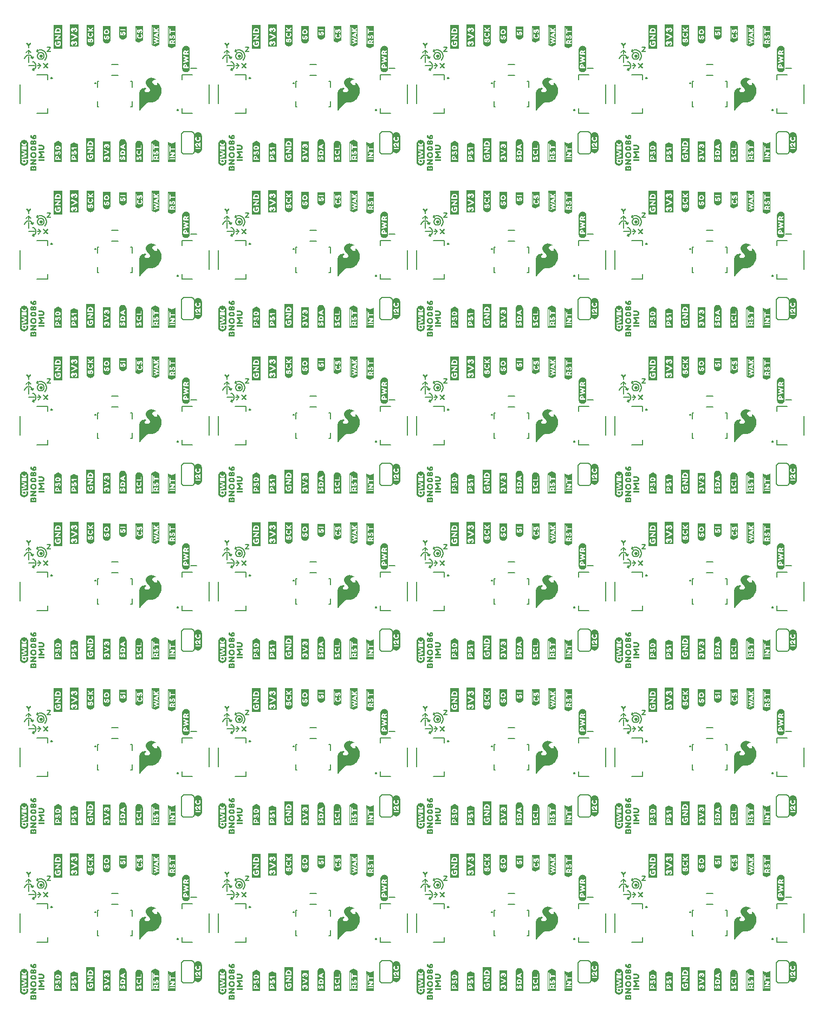
<source format=gto>
G04 EAGLE Gerber RS-274X export*
G75*
%MOMM*%
%FSLAX34Y34*%
%LPD*%
%INSilkscreen Top*%
%IPPOS*%
%AMOC8*
5,1,8,0,0,1.08239X$1,22.5*%
G01*
%ADD10C,0.254000*%
%ADD11C,0.177800*%
%ADD12C,0.203200*%

G36*
X1121013Y100882D02*
X1121013Y100882D01*
X1121098Y100885D01*
X1121099Y100885D01*
X1121177Y100928D01*
X1121250Y100967D01*
X1121251Y100968D01*
X1121255Y100974D01*
X1121339Y101082D01*
X1121411Y101227D01*
X1121767Y101583D01*
X1121774Y101594D01*
X1121787Y101605D01*
X1122387Y102305D01*
X1122391Y102312D01*
X1122399Y102319D01*
X1123090Y103208D01*
X1123981Y104198D01*
X1123984Y104203D01*
X1123991Y104209D01*
X1124985Y105402D01*
X1126079Y106595D01*
X1127277Y107893D01*
X1128577Y109293D01*
X1128581Y109300D01*
X1128589Y109306D01*
X1129679Y110594D01*
X1130760Y111676D01*
X1131736Y112554D01*
X1132688Y113220D01*
X1133728Y113693D01*
X1134749Y113972D01*
X1138598Y113972D01*
X1138619Y113977D01*
X1138646Y113975D01*
X1141046Y114275D01*
X1141068Y114283D01*
X1141098Y114285D01*
X1143298Y114885D01*
X1143321Y114897D01*
X1143354Y114905D01*
X1145354Y115805D01*
X1145373Y115819D01*
X1145401Y115831D01*
X1147301Y117031D01*
X1147312Y117041D01*
X1147329Y117050D01*
X1149029Y118350D01*
X1149046Y118371D01*
X1149076Y118392D01*
X1150576Y119992D01*
X1150584Y120006D01*
X1150599Y120019D01*
X1151999Y121819D01*
X1152011Y121846D01*
X1152037Y121878D01*
X1153937Y125578D01*
X1153944Y125609D01*
X1153965Y125650D01*
X1154965Y129250D01*
X1154966Y129284D01*
X1154978Y129330D01*
X1155178Y132830D01*
X1155172Y132862D01*
X1155174Y132909D01*
X1154674Y136209D01*
X1154663Y136238D01*
X1154657Y136280D01*
X1153657Y139080D01*
X1153643Y139101D01*
X1153633Y139133D01*
X1152333Y141533D01*
X1152307Y141562D01*
X1152267Y141621D01*
X1150567Y143321D01*
X1150538Y143339D01*
X1150500Y143374D01*
X1148900Y144374D01*
X1148834Y144397D01*
X1148771Y144425D01*
X1148753Y144425D01*
X1148736Y144430D01*
X1148667Y144421D01*
X1148598Y144419D01*
X1148582Y144410D01*
X1148564Y144408D01*
X1148506Y144369D01*
X1148446Y144336D01*
X1148435Y144321D01*
X1148420Y144311D01*
X1148386Y144251D01*
X1148346Y144194D01*
X1148342Y144175D01*
X1148334Y144161D01*
X1148332Y144122D01*
X1148318Y144052D01*
X1148318Y143452D01*
X1148325Y143422D01*
X1148326Y143377D01*
X1148412Y142946D01*
X1148235Y141886D01*
X1147996Y141488D01*
X1147581Y141073D01*
X1147020Y140832D01*
X1146452Y140832D01*
X1145137Y141208D01*
X1144395Y141579D01*
X1143033Y142552D01*
X1142357Y143131D01*
X1141898Y143590D01*
X1141421Y144354D01*
X1141417Y144357D01*
X1141415Y144363D01*
X1141048Y144914D01*
X1140870Y145536D01*
X1140784Y146052D01*
X1140867Y146549D01*
X1141046Y146996D01*
X1141320Y147546D01*
X1141674Y147988D01*
X1142412Y148634D01*
X1142790Y148823D01*
X1143131Y148993D01*
X1143866Y149177D01*
X1144720Y149272D01*
X1145952Y149272D01*
X1146306Y149183D01*
X1146343Y149183D01*
X1146398Y149172D01*
X1146498Y149172D01*
X1146560Y149186D01*
X1146622Y149192D01*
X1146643Y149206D01*
X1146667Y149211D01*
X1146716Y149251D01*
X1146769Y149285D01*
X1146782Y149306D01*
X1146801Y149321D01*
X1146827Y149379D01*
X1146859Y149432D01*
X1146862Y149457D01*
X1146872Y149480D01*
X1146869Y149542D01*
X1146875Y149605D01*
X1146866Y149628D01*
X1146865Y149653D01*
X1146835Y149708D01*
X1146812Y149767D01*
X1146793Y149786D01*
X1146782Y149805D01*
X1146752Y149826D01*
X1146709Y149868D01*
X1146415Y150065D01*
X1145719Y150561D01*
X1145705Y150567D01*
X1145690Y150580D01*
X1144490Y151280D01*
X1144467Y151288D01*
X1144440Y151305D01*
X1142940Y151905D01*
X1142921Y151908D01*
X1142900Y151918D01*
X1141100Y152418D01*
X1141066Y152420D01*
X1141017Y152432D01*
X1139017Y152532D01*
X1138979Y152525D01*
X1138914Y152523D01*
X1136714Y152023D01*
X1136680Y152006D01*
X1136623Y151989D01*
X1134323Y150789D01*
X1134298Y150768D01*
X1134257Y150746D01*
X1132557Y149346D01*
X1132533Y149315D01*
X1132485Y149267D01*
X1131385Y147667D01*
X1131371Y147632D01*
X1131340Y147579D01*
X1130740Y145879D01*
X1130736Y145844D01*
X1130734Y145833D01*
X1130725Y145814D01*
X1130726Y145792D01*
X1130718Y145752D01*
X1130718Y144052D01*
X1130727Y144014D01*
X1130734Y143945D01*
X1131234Y142245D01*
X1131248Y142220D01*
X1131258Y142182D01*
X1132158Y140382D01*
X1132178Y140359D01*
X1132196Y140321D01*
X1133496Y138621D01*
X1133513Y138607D01*
X1133530Y138583D01*
X1135220Y136893D01*
X1136476Y135443D01*
X1137118Y134068D01*
X1137118Y132809D01*
X1136760Y131644D01*
X1135948Y130742D01*
X1134837Y130001D01*
X1133545Y129632D01*
X1132049Y129632D01*
X1131009Y129916D01*
X1130189Y130189D01*
X1129557Y130731D01*
X1129011Y131277D01*
X1128754Y131790D01*
X1128579Y132405D01*
X1128579Y132990D01*
X1128740Y133473D01*
X1128986Y133802D01*
X1129352Y134168D01*
X1129831Y134551D01*
X1130186Y134818D01*
X1130640Y134999D01*
X1130651Y135007D01*
X1130668Y135012D01*
X1130912Y135134D01*
X1131268Y135312D01*
X1131297Y135336D01*
X1131367Y135383D01*
X1131467Y135483D01*
X1131481Y135505D01*
X1131501Y135521D01*
X1131526Y135578D01*
X1131559Y135630D01*
X1131561Y135656D01*
X1131572Y135680D01*
X1131569Y135741D01*
X1131575Y135803D01*
X1131566Y135827D01*
X1131565Y135853D01*
X1131536Y135907D01*
X1131514Y135965D01*
X1131495Y135982D01*
X1131482Y136005D01*
X1131432Y136040D01*
X1131387Y136082D01*
X1131362Y136090D01*
X1131341Y136105D01*
X1131256Y136121D01*
X1131220Y136132D01*
X1131210Y136130D01*
X1131198Y136132D01*
X1131160Y136132D01*
X1130929Y136209D01*
X1130440Y136405D01*
X1130404Y136410D01*
X1130352Y136428D01*
X1129652Y136528D01*
X1129629Y136526D01*
X1129598Y136532D01*
X1127798Y136532D01*
X1127768Y136525D01*
X1127724Y136525D01*
X1126724Y136325D01*
X1126713Y136320D01*
X1126698Y136319D01*
X1125598Y136019D01*
X1125581Y136010D01*
X1125557Y136005D01*
X1124557Y135605D01*
X1124530Y135586D01*
X1124487Y135568D01*
X1123587Y134968D01*
X1123566Y134946D01*
X1123530Y134921D01*
X1122730Y134121D01*
X1122719Y134103D01*
X1122698Y134085D01*
X1121998Y133185D01*
X1121987Y133161D01*
X1121965Y133134D01*
X1121365Y132034D01*
X1121356Y132001D01*
X1121333Y131956D01*
X1120933Y130556D01*
X1120932Y130531D01*
X1120921Y130499D01*
X1120721Y128899D01*
X1120722Y128887D01*
X1120719Y128872D01*
X1120619Y126972D01*
X1120620Y126963D01*
X1120618Y126952D01*
X1120618Y101252D01*
X1120638Y101167D01*
X1120657Y101085D01*
X1120657Y101084D01*
X1120658Y101083D01*
X1120714Y101015D01*
X1120767Y100951D01*
X1120767Y100950D01*
X1120768Y100950D01*
X1120845Y100915D01*
X1120924Y100879D01*
X1120925Y100879D01*
X1120926Y100879D01*
X1121013Y100882D01*
G37*
G36*
X811133Y100882D02*
X811133Y100882D01*
X811218Y100885D01*
X811219Y100885D01*
X811297Y100928D01*
X811370Y100967D01*
X811371Y100968D01*
X811375Y100974D01*
X811459Y101082D01*
X811531Y101227D01*
X811887Y101583D01*
X811894Y101594D01*
X811907Y101605D01*
X812507Y102305D01*
X812511Y102312D01*
X812519Y102319D01*
X813210Y103208D01*
X814101Y104198D01*
X814104Y104203D01*
X814111Y104209D01*
X815105Y105402D01*
X816199Y106595D01*
X817397Y107893D01*
X818697Y109293D01*
X818701Y109300D01*
X818709Y109306D01*
X819799Y110594D01*
X820880Y111676D01*
X821856Y112554D01*
X822808Y113220D01*
X823848Y113693D01*
X824869Y113972D01*
X828718Y113972D01*
X828739Y113977D01*
X828766Y113975D01*
X831166Y114275D01*
X831188Y114283D01*
X831218Y114285D01*
X833418Y114885D01*
X833441Y114897D01*
X833474Y114905D01*
X835474Y115805D01*
X835493Y115819D01*
X835521Y115831D01*
X837421Y117031D01*
X837432Y117041D01*
X837449Y117050D01*
X839149Y118350D01*
X839166Y118371D01*
X839196Y118392D01*
X840696Y119992D01*
X840704Y120006D01*
X840719Y120019D01*
X842119Y121819D01*
X842131Y121846D01*
X842157Y121878D01*
X844057Y125578D01*
X844064Y125609D01*
X844085Y125650D01*
X845085Y129250D01*
X845086Y129284D01*
X845098Y129330D01*
X845298Y132830D01*
X845292Y132862D01*
X845294Y132909D01*
X844794Y136209D01*
X844783Y136238D01*
X844777Y136280D01*
X843777Y139080D01*
X843763Y139101D01*
X843753Y139133D01*
X842453Y141533D01*
X842427Y141562D01*
X842387Y141621D01*
X840687Y143321D01*
X840658Y143339D01*
X840620Y143374D01*
X839020Y144374D01*
X838954Y144397D01*
X838891Y144425D01*
X838873Y144425D01*
X838856Y144430D01*
X838787Y144421D01*
X838718Y144419D01*
X838702Y144410D01*
X838684Y144408D01*
X838626Y144369D01*
X838566Y144336D01*
X838555Y144321D01*
X838540Y144311D01*
X838506Y144251D01*
X838466Y144194D01*
X838462Y144175D01*
X838454Y144161D01*
X838452Y144122D01*
X838438Y144052D01*
X838438Y143452D01*
X838445Y143422D01*
X838446Y143377D01*
X838532Y142946D01*
X838355Y141886D01*
X838116Y141488D01*
X837701Y141073D01*
X837140Y140832D01*
X836572Y140832D01*
X835257Y141208D01*
X834515Y141579D01*
X833153Y142552D01*
X832477Y143131D01*
X832018Y143590D01*
X831541Y144354D01*
X831537Y144357D01*
X831535Y144363D01*
X831168Y144914D01*
X830990Y145536D01*
X830904Y146052D01*
X830987Y146549D01*
X831166Y146996D01*
X831440Y147546D01*
X831794Y147988D01*
X832532Y148634D01*
X832910Y148823D01*
X833251Y148993D01*
X833986Y149177D01*
X834840Y149272D01*
X836072Y149272D01*
X836426Y149183D01*
X836463Y149183D01*
X836518Y149172D01*
X836618Y149172D01*
X836680Y149186D01*
X836742Y149192D01*
X836763Y149206D01*
X836787Y149211D01*
X836836Y149251D01*
X836889Y149285D01*
X836902Y149306D01*
X836921Y149321D01*
X836947Y149379D01*
X836979Y149432D01*
X836982Y149457D01*
X836992Y149480D01*
X836989Y149542D01*
X836995Y149605D01*
X836986Y149628D01*
X836985Y149653D01*
X836955Y149708D01*
X836932Y149767D01*
X836913Y149786D01*
X836902Y149805D01*
X836872Y149826D01*
X836829Y149868D01*
X836535Y150065D01*
X835839Y150561D01*
X835825Y150567D01*
X835810Y150580D01*
X834610Y151280D01*
X834587Y151288D01*
X834560Y151305D01*
X833060Y151905D01*
X833041Y151908D01*
X833020Y151918D01*
X831220Y152418D01*
X831186Y152420D01*
X831137Y152432D01*
X829137Y152532D01*
X829099Y152525D01*
X829034Y152523D01*
X826834Y152023D01*
X826800Y152006D01*
X826743Y151989D01*
X824443Y150789D01*
X824418Y150768D01*
X824377Y150746D01*
X822677Y149346D01*
X822653Y149315D01*
X822605Y149267D01*
X821505Y147667D01*
X821491Y147632D01*
X821460Y147579D01*
X820860Y145879D01*
X820856Y145844D01*
X820854Y145833D01*
X820845Y145814D01*
X820846Y145792D01*
X820838Y145752D01*
X820838Y144052D01*
X820847Y144014D01*
X820854Y143945D01*
X821354Y142245D01*
X821368Y142220D01*
X821378Y142182D01*
X822278Y140382D01*
X822298Y140359D01*
X822316Y140321D01*
X823616Y138621D01*
X823633Y138607D01*
X823650Y138583D01*
X825340Y136893D01*
X826596Y135443D01*
X827238Y134068D01*
X827238Y132809D01*
X826880Y131644D01*
X826068Y130742D01*
X824957Y130001D01*
X823665Y129632D01*
X822169Y129632D01*
X821129Y129916D01*
X820309Y130189D01*
X819677Y130731D01*
X819131Y131277D01*
X818874Y131790D01*
X818699Y132405D01*
X818699Y132990D01*
X818860Y133473D01*
X819106Y133802D01*
X819472Y134168D01*
X819951Y134551D01*
X820306Y134818D01*
X820760Y134999D01*
X820771Y135007D01*
X820788Y135012D01*
X821032Y135134D01*
X821388Y135312D01*
X821417Y135336D01*
X821487Y135383D01*
X821587Y135483D01*
X821601Y135505D01*
X821621Y135521D01*
X821646Y135578D01*
X821679Y135630D01*
X821681Y135656D01*
X821692Y135680D01*
X821689Y135741D01*
X821695Y135803D01*
X821686Y135827D01*
X821685Y135853D01*
X821656Y135907D01*
X821634Y135965D01*
X821615Y135982D01*
X821602Y136005D01*
X821552Y136040D01*
X821507Y136082D01*
X821482Y136090D01*
X821461Y136105D01*
X821376Y136121D01*
X821340Y136132D01*
X821330Y136130D01*
X821318Y136132D01*
X821280Y136132D01*
X821049Y136209D01*
X820560Y136405D01*
X820524Y136410D01*
X820472Y136428D01*
X819772Y136528D01*
X819749Y136526D01*
X819718Y136532D01*
X817918Y136532D01*
X817888Y136525D01*
X817844Y136525D01*
X816844Y136325D01*
X816833Y136320D01*
X816818Y136319D01*
X815718Y136019D01*
X815701Y136010D01*
X815677Y136005D01*
X814677Y135605D01*
X814650Y135586D01*
X814607Y135568D01*
X813707Y134968D01*
X813686Y134946D01*
X813650Y134921D01*
X812850Y134121D01*
X812839Y134103D01*
X812818Y134085D01*
X812118Y133185D01*
X812107Y133161D01*
X812085Y133134D01*
X811485Y132034D01*
X811476Y132001D01*
X811453Y131956D01*
X811053Y130556D01*
X811052Y130531D01*
X811041Y130499D01*
X810841Y128899D01*
X810842Y128887D01*
X810839Y128872D01*
X810739Y126972D01*
X810740Y126963D01*
X810738Y126952D01*
X810738Y101252D01*
X810758Y101167D01*
X810777Y101085D01*
X810777Y101084D01*
X810778Y101083D01*
X810834Y101015D01*
X810887Y100951D01*
X810887Y100950D01*
X810888Y100950D01*
X810965Y100915D01*
X811044Y100879D01*
X811045Y100879D01*
X811046Y100879D01*
X811133Y100882D01*
G37*
G36*
X811133Y878122D02*
X811133Y878122D01*
X811218Y878125D01*
X811219Y878125D01*
X811297Y878168D01*
X811370Y878207D01*
X811371Y878208D01*
X811375Y878214D01*
X811459Y878322D01*
X811531Y878467D01*
X811887Y878823D01*
X811894Y878834D01*
X811907Y878845D01*
X812507Y879545D01*
X812511Y879552D01*
X812519Y879559D01*
X813210Y880448D01*
X814101Y881438D01*
X814104Y881443D01*
X814111Y881449D01*
X815105Y882642D01*
X816199Y883835D01*
X817397Y885133D01*
X818697Y886533D01*
X818701Y886540D01*
X818709Y886546D01*
X819799Y887834D01*
X820880Y888916D01*
X821856Y889794D01*
X822808Y890460D01*
X823848Y890933D01*
X824869Y891212D01*
X828718Y891212D01*
X828739Y891217D01*
X828766Y891215D01*
X831166Y891515D01*
X831188Y891523D01*
X831218Y891525D01*
X833418Y892125D01*
X833441Y892137D01*
X833474Y892145D01*
X835474Y893045D01*
X835493Y893059D01*
X835521Y893071D01*
X837421Y894271D01*
X837432Y894281D01*
X837449Y894290D01*
X839149Y895590D01*
X839166Y895611D01*
X839196Y895632D01*
X840696Y897232D01*
X840704Y897246D01*
X840719Y897259D01*
X842119Y899059D01*
X842131Y899086D01*
X842157Y899118D01*
X844057Y902818D01*
X844064Y902849D01*
X844085Y902890D01*
X845085Y906490D01*
X845086Y906524D01*
X845098Y906570D01*
X845298Y910070D01*
X845292Y910102D01*
X845294Y910149D01*
X844794Y913449D01*
X844783Y913478D01*
X844777Y913520D01*
X843777Y916320D01*
X843763Y916341D01*
X843753Y916373D01*
X842453Y918773D01*
X842427Y918802D01*
X842387Y918861D01*
X840687Y920561D01*
X840658Y920579D01*
X840620Y920614D01*
X839020Y921614D01*
X838954Y921637D01*
X838891Y921665D01*
X838873Y921665D01*
X838856Y921670D01*
X838787Y921661D01*
X838718Y921659D01*
X838702Y921650D01*
X838684Y921648D01*
X838626Y921609D01*
X838566Y921576D01*
X838555Y921561D01*
X838540Y921551D01*
X838506Y921491D01*
X838466Y921434D01*
X838462Y921415D01*
X838454Y921401D01*
X838452Y921362D01*
X838438Y921292D01*
X838438Y920692D01*
X838445Y920662D01*
X838446Y920617D01*
X838532Y920186D01*
X838355Y919126D01*
X838116Y918728D01*
X837701Y918313D01*
X837140Y918072D01*
X836572Y918072D01*
X835257Y918448D01*
X834515Y918819D01*
X833153Y919792D01*
X832477Y920371D01*
X832018Y920830D01*
X831541Y921594D01*
X831537Y921597D01*
X831535Y921603D01*
X831168Y922154D01*
X830990Y922776D01*
X830904Y923292D01*
X830987Y923789D01*
X831166Y924236D01*
X831440Y924786D01*
X831794Y925228D01*
X832532Y925874D01*
X832910Y926063D01*
X833251Y926233D01*
X833986Y926417D01*
X834840Y926512D01*
X836072Y926512D01*
X836426Y926423D01*
X836463Y926423D01*
X836518Y926412D01*
X836618Y926412D01*
X836680Y926426D01*
X836742Y926432D01*
X836763Y926446D01*
X836787Y926451D01*
X836836Y926491D01*
X836889Y926525D01*
X836902Y926546D01*
X836921Y926561D01*
X836947Y926619D01*
X836979Y926672D01*
X836982Y926697D01*
X836992Y926720D01*
X836989Y926782D01*
X836995Y926845D01*
X836986Y926868D01*
X836985Y926893D01*
X836955Y926948D01*
X836932Y927007D01*
X836913Y927026D01*
X836902Y927045D01*
X836872Y927066D01*
X836829Y927108D01*
X836535Y927305D01*
X835839Y927801D01*
X835825Y927807D01*
X835810Y927820D01*
X834610Y928520D01*
X834587Y928528D01*
X834560Y928545D01*
X833060Y929145D01*
X833041Y929148D01*
X833020Y929158D01*
X831220Y929658D01*
X831186Y929660D01*
X831137Y929672D01*
X829137Y929772D01*
X829099Y929765D01*
X829034Y929763D01*
X826834Y929263D01*
X826800Y929246D01*
X826743Y929229D01*
X824443Y928029D01*
X824418Y928008D01*
X824377Y927986D01*
X822677Y926586D01*
X822653Y926555D01*
X822605Y926507D01*
X821505Y924907D01*
X821491Y924872D01*
X821460Y924819D01*
X820860Y923119D01*
X820856Y923084D01*
X820854Y923073D01*
X820845Y923054D01*
X820846Y923032D01*
X820838Y922992D01*
X820838Y921292D01*
X820847Y921254D01*
X820854Y921185D01*
X821354Y919485D01*
X821368Y919460D01*
X821378Y919422D01*
X822278Y917622D01*
X822298Y917599D01*
X822316Y917561D01*
X823616Y915861D01*
X823633Y915847D01*
X823650Y915823D01*
X825340Y914133D01*
X826596Y912683D01*
X827238Y911308D01*
X827238Y910049D01*
X826880Y908884D01*
X826068Y907982D01*
X824957Y907241D01*
X823665Y906872D01*
X822169Y906872D01*
X821129Y907156D01*
X820309Y907429D01*
X819677Y907971D01*
X819131Y908517D01*
X818874Y909030D01*
X818699Y909645D01*
X818699Y910230D01*
X818860Y910713D01*
X819106Y911042D01*
X819472Y911408D01*
X819951Y911791D01*
X820306Y912058D01*
X820760Y912239D01*
X820771Y912247D01*
X820788Y912252D01*
X821032Y912374D01*
X821388Y912552D01*
X821417Y912576D01*
X821487Y912623D01*
X821587Y912723D01*
X821601Y912745D01*
X821621Y912761D01*
X821646Y912818D01*
X821679Y912870D01*
X821681Y912896D01*
X821692Y912920D01*
X821689Y912981D01*
X821695Y913043D01*
X821686Y913067D01*
X821685Y913093D01*
X821656Y913147D01*
X821634Y913205D01*
X821615Y913222D01*
X821602Y913245D01*
X821552Y913280D01*
X821507Y913322D01*
X821482Y913330D01*
X821461Y913345D01*
X821376Y913361D01*
X821340Y913372D01*
X821330Y913370D01*
X821318Y913372D01*
X821280Y913372D01*
X821049Y913449D01*
X820560Y913645D01*
X820524Y913650D01*
X820472Y913668D01*
X819772Y913768D01*
X819749Y913766D01*
X819718Y913772D01*
X817918Y913772D01*
X817888Y913765D01*
X817844Y913765D01*
X816844Y913565D01*
X816833Y913560D01*
X816818Y913559D01*
X815718Y913259D01*
X815701Y913250D01*
X815677Y913245D01*
X814677Y912845D01*
X814650Y912826D01*
X814607Y912808D01*
X813707Y912208D01*
X813686Y912186D01*
X813650Y912161D01*
X812850Y911361D01*
X812839Y911343D01*
X812818Y911325D01*
X812118Y910425D01*
X812107Y910401D01*
X812085Y910374D01*
X811485Y909274D01*
X811476Y909241D01*
X811453Y909196D01*
X811053Y907796D01*
X811052Y907771D01*
X811041Y907739D01*
X810841Y906139D01*
X810842Y906127D01*
X810839Y906112D01*
X810739Y904212D01*
X810740Y904203D01*
X810738Y904192D01*
X810738Y878492D01*
X810758Y878407D01*
X810777Y878325D01*
X810777Y878324D01*
X810778Y878323D01*
X810834Y878255D01*
X810887Y878191D01*
X810887Y878190D01*
X810888Y878190D01*
X810965Y878155D01*
X811044Y878119D01*
X811045Y878119D01*
X811046Y878119D01*
X811133Y878122D01*
G37*
G36*
X191373Y878122D02*
X191373Y878122D01*
X191458Y878125D01*
X191459Y878125D01*
X191537Y878168D01*
X191610Y878207D01*
X191611Y878208D01*
X191615Y878214D01*
X191699Y878322D01*
X191771Y878467D01*
X192127Y878823D01*
X192134Y878834D01*
X192147Y878845D01*
X192747Y879545D01*
X192751Y879552D01*
X192759Y879559D01*
X193450Y880448D01*
X194341Y881438D01*
X194344Y881443D01*
X194351Y881449D01*
X195345Y882642D01*
X196439Y883835D01*
X197637Y885133D01*
X198937Y886533D01*
X198941Y886540D01*
X198949Y886546D01*
X200039Y887834D01*
X201120Y888916D01*
X202096Y889794D01*
X203048Y890460D01*
X204088Y890933D01*
X205109Y891212D01*
X208958Y891212D01*
X208979Y891217D01*
X209006Y891215D01*
X211406Y891515D01*
X211428Y891523D01*
X211458Y891525D01*
X213658Y892125D01*
X213681Y892137D01*
X213714Y892145D01*
X215714Y893045D01*
X215733Y893059D01*
X215761Y893071D01*
X217661Y894271D01*
X217672Y894281D01*
X217689Y894290D01*
X219389Y895590D01*
X219406Y895611D01*
X219436Y895632D01*
X220936Y897232D01*
X220944Y897246D01*
X220959Y897259D01*
X222359Y899059D01*
X222371Y899086D01*
X222397Y899118D01*
X224297Y902818D01*
X224304Y902849D01*
X224325Y902890D01*
X225325Y906490D01*
X225326Y906524D01*
X225338Y906570D01*
X225538Y910070D01*
X225532Y910102D01*
X225534Y910149D01*
X225034Y913449D01*
X225023Y913478D01*
X225017Y913520D01*
X224017Y916320D01*
X224003Y916341D01*
X223993Y916373D01*
X222693Y918773D01*
X222667Y918802D01*
X222627Y918861D01*
X220927Y920561D01*
X220898Y920579D01*
X220860Y920614D01*
X219260Y921614D01*
X219194Y921637D01*
X219131Y921665D01*
X219113Y921665D01*
X219096Y921670D01*
X219027Y921661D01*
X218958Y921659D01*
X218942Y921650D01*
X218924Y921648D01*
X218866Y921609D01*
X218806Y921576D01*
X218795Y921561D01*
X218780Y921551D01*
X218746Y921491D01*
X218706Y921434D01*
X218702Y921415D01*
X218694Y921401D01*
X218692Y921362D01*
X218678Y921292D01*
X218678Y920692D01*
X218685Y920662D01*
X218686Y920617D01*
X218772Y920186D01*
X218595Y919126D01*
X218356Y918728D01*
X217941Y918313D01*
X217380Y918072D01*
X216812Y918072D01*
X215497Y918448D01*
X214755Y918819D01*
X213393Y919792D01*
X212717Y920371D01*
X212258Y920830D01*
X211781Y921594D01*
X211777Y921597D01*
X211775Y921603D01*
X211408Y922154D01*
X211230Y922776D01*
X211144Y923292D01*
X211227Y923789D01*
X211406Y924236D01*
X211680Y924786D01*
X212034Y925228D01*
X212772Y925874D01*
X213150Y926063D01*
X213491Y926233D01*
X214226Y926417D01*
X215080Y926512D01*
X216312Y926512D01*
X216666Y926423D01*
X216703Y926423D01*
X216758Y926412D01*
X216858Y926412D01*
X216920Y926426D01*
X216982Y926432D01*
X217003Y926446D01*
X217027Y926451D01*
X217076Y926491D01*
X217129Y926525D01*
X217142Y926546D01*
X217161Y926561D01*
X217187Y926619D01*
X217219Y926672D01*
X217222Y926697D01*
X217232Y926720D01*
X217229Y926782D01*
X217235Y926845D01*
X217226Y926868D01*
X217225Y926893D01*
X217195Y926948D01*
X217172Y927007D01*
X217153Y927026D01*
X217142Y927045D01*
X217112Y927066D01*
X217069Y927108D01*
X216775Y927305D01*
X216079Y927801D01*
X216065Y927807D01*
X216050Y927820D01*
X214850Y928520D01*
X214827Y928528D01*
X214800Y928545D01*
X213300Y929145D01*
X213281Y929148D01*
X213260Y929158D01*
X211460Y929658D01*
X211426Y929660D01*
X211377Y929672D01*
X209377Y929772D01*
X209339Y929765D01*
X209274Y929763D01*
X207074Y929263D01*
X207040Y929246D01*
X206983Y929229D01*
X204683Y928029D01*
X204658Y928008D01*
X204617Y927986D01*
X202917Y926586D01*
X202893Y926555D01*
X202845Y926507D01*
X201745Y924907D01*
X201731Y924872D01*
X201700Y924819D01*
X201100Y923119D01*
X201096Y923084D01*
X201094Y923073D01*
X201085Y923054D01*
X201086Y923032D01*
X201078Y922992D01*
X201078Y921292D01*
X201087Y921254D01*
X201094Y921185D01*
X201594Y919485D01*
X201608Y919460D01*
X201618Y919422D01*
X202518Y917622D01*
X202538Y917599D01*
X202556Y917561D01*
X203856Y915861D01*
X203873Y915847D01*
X203890Y915823D01*
X205580Y914133D01*
X206836Y912683D01*
X207478Y911308D01*
X207478Y910049D01*
X207120Y908884D01*
X206308Y907982D01*
X205197Y907241D01*
X203905Y906872D01*
X202409Y906872D01*
X201369Y907156D01*
X200549Y907429D01*
X199917Y907971D01*
X199371Y908517D01*
X199114Y909030D01*
X198939Y909645D01*
X198939Y910230D01*
X199100Y910713D01*
X199346Y911042D01*
X199712Y911408D01*
X200191Y911791D01*
X200546Y912058D01*
X201000Y912239D01*
X201011Y912247D01*
X201028Y912252D01*
X201272Y912374D01*
X201628Y912552D01*
X201657Y912576D01*
X201727Y912623D01*
X201827Y912723D01*
X201841Y912745D01*
X201861Y912761D01*
X201886Y912818D01*
X201919Y912870D01*
X201921Y912896D01*
X201932Y912920D01*
X201929Y912981D01*
X201935Y913043D01*
X201926Y913067D01*
X201925Y913093D01*
X201896Y913147D01*
X201874Y913205D01*
X201855Y913222D01*
X201842Y913245D01*
X201792Y913280D01*
X201747Y913322D01*
X201722Y913330D01*
X201701Y913345D01*
X201616Y913361D01*
X201580Y913372D01*
X201570Y913370D01*
X201558Y913372D01*
X201520Y913372D01*
X201289Y913449D01*
X200800Y913645D01*
X200764Y913650D01*
X200712Y913668D01*
X200012Y913768D01*
X199989Y913766D01*
X199958Y913772D01*
X198158Y913772D01*
X198128Y913765D01*
X198084Y913765D01*
X197084Y913565D01*
X197073Y913560D01*
X197058Y913559D01*
X195958Y913259D01*
X195941Y913250D01*
X195917Y913245D01*
X194917Y912845D01*
X194890Y912826D01*
X194847Y912808D01*
X193947Y912208D01*
X193926Y912186D01*
X193890Y912161D01*
X193090Y911361D01*
X193079Y911343D01*
X193058Y911325D01*
X192358Y910425D01*
X192347Y910401D01*
X192325Y910374D01*
X191725Y909274D01*
X191716Y909241D01*
X191693Y909196D01*
X191293Y907796D01*
X191292Y907771D01*
X191281Y907739D01*
X191081Y906139D01*
X191082Y906127D01*
X191079Y906112D01*
X190979Y904212D01*
X190980Y904203D01*
X190978Y904192D01*
X190978Y878492D01*
X190998Y878407D01*
X191017Y878325D01*
X191017Y878324D01*
X191018Y878323D01*
X191074Y878255D01*
X191127Y878191D01*
X191127Y878190D01*
X191128Y878190D01*
X191205Y878155D01*
X191284Y878119D01*
X191285Y878119D01*
X191286Y878119D01*
X191373Y878122D01*
G37*
G36*
X1121013Y878122D02*
X1121013Y878122D01*
X1121098Y878125D01*
X1121099Y878125D01*
X1121177Y878168D01*
X1121250Y878207D01*
X1121251Y878208D01*
X1121255Y878214D01*
X1121339Y878322D01*
X1121411Y878467D01*
X1121767Y878823D01*
X1121774Y878834D01*
X1121787Y878845D01*
X1122387Y879545D01*
X1122391Y879552D01*
X1122399Y879559D01*
X1123090Y880448D01*
X1123981Y881438D01*
X1123984Y881443D01*
X1123991Y881449D01*
X1124985Y882642D01*
X1126079Y883835D01*
X1127277Y885133D01*
X1128577Y886533D01*
X1128581Y886540D01*
X1128589Y886546D01*
X1129679Y887834D01*
X1130760Y888916D01*
X1131736Y889794D01*
X1132688Y890460D01*
X1133728Y890933D01*
X1134749Y891212D01*
X1138598Y891212D01*
X1138619Y891217D01*
X1138646Y891215D01*
X1141046Y891515D01*
X1141068Y891523D01*
X1141098Y891525D01*
X1143298Y892125D01*
X1143321Y892137D01*
X1143354Y892145D01*
X1145354Y893045D01*
X1145373Y893059D01*
X1145401Y893071D01*
X1147301Y894271D01*
X1147312Y894281D01*
X1147329Y894290D01*
X1149029Y895590D01*
X1149046Y895611D01*
X1149076Y895632D01*
X1150576Y897232D01*
X1150584Y897246D01*
X1150599Y897259D01*
X1151999Y899059D01*
X1152011Y899086D01*
X1152037Y899118D01*
X1153937Y902818D01*
X1153944Y902849D01*
X1153965Y902890D01*
X1154965Y906490D01*
X1154966Y906524D01*
X1154978Y906570D01*
X1155178Y910070D01*
X1155172Y910102D01*
X1155174Y910149D01*
X1154674Y913449D01*
X1154663Y913478D01*
X1154657Y913520D01*
X1153657Y916320D01*
X1153643Y916341D01*
X1153633Y916373D01*
X1152333Y918773D01*
X1152307Y918802D01*
X1152267Y918861D01*
X1150567Y920561D01*
X1150538Y920579D01*
X1150500Y920614D01*
X1148900Y921614D01*
X1148834Y921637D01*
X1148771Y921665D01*
X1148753Y921665D01*
X1148736Y921670D01*
X1148667Y921661D01*
X1148598Y921659D01*
X1148582Y921650D01*
X1148564Y921648D01*
X1148506Y921609D01*
X1148446Y921576D01*
X1148435Y921561D01*
X1148420Y921551D01*
X1148386Y921491D01*
X1148346Y921434D01*
X1148342Y921415D01*
X1148334Y921401D01*
X1148332Y921362D01*
X1148318Y921292D01*
X1148318Y920692D01*
X1148325Y920662D01*
X1148326Y920617D01*
X1148412Y920186D01*
X1148235Y919126D01*
X1147996Y918728D01*
X1147581Y918313D01*
X1147020Y918072D01*
X1146452Y918072D01*
X1145137Y918448D01*
X1144395Y918819D01*
X1143033Y919792D01*
X1142357Y920371D01*
X1141898Y920830D01*
X1141421Y921594D01*
X1141417Y921597D01*
X1141415Y921603D01*
X1141048Y922154D01*
X1140870Y922776D01*
X1140784Y923292D01*
X1140867Y923789D01*
X1141046Y924236D01*
X1141320Y924786D01*
X1141674Y925228D01*
X1142412Y925874D01*
X1142790Y926063D01*
X1143131Y926233D01*
X1143866Y926417D01*
X1144720Y926512D01*
X1145952Y926512D01*
X1146306Y926423D01*
X1146343Y926423D01*
X1146398Y926412D01*
X1146498Y926412D01*
X1146560Y926426D01*
X1146622Y926432D01*
X1146643Y926446D01*
X1146667Y926451D01*
X1146716Y926491D01*
X1146769Y926525D01*
X1146782Y926546D01*
X1146801Y926561D01*
X1146827Y926619D01*
X1146859Y926672D01*
X1146862Y926697D01*
X1146872Y926720D01*
X1146869Y926782D01*
X1146875Y926845D01*
X1146866Y926868D01*
X1146865Y926893D01*
X1146835Y926948D01*
X1146812Y927007D01*
X1146793Y927026D01*
X1146782Y927045D01*
X1146752Y927066D01*
X1146709Y927108D01*
X1146415Y927305D01*
X1145719Y927801D01*
X1145705Y927807D01*
X1145690Y927820D01*
X1144490Y928520D01*
X1144467Y928528D01*
X1144440Y928545D01*
X1142940Y929145D01*
X1142921Y929148D01*
X1142900Y929158D01*
X1141100Y929658D01*
X1141066Y929660D01*
X1141017Y929672D01*
X1139017Y929772D01*
X1138979Y929765D01*
X1138914Y929763D01*
X1136714Y929263D01*
X1136680Y929246D01*
X1136623Y929229D01*
X1134323Y928029D01*
X1134298Y928008D01*
X1134257Y927986D01*
X1132557Y926586D01*
X1132533Y926555D01*
X1132485Y926507D01*
X1131385Y924907D01*
X1131371Y924872D01*
X1131340Y924819D01*
X1130740Y923119D01*
X1130736Y923084D01*
X1130734Y923073D01*
X1130725Y923054D01*
X1130726Y923032D01*
X1130718Y922992D01*
X1130718Y921292D01*
X1130727Y921254D01*
X1130734Y921185D01*
X1131234Y919485D01*
X1131248Y919460D01*
X1131258Y919422D01*
X1132158Y917622D01*
X1132178Y917599D01*
X1132196Y917561D01*
X1133496Y915861D01*
X1133513Y915847D01*
X1133530Y915823D01*
X1135220Y914133D01*
X1136476Y912683D01*
X1137118Y911308D01*
X1137118Y910049D01*
X1136760Y908884D01*
X1135948Y907982D01*
X1134837Y907241D01*
X1133545Y906872D01*
X1132049Y906872D01*
X1131009Y907156D01*
X1130189Y907429D01*
X1129557Y907971D01*
X1129011Y908517D01*
X1128754Y909030D01*
X1128579Y909645D01*
X1128579Y910230D01*
X1128740Y910713D01*
X1128986Y911042D01*
X1129352Y911408D01*
X1129831Y911791D01*
X1130186Y912058D01*
X1130640Y912239D01*
X1130651Y912247D01*
X1130668Y912252D01*
X1130912Y912374D01*
X1131268Y912552D01*
X1131297Y912576D01*
X1131367Y912623D01*
X1131467Y912723D01*
X1131481Y912745D01*
X1131501Y912761D01*
X1131526Y912818D01*
X1131559Y912870D01*
X1131561Y912896D01*
X1131572Y912920D01*
X1131569Y912981D01*
X1131575Y913043D01*
X1131566Y913067D01*
X1131565Y913093D01*
X1131536Y913147D01*
X1131514Y913205D01*
X1131495Y913222D01*
X1131482Y913245D01*
X1131432Y913280D01*
X1131387Y913322D01*
X1131362Y913330D01*
X1131341Y913345D01*
X1131256Y913361D01*
X1131220Y913372D01*
X1131210Y913370D01*
X1131198Y913372D01*
X1131160Y913372D01*
X1130929Y913449D01*
X1130440Y913645D01*
X1130404Y913650D01*
X1130352Y913668D01*
X1129652Y913768D01*
X1129629Y913766D01*
X1129598Y913772D01*
X1127798Y913772D01*
X1127768Y913765D01*
X1127724Y913765D01*
X1126724Y913565D01*
X1126713Y913560D01*
X1126698Y913559D01*
X1125598Y913259D01*
X1125581Y913250D01*
X1125557Y913245D01*
X1124557Y912845D01*
X1124530Y912826D01*
X1124487Y912808D01*
X1123587Y912208D01*
X1123566Y912186D01*
X1123530Y912161D01*
X1122730Y911361D01*
X1122719Y911343D01*
X1122698Y911325D01*
X1121998Y910425D01*
X1121987Y910401D01*
X1121965Y910374D01*
X1121365Y909274D01*
X1121356Y909241D01*
X1121333Y909196D01*
X1120933Y907796D01*
X1120932Y907771D01*
X1120921Y907739D01*
X1120721Y906139D01*
X1120722Y906127D01*
X1120719Y906112D01*
X1120619Y904212D01*
X1120620Y904203D01*
X1120618Y904192D01*
X1120618Y878492D01*
X1120638Y878407D01*
X1120657Y878325D01*
X1120657Y878324D01*
X1120658Y878323D01*
X1120714Y878255D01*
X1120767Y878191D01*
X1120767Y878190D01*
X1120768Y878190D01*
X1120845Y878155D01*
X1120924Y878119D01*
X1120925Y878119D01*
X1120926Y878119D01*
X1121013Y878122D01*
G37*
G36*
X191373Y100882D02*
X191373Y100882D01*
X191458Y100885D01*
X191459Y100885D01*
X191537Y100928D01*
X191610Y100967D01*
X191611Y100968D01*
X191615Y100974D01*
X191699Y101082D01*
X191771Y101227D01*
X192127Y101583D01*
X192134Y101594D01*
X192147Y101605D01*
X192747Y102305D01*
X192751Y102312D01*
X192759Y102319D01*
X193450Y103208D01*
X194341Y104198D01*
X194344Y104203D01*
X194351Y104209D01*
X195345Y105402D01*
X196439Y106595D01*
X197637Y107893D01*
X198937Y109293D01*
X198941Y109300D01*
X198949Y109306D01*
X200039Y110594D01*
X201120Y111676D01*
X202096Y112554D01*
X203048Y113220D01*
X204088Y113693D01*
X205109Y113972D01*
X208958Y113972D01*
X208979Y113977D01*
X209006Y113975D01*
X211406Y114275D01*
X211428Y114283D01*
X211458Y114285D01*
X213658Y114885D01*
X213681Y114897D01*
X213714Y114905D01*
X215714Y115805D01*
X215733Y115819D01*
X215761Y115831D01*
X217661Y117031D01*
X217672Y117041D01*
X217689Y117050D01*
X219389Y118350D01*
X219406Y118371D01*
X219436Y118392D01*
X220936Y119992D01*
X220944Y120006D01*
X220959Y120019D01*
X222359Y121819D01*
X222371Y121846D01*
X222397Y121878D01*
X224297Y125578D01*
X224304Y125609D01*
X224325Y125650D01*
X225325Y129250D01*
X225326Y129284D01*
X225338Y129330D01*
X225538Y132830D01*
X225532Y132862D01*
X225534Y132909D01*
X225034Y136209D01*
X225023Y136238D01*
X225017Y136280D01*
X224017Y139080D01*
X224003Y139101D01*
X223993Y139133D01*
X222693Y141533D01*
X222667Y141562D01*
X222627Y141621D01*
X220927Y143321D01*
X220898Y143339D01*
X220860Y143374D01*
X219260Y144374D01*
X219194Y144397D01*
X219131Y144425D01*
X219113Y144425D01*
X219096Y144430D01*
X219027Y144421D01*
X218958Y144419D01*
X218942Y144410D01*
X218924Y144408D01*
X218866Y144369D01*
X218806Y144336D01*
X218795Y144321D01*
X218780Y144311D01*
X218746Y144251D01*
X218706Y144194D01*
X218702Y144175D01*
X218694Y144161D01*
X218692Y144122D01*
X218678Y144052D01*
X218678Y143452D01*
X218685Y143422D01*
X218686Y143377D01*
X218772Y142946D01*
X218595Y141886D01*
X218356Y141488D01*
X217941Y141073D01*
X217380Y140832D01*
X216812Y140832D01*
X215497Y141208D01*
X214755Y141579D01*
X213393Y142552D01*
X212717Y143131D01*
X212258Y143590D01*
X211781Y144354D01*
X211777Y144357D01*
X211775Y144363D01*
X211408Y144914D01*
X211230Y145536D01*
X211144Y146052D01*
X211227Y146549D01*
X211406Y146996D01*
X211680Y147546D01*
X212034Y147988D01*
X212772Y148634D01*
X213150Y148823D01*
X213491Y148993D01*
X214226Y149177D01*
X215080Y149272D01*
X216312Y149272D01*
X216666Y149183D01*
X216703Y149183D01*
X216758Y149172D01*
X216858Y149172D01*
X216920Y149186D01*
X216982Y149192D01*
X217003Y149206D01*
X217027Y149211D01*
X217076Y149251D01*
X217129Y149285D01*
X217142Y149306D01*
X217161Y149321D01*
X217187Y149379D01*
X217219Y149432D01*
X217222Y149457D01*
X217232Y149480D01*
X217229Y149542D01*
X217235Y149605D01*
X217226Y149628D01*
X217225Y149653D01*
X217195Y149708D01*
X217172Y149767D01*
X217153Y149786D01*
X217142Y149805D01*
X217112Y149826D01*
X217069Y149868D01*
X216775Y150065D01*
X216079Y150561D01*
X216065Y150567D01*
X216050Y150580D01*
X214850Y151280D01*
X214827Y151288D01*
X214800Y151305D01*
X213300Y151905D01*
X213281Y151908D01*
X213260Y151918D01*
X211460Y152418D01*
X211426Y152420D01*
X211377Y152432D01*
X209377Y152532D01*
X209339Y152525D01*
X209274Y152523D01*
X207074Y152023D01*
X207040Y152006D01*
X206983Y151989D01*
X204683Y150789D01*
X204658Y150768D01*
X204617Y150746D01*
X202917Y149346D01*
X202893Y149315D01*
X202845Y149267D01*
X201745Y147667D01*
X201731Y147632D01*
X201700Y147579D01*
X201100Y145879D01*
X201096Y145844D01*
X201094Y145833D01*
X201085Y145814D01*
X201086Y145792D01*
X201078Y145752D01*
X201078Y144052D01*
X201087Y144014D01*
X201094Y143945D01*
X201594Y142245D01*
X201608Y142220D01*
X201618Y142182D01*
X202518Y140382D01*
X202538Y140359D01*
X202556Y140321D01*
X203856Y138621D01*
X203873Y138607D01*
X203890Y138583D01*
X205580Y136893D01*
X206836Y135443D01*
X207478Y134068D01*
X207478Y132809D01*
X207120Y131644D01*
X206308Y130742D01*
X205197Y130001D01*
X203905Y129632D01*
X202409Y129632D01*
X201369Y129916D01*
X200549Y130189D01*
X199917Y130731D01*
X199371Y131277D01*
X199114Y131790D01*
X198939Y132405D01*
X198939Y132990D01*
X199100Y133473D01*
X199346Y133802D01*
X199712Y134168D01*
X200191Y134551D01*
X200546Y134818D01*
X201000Y134999D01*
X201011Y135007D01*
X201028Y135012D01*
X201272Y135134D01*
X201628Y135312D01*
X201657Y135336D01*
X201727Y135383D01*
X201827Y135483D01*
X201841Y135505D01*
X201861Y135521D01*
X201886Y135578D01*
X201919Y135630D01*
X201921Y135656D01*
X201932Y135680D01*
X201929Y135741D01*
X201935Y135803D01*
X201926Y135827D01*
X201925Y135853D01*
X201896Y135907D01*
X201874Y135965D01*
X201855Y135982D01*
X201842Y136005D01*
X201792Y136040D01*
X201747Y136082D01*
X201722Y136090D01*
X201701Y136105D01*
X201616Y136121D01*
X201580Y136132D01*
X201570Y136130D01*
X201558Y136132D01*
X201520Y136132D01*
X201289Y136209D01*
X200800Y136405D01*
X200764Y136410D01*
X200712Y136428D01*
X200012Y136528D01*
X199989Y136526D01*
X199958Y136532D01*
X198158Y136532D01*
X198128Y136525D01*
X198084Y136525D01*
X197084Y136325D01*
X197073Y136320D01*
X197058Y136319D01*
X195958Y136019D01*
X195941Y136010D01*
X195917Y136005D01*
X194917Y135605D01*
X194890Y135586D01*
X194847Y135568D01*
X193947Y134968D01*
X193926Y134946D01*
X193890Y134921D01*
X193090Y134121D01*
X193079Y134103D01*
X193058Y134085D01*
X192358Y133185D01*
X192347Y133161D01*
X192325Y133134D01*
X191725Y132034D01*
X191716Y132001D01*
X191693Y131956D01*
X191293Y130556D01*
X191292Y130531D01*
X191281Y130499D01*
X191081Y128899D01*
X191082Y128887D01*
X191079Y128872D01*
X190979Y126972D01*
X190980Y126963D01*
X190978Y126952D01*
X190978Y101252D01*
X190998Y101167D01*
X191017Y101085D01*
X191017Y101084D01*
X191018Y101083D01*
X191074Y101015D01*
X191127Y100951D01*
X191127Y100950D01*
X191128Y100950D01*
X191205Y100915D01*
X191284Y100879D01*
X191285Y100879D01*
X191286Y100879D01*
X191373Y100882D01*
G37*
G36*
X501253Y100882D02*
X501253Y100882D01*
X501338Y100885D01*
X501339Y100885D01*
X501417Y100928D01*
X501490Y100967D01*
X501491Y100968D01*
X501495Y100974D01*
X501579Y101082D01*
X501651Y101227D01*
X502007Y101583D01*
X502014Y101594D01*
X502027Y101605D01*
X502627Y102305D01*
X502631Y102312D01*
X502639Y102319D01*
X503330Y103208D01*
X504221Y104198D01*
X504224Y104203D01*
X504231Y104209D01*
X505225Y105402D01*
X506319Y106595D01*
X507517Y107893D01*
X508817Y109293D01*
X508821Y109300D01*
X508829Y109306D01*
X509919Y110594D01*
X511000Y111676D01*
X511976Y112554D01*
X512928Y113220D01*
X513968Y113693D01*
X514989Y113972D01*
X518838Y113972D01*
X518859Y113977D01*
X518886Y113975D01*
X521286Y114275D01*
X521308Y114283D01*
X521338Y114285D01*
X523538Y114885D01*
X523561Y114897D01*
X523594Y114905D01*
X525594Y115805D01*
X525613Y115819D01*
X525641Y115831D01*
X527541Y117031D01*
X527552Y117041D01*
X527569Y117050D01*
X529269Y118350D01*
X529286Y118371D01*
X529316Y118392D01*
X530816Y119992D01*
X530824Y120006D01*
X530839Y120019D01*
X532239Y121819D01*
X532251Y121846D01*
X532277Y121878D01*
X534177Y125578D01*
X534184Y125609D01*
X534205Y125650D01*
X535205Y129250D01*
X535206Y129284D01*
X535218Y129330D01*
X535418Y132830D01*
X535412Y132862D01*
X535414Y132909D01*
X534914Y136209D01*
X534903Y136238D01*
X534897Y136280D01*
X533897Y139080D01*
X533883Y139101D01*
X533873Y139133D01*
X532573Y141533D01*
X532547Y141562D01*
X532507Y141621D01*
X530807Y143321D01*
X530778Y143339D01*
X530740Y143374D01*
X529140Y144374D01*
X529074Y144397D01*
X529011Y144425D01*
X528993Y144425D01*
X528976Y144430D01*
X528907Y144421D01*
X528838Y144419D01*
X528822Y144410D01*
X528804Y144408D01*
X528746Y144369D01*
X528686Y144336D01*
X528675Y144321D01*
X528660Y144311D01*
X528626Y144251D01*
X528586Y144194D01*
X528582Y144175D01*
X528574Y144161D01*
X528572Y144122D01*
X528558Y144052D01*
X528558Y143452D01*
X528565Y143422D01*
X528566Y143377D01*
X528652Y142946D01*
X528475Y141886D01*
X528236Y141488D01*
X527821Y141073D01*
X527260Y140832D01*
X526692Y140832D01*
X525377Y141208D01*
X524635Y141579D01*
X523273Y142552D01*
X522597Y143131D01*
X522138Y143590D01*
X521661Y144354D01*
X521657Y144357D01*
X521655Y144363D01*
X521288Y144914D01*
X521110Y145536D01*
X521024Y146052D01*
X521107Y146549D01*
X521286Y146996D01*
X521560Y147546D01*
X521914Y147988D01*
X522652Y148634D01*
X523030Y148823D01*
X523371Y148993D01*
X524106Y149177D01*
X524960Y149272D01*
X526192Y149272D01*
X526546Y149183D01*
X526583Y149183D01*
X526638Y149172D01*
X526738Y149172D01*
X526800Y149186D01*
X526862Y149192D01*
X526883Y149206D01*
X526907Y149211D01*
X526956Y149251D01*
X527009Y149285D01*
X527022Y149306D01*
X527041Y149321D01*
X527067Y149379D01*
X527099Y149432D01*
X527102Y149457D01*
X527112Y149480D01*
X527109Y149542D01*
X527115Y149605D01*
X527106Y149628D01*
X527105Y149653D01*
X527075Y149708D01*
X527052Y149767D01*
X527033Y149786D01*
X527022Y149805D01*
X526992Y149826D01*
X526949Y149868D01*
X526655Y150065D01*
X525959Y150561D01*
X525945Y150567D01*
X525930Y150580D01*
X524730Y151280D01*
X524707Y151288D01*
X524680Y151305D01*
X523180Y151905D01*
X523161Y151908D01*
X523140Y151918D01*
X521340Y152418D01*
X521306Y152420D01*
X521257Y152432D01*
X519257Y152532D01*
X519219Y152525D01*
X519154Y152523D01*
X516954Y152023D01*
X516920Y152006D01*
X516863Y151989D01*
X514563Y150789D01*
X514538Y150768D01*
X514497Y150746D01*
X512797Y149346D01*
X512773Y149315D01*
X512725Y149267D01*
X511625Y147667D01*
X511611Y147632D01*
X511580Y147579D01*
X510980Y145879D01*
X510976Y145844D01*
X510974Y145833D01*
X510965Y145814D01*
X510966Y145792D01*
X510958Y145752D01*
X510958Y144052D01*
X510967Y144014D01*
X510974Y143945D01*
X511474Y142245D01*
X511488Y142220D01*
X511498Y142182D01*
X512398Y140382D01*
X512418Y140359D01*
X512436Y140321D01*
X513736Y138621D01*
X513753Y138607D01*
X513770Y138583D01*
X515460Y136893D01*
X516716Y135443D01*
X517358Y134068D01*
X517358Y132809D01*
X517000Y131644D01*
X516188Y130742D01*
X515077Y130001D01*
X513785Y129632D01*
X512289Y129632D01*
X511249Y129916D01*
X510429Y130189D01*
X509797Y130731D01*
X509251Y131277D01*
X508994Y131790D01*
X508819Y132405D01*
X508819Y132990D01*
X508980Y133473D01*
X509226Y133802D01*
X509592Y134168D01*
X510071Y134551D01*
X510426Y134818D01*
X510880Y134999D01*
X510891Y135007D01*
X510908Y135012D01*
X511152Y135134D01*
X511508Y135312D01*
X511537Y135336D01*
X511607Y135383D01*
X511707Y135483D01*
X511721Y135505D01*
X511741Y135521D01*
X511766Y135578D01*
X511799Y135630D01*
X511801Y135656D01*
X511812Y135680D01*
X511809Y135741D01*
X511815Y135803D01*
X511806Y135827D01*
X511805Y135853D01*
X511776Y135907D01*
X511754Y135965D01*
X511735Y135982D01*
X511722Y136005D01*
X511672Y136040D01*
X511627Y136082D01*
X511602Y136090D01*
X511581Y136105D01*
X511496Y136121D01*
X511460Y136132D01*
X511450Y136130D01*
X511438Y136132D01*
X511400Y136132D01*
X511169Y136209D01*
X510680Y136405D01*
X510644Y136410D01*
X510592Y136428D01*
X509892Y136528D01*
X509869Y136526D01*
X509838Y136532D01*
X508038Y136532D01*
X508008Y136525D01*
X507964Y136525D01*
X506964Y136325D01*
X506953Y136320D01*
X506938Y136319D01*
X505838Y136019D01*
X505821Y136010D01*
X505797Y136005D01*
X504797Y135605D01*
X504770Y135586D01*
X504727Y135568D01*
X503827Y134968D01*
X503806Y134946D01*
X503770Y134921D01*
X502970Y134121D01*
X502959Y134103D01*
X502938Y134085D01*
X502238Y133185D01*
X502227Y133161D01*
X502205Y133134D01*
X501605Y132034D01*
X501596Y132001D01*
X501573Y131956D01*
X501173Y130556D01*
X501172Y130531D01*
X501161Y130499D01*
X500961Y128899D01*
X500962Y128887D01*
X500959Y128872D01*
X500859Y126972D01*
X500860Y126963D01*
X500858Y126952D01*
X500858Y101252D01*
X500878Y101167D01*
X500897Y101085D01*
X500897Y101084D01*
X500898Y101083D01*
X500954Y101015D01*
X501007Y100951D01*
X501007Y100950D01*
X501008Y100950D01*
X501085Y100915D01*
X501164Y100879D01*
X501165Y100879D01*
X501166Y100879D01*
X501253Y100882D01*
G37*
G36*
X811133Y359962D02*
X811133Y359962D01*
X811218Y359965D01*
X811219Y359965D01*
X811297Y360008D01*
X811370Y360047D01*
X811371Y360048D01*
X811375Y360054D01*
X811459Y360162D01*
X811531Y360307D01*
X811887Y360663D01*
X811894Y360674D01*
X811907Y360685D01*
X812507Y361385D01*
X812511Y361392D01*
X812519Y361399D01*
X813210Y362288D01*
X814101Y363278D01*
X814104Y363283D01*
X814111Y363289D01*
X815105Y364482D01*
X816199Y365675D01*
X817397Y366973D01*
X818697Y368373D01*
X818701Y368380D01*
X818709Y368386D01*
X819799Y369674D01*
X820880Y370756D01*
X821856Y371634D01*
X822808Y372300D01*
X823848Y372773D01*
X824869Y373052D01*
X828718Y373052D01*
X828739Y373057D01*
X828766Y373055D01*
X831166Y373355D01*
X831188Y373363D01*
X831218Y373365D01*
X833418Y373965D01*
X833441Y373977D01*
X833474Y373985D01*
X835474Y374885D01*
X835493Y374899D01*
X835521Y374911D01*
X837421Y376111D01*
X837432Y376121D01*
X837449Y376130D01*
X839149Y377430D01*
X839166Y377451D01*
X839196Y377472D01*
X840696Y379072D01*
X840704Y379086D01*
X840719Y379099D01*
X842119Y380899D01*
X842131Y380926D01*
X842157Y380958D01*
X844057Y384658D01*
X844064Y384689D01*
X844085Y384730D01*
X845085Y388330D01*
X845086Y388364D01*
X845098Y388410D01*
X845298Y391910D01*
X845292Y391942D01*
X845294Y391989D01*
X844794Y395289D01*
X844783Y395318D01*
X844777Y395360D01*
X843777Y398160D01*
X843763Y398181D01*
X843753Y398213D01*
X842453Y400613D01*
X842427Y400642D01*
X842387Y400701D01*
X840687Y402401D01*
X840658Y402419D01*
X840620Y402454D01*
X839020Y403454D01*
X838954Y403477D01*
X838891Y403505D01*
X838873Y403505D01*
X838856Y403510D01*
X838787Y403501D01*
X838718Y403499D01*
X838702Y403490D01*
X838684Y403488D01*
X838626Y403449D01*
X838566Y403416D01*
X838555Y403401D01*
X838540Y403391D01*
X838506Y403331D01*
X838466Y403274D01*
X838462Y403255D01*
X838454Y403241D01*
X838452Y403202D01*
X838438Y403132D01*
X838438Y402532D01*
X838445Y402502D01*
X838446Y402457D01*
X838532Y402026D01*
X838355Y400966D01*
X838116Y400568D01*
X837701Y400153D01*
X837140Y399912D01*
X836572Y399912D01*
X835257Y400288D01*
X834515Y400659D01*
X833153Y401632D01*
X832477Y402211D01*
X832018Y402670D01*
X831541Y403434D01*
X831537Y403437D01*
X831535Y403443D01*
X831168Y403994D01*
X830990Y404616D01*
X830904Y405132D01*
X830987Y405629D01*
X831166Y406076D01*
X831440Y406626D01*
X831794Y407068D01*
X832532Y407714D01*
X832910Y407903D01*
X833251Y408073D01*
X833986Y408257D01*
X834840Y408352D01*
X836072Y408352D01*
X836426Y408263D01*
X836463Y408263D01*
X836518Y408252D01*
X836618Y408252D01*
X836680Y408266D01*
X836742Y408272D01*
X836763Y408286D01*
X836787Y408291D01*
X836836Y408331D01*
X836889Y408365D01*
X836902Y408386D01*
X836921Y408401D01*
X836947Y408459D01*
X836979Y408512D01*
X836982Y408537D01*
X836992Y408560D01*
X836989Y408622D01*
X836995Y408685D01*
X836986Y408708D01*
X836985Y408733D01*
X836955Y408788D01*
X836932Y408847D01*
X836913Y408866D01*
X836902Y408885D01*
X836872Y408906D01*
X836829Y408948D01*
X836535Y409145D01*
X835839Y409641D01*
X835825Y409647D01*
X835810Y409660D01*
X834610Y410360D01*
X834587Y410368D01*
X834560Y410385D01*
X833060Y410985D01*
X833041Y410988D01*
X833020Y410998D01*
X831220Y411498D01*
X831186Y411500D01*
X831137Y411512D01*
X829137Y411612D01*
X829099Y411605D01*
X829034Y411603D01*
X826834Y411103D01*
X826800Y411086D01*
X826743Y411069D01*
X824443Y409869D01*
X824418Y409848D01*
X824377Y409826D01*
X822677Y408426D01*
X822653Y408395D01*
X822605Y408347D01*
X821505Y406747D01*
X821491Y406712D01*
X821460Y406659D01*
X820860Y404959D01*
X820856Y404924D01*
X820854Y404913D01*
X820845Y404894D01*
X820846Y404872D01*
X820838Y404832D01*
X820838Y403132D01*
X820847Y403094D01*
X820854Y403025D01*
X821354Y401325D01*
X821368Y401300D01*
X821378Y401262D01*
X822278Y399462D01*
X822298Y399439D01*
X822316Y399401D01*
X823616Y397701D01*
X823633Y397687D01*
X823650Y397663D01*
X825340Y395973D01*
X826596Y394523D01*
X827238Y393148D01*
X827238Y391889D01*
X826880Y390724D01*
X826068Y389822D01*
X824957Y389081D01*
X823665Y388712D01*
X822169Y388712D01*
X821129Y388996D01*
X820309Y389269D01*
X819677Y389811D01*
X819131Y390357D01*
X818874Y390870D01*
X818699Y391485D01*
X818699Y392070D01*
X818860Y392553D01*
X819106Y392882D01*
X819472Y393248D01*
X819951Y393631D01*
X820306Y393898D01*
X820760Y394079D01*
X820771Y394087D01*
X820788Y394092D01*
X821032Y394214D01*
X821388Y394392D01*
X821417Y394416D01*
X821487Y394463D01*
X821587Y394563D01*
X821601Y394585D01*
X821621Y394601D01*
X821646Y394658D01*
X821679Y394710D01*
X821681Y394736D01*
X821692Y394760D01*
X821689Y394821D01*
X821695Y394883D01*
X821686Y394907D01*
X821685Y394933D01*
X821656Y394987D01*
X821634Y395045D01*
X821615Y395062D01*
X821602Y395085D01*
X821552Y395120D01*
X821507Y395162D01*
X821482Y395170D01*
X821461Y395185D01*
X821376Y395201D01*
X821340Y395212D01*
X821330Y395210D01*
X821318Y395212D01*
X821280Y395212D01*
X821049Y395289D01*
X820560Y395485D01*
X820524Y395490D01*
X820472Y395508D01*
X819772Y395608D01*
X819749Y395606D01*
X819718Y395612D01*
X817918Y395612D01*
X817888Y395605D01*
X817844Y395605D01*
X816844Y395405D01*
X816833Y395400D01*
X816818Y395399D01*
X815718Y395099D01*
X815701Y395090D01*
X815677Y395085D01*
X814677Y394685D01*
X814650Y394666D01*
X814607Y394648D01*
X813707Y394048D01*
X813686Y394026D01*
X813650Y394001D01*
X812850Y393201D01*
X812839Y393183D01*
X812818Y393165D01*
X812118Y392265D01*
X812107Y392241D01*
X812085Y392214D01*
X811485Y391114D01*
X811476Y391081D01*
X811453Y391036D01*
X811053Y389636D01*
X811052Y389611D01*
X811041Y389579D01*
X810841Y387979D01*
X810842Y387967D01*
X810839Y387952D01*
X810739Y386052D01*
X810740Y386043D01*
X810738Y386032D01*
X810738Y360332D01*
X810758Y360247D01*
X810777Y360165D01*
X810777Y360164D01*
X810778Y360163D01*
X810834Y360095D01*
X810887Y360031D01*
X810887Y360030D01*
X810888Y360030D01*
X810965Y359995D01*
X811044Y359959D01*
X811045Y359959D01*
X811046Y359959D01*
X811133Y359962D01*
G37*
G36*
X1121013Y359962D02*
X1121013Y359962D01*
X1121098Y359965D01*
X1121099Y359965D01*
X1121177Y360008D01*
X1121250Y360047D01*
X1121251Y360048D01*
X1121255Y360054D01*
X1121339Y360162D01*
X1121411Y360307D01*
X1121767Y360663D01*
X1121774Y360674D01*
X1121787Y360685D01*
X1122387Y361385D01*
X1122391Y361392D01*
X1122399Y361399D01*
X1123090Y362288D01*
X1123981Y363278D01*
X1123984Y363283D01*
X1123991Y363289D01*
X1124985Y364482D01*
X1126079Y365675D01*
X1127277Y366973D01*
X1128577Y368373D01*
X1128581Y368380D01*
X1128589Y368386D01*
X1129679Y369674D01*
X1130760Y370756D01*
X1131736Y371634D01*
X1132688Y372300D01*
X1133728Y372773D01*
X1134749Y373052D01*
X1138598Y373052D01*
X1138619Y373057D01*
X1138646Y373055D01*
X1141046Y373355D01*
X1141068Y373363D01*
X1141098Y373365D01*
X1143298Y373965D01*
X1143321Y373977D01*
X1143354Y373985D01*
X1145354Y374885D01*
X1145373Y374899D01*
X1145401Y374911D01*
X1147301Y376111D01*
X1147312Y376121D01*
X1147329Y376130D01*
X1149029Y377430D01*
X1149046Y377451D01*
X1149076Y377472D01*
X1150576Y379072D01*
X1150584Y379086D01*
X1150599Y379099D01*
X1151999Y380899D01*
X1152011Y380926D01*
X1152037Y380958D01*
X1153937Y384658D01*
X1153944Y384689D01*
X1153965Y384730D01*
X1154965Y388330D01*
X1154966Y388364D01*
X1154978Y388410D01*
X1155178Y391910D01*
X1155172Y391942D01*
X1155174Y391989D01*
X1154674Y395289D01*
X1154663Y395318D01*
X1154657Y395360D01*
X1153657Y398160D01*
X1153643Y398181D01*
X1153633Y398213D01*
X1152333Y400613D01*
X1152307Y400642D01*
X1152267Y400701D01*
X1150567Y402401D01*
X1150538Y402419D01*
X1150500Y402454D01*
X1148900Y403454D01*
X1148834Y403477D01*
X1148771Y403505D01*
X1148753Y403505D01*
X1148736Y403510D01*
X1148667Y403501D01*
X1148598Y403499D01*
X1148582Y403490D01*
X1148564Y403488D01*
X1148506Y403449D01*
X1148446Y403416D01*
X1148435Y403401D01*
X1148420Y403391D01*
X1148386Y403331D01*
X1148346Y403274D01*
X1148342Y403255D01*
X1148334Y403241D01*
X1148332Y403202D01*
X1148318Y403132D01*
X1148318Y402532D01*
X1148325Y402502D01*
X1148326Y402457D01*
X1148412Y402026D01*
X1148235Y400966D01*
X1147996Y400568D01*
X1147581Y400153D01*
X1147020Y399912D01*
X1146452Y399912D01*
X1145137Y400288D01*
X1144395Y400659D01*
X1143033Y401632D01*
X1142357Y402211D01*
X1141898Y402670D01*
X1141421Y403434D01*
X1141417Y403437D01*
X1141415Y403443D01*
X1141048Y403994D01*
X1140870Y404616D01*
X1140784Y405132D01*
X1140867Y405629D01*
X1141046Y406076D01*
X1141320Y406626D01*
X1141674Y407068D01*
X1142412Y407714D01*
X1142790Y407903D01*
X1143131Y408073D01*
X1143866Y408257D01*
X1144720Y408352D01*
X1145952Y408352D01*
X1146306Y408263D01*
X1146343Y408263D01*
X1146398Y408252D01*
X1146498Y408252D01*
X1146560Y408266D01*
X1146622Y408272D01*
X1146643Y408286D01*
X1146667Y408291D01*
X1146716Y408331D01*
X1146769Y408365D01*
X1146782Y408386D01*
X1146801Y408401D01*
X1146827Y408459D01*
X1146859Y408512D01*
X1146862Y408537D01*
X1146872Y408560D01*
X1146869Y408622D01*
X1146875Y408685D01*
X1146866Y408708D01*
X1146865Y408733D01*
X1146835Y408788D01*
X1146812Y408847D01*
X1146793Y408866D01*
X1146782Y408885D01*
X1146752Y408906D01*
X1146709Y408948D01*
X1146415Y409145D01*
X1145719Y409641D01*
X1145705Y409647D01*
X1145690Y409660D01*
X1144490Y410360D01*
X1144467Y410368D01*
X1144440Y410385D01*
X1142940Y410985D01*
X1142921Y410988D01*
X1142900Y410998D01*
X1141100Y411498D01*
X1141066Y411500D01*
X1141017Y411512D01*
X1139017Y411612D01*
X1138979Y411605D01*
X1138914Y411603D01*
X1136714Y411103D01*
X1136680Y411086D01*
X1136623Y411069D01*
X1134323Y409869D01*
X1134298Y409848D01*
X1134257Y409826D01*
X1132557Y408426D01*
X1132533Y408395D01*
X1132485Y408347D01*
X1131385Y406747D01*
X1131371Y406712D01*
X1131340Y406659D01*
X1130740Y404959D01*
X1130736Y404924D01*
X1130734Y404913D01*
X1130725Y404894D01*
X1130726Y404872D01*
X1130718Y404832D01*
X1130718Y403132D01*
X1130727Y403094D01*
X1130734Y403025D01*
X1131234Y401325D01*
X1131248Y401300D01*
X1131258Y401262D01*
X1132158Y399462D01*
X1132178Y399439D01*
X1132196Y399401D01*
X1133496Y397701D01*
X1133513Y397687D01*
X1133530Y397663D01*
X1135220Y395973D01*
X1136476Y394523D01*
X1137118Y393148D01*
X1137118Y391889D01*
X1136760Y390724D01*
X1135948Y389822D01*
X1134837Y389081D01*
X1133545Y388712D01*
X1132049Y388712D01*
X1131009Y388996D01*
X1130189Y389269D01*
X1129557Y389811D01*
X1129011Y390357D01*
X1128754Y390870D01*
X1128579Y391485D01*
X1128579Y392070D01*
X1128740Y392553D01*
X1128986Y392882D01*
X1129352Y393248D01*
X1129831Y393631D01*
X1130186Y393898D01*
X1130640Y394079D01*
X1130651Y394087D01*
X1130668Y394092D01*
X1130912Y394214D01*
X1131268Y394392D01*
X1131297Y394416D01*
X1131367Y394463D01*
X1131467Y394563D01*
X1131481Y394585D01*
X1131501Y394601D01*
X1131526Y394658D01*
X1131559Y394710D01*
X1131561Y394736D01*
X1131572Y394760D01*
X1131569Y394821D01*
X1131575Y394883D01*
X1131566Y394907D01*
X1131565Y394933D01*
X1131536Y394987D01*
X1131514Y395045D01*
X1131495Y395062D01*
X1131482Y395085D01*
X1131432Y395120D01*
X1131387Y395162D01*
X1131362Y395170D01*
X1131341Y395185D01*
X1131256Y395201D01*
X1131220Y395212D01*
X1131210Y395210D01*
X1131198Y395212D01*
X1131160Y395212D01*
X1130929Y395289D01*
X1130440Y395485D01*
X1130404Y395490D01*
X1130352Y395508D01*
X1129652Y395608D01*
X1129629Y395606D01*
X1129598Y395612D01*
X1127798Y395612D01*
X1127768Y395605D01*
X1127724Y395605D01*
X1126724Y395405D01*
X1126713Y395400D01*
X1126698Y395399D01*
X1125598Y395099D01*
X1125581Y395090D01*
X1125557Y395085D01*
X1124557Y394685D01*
X1124530Y394666D01*
X1124487Y394648D01*
X1123587Y394048D01*
X1123566Y394026D01*
X1123530Y394001D01*
X1122730Y393201D01*
X1122719Y393183D01*
X1122698Y393165D01*
X1121998Y392265D01*
X1121987Y392241D01*
X1121965Y392214D01*
X1121365Y391114D01*
X1121356Y391081D01*
X1121333Y391036D01*
X1120933Y389636D01*
X1120932Y389611D01*
X1120921Y389579D01*
X1120721Y387979D01*
X1120722Y387967D01*
X1120719Y387952D01*
X1120619Y386052D01*
X1120620Y386043D01*
X1120618Y386032D01*
X1120618Y360332D01*
X1120638Y360247D01*
X1120657Y360165D01*
X1120657Y360164D01*
X1120658Y360163D01*
X1120714Y360095D01*
X1120767Y360031D01*
X1120767Y360030D01*
X1120768Y360030D01*
X1120845Y359995D01*
X1120924Y359959D01*
X1120925Y359959D01*
X1120926Y359959D01*
X1121013Y359962D01*
G37*
G36*
X501253Y359962D02*
X501253Y359962D01*
X501338Y359965D01*
X501339Y359965D01*
X501417Y360008D01*
X501490Y360047D01*
X501491Y360048D01*
X501495Y360054D01*
X501579Y360162D01*
X501651Y360307D01*
X502007Y360663D01*
X502014Y360674D01*
X502027Y360685D01*
X502627Y361385D01*
X502631Y361392D01*
X502639Y361399D01*
X503330Y362288D01*
X504221Y363278D01*
X504224Y363283D01*
X504231Y363289D01*
X505225Y364482D01*
X506319Y365675D01*
X507517Y366973D01*
X508817Y368373D01*
X508821Y368380D01*
X508829Y368386D01*
X509919Y369674D01*
X511000Y370756D01*
X511976Y371634D01*
X512928Y372300D01*
X513968Y372773D01*
X514989Y373052D01*
X518838Y373052D01*
X518859Y373057D01*
X518886Y373055D01*
X521286Y373355D01*
X521308Y373363D01*
X521338Y373365D01*
X523538Y373965D01*
X523561Y373977D01*
X523594Y373985D01*
X525594Y374885D01*
X525613Y374899D01*
X525641Y374911D01*
X527541Y376111D01*
X527552Y376121D01*
X527569Y376130D01*
X529269Y377430D01*
X529286Y377451D01*
X529316Y377472D01*
X530816Y379072D01*
X530824Y379086D01*
X530839Y379099D01*
X532239Y380899D01*
X532251Y380926D01*
X532277Y380958D01*
X534177Y384658D01*
X534184Y384689D01*
X534205Y384730D01*
X535205Y388330D01*
X535206Y388364D01*
X535218Y388410D01*
X535418Y391910D01*
X535412Y391942D01*
X535414Y391989D01*
X534914Y395289D01*
X534903Y395318D01*
X534897Y395360D01*
X533897Y398160D01*
X533883Y398181D01*
X533873Y398213D01*
X532573Y400613D01*
X532547Y400642D01*
X532507Y400701D01*
X530807Y402401D01*
X530778Y402419D01*
X530740Y402454D01*
X529140Y403454D01*
X529074Y403477D01*
X529011Y403505D01*
X528993Y403505D01*
X528976Y403510D01*
X528907Y403501D01*
X528838Y403499D01*
X528822Y403490D01*
X528804Y403488D01*
X528746Y403449D01*
X528686Y403416D01*
X528675Y403401D01*
X528660Y403391D01*
X528626Y403331D01*
X528586Y403274D01*
X528582Y403255D01*
X528574Y403241D01*
X528572Y403202D01*
X528558Y403132D01*
X528558Y402532D01*
X528565Y402502D01*
X528566Y402457D01*
X528652Y402026D01*
X528475Y400966D01*
X528236Y400568D01*
X527821Y400153D01*
X527260Y399912D01*
X526692Y399912D01*
X525377Y400288D01*
X524635Y400659D01*
X523273Y401632D01*
X522597Y402211D01*
X522138Y402670D01*
X521661Y403434D01*
X521657Y403437D01*
X521655Y403443D01*
X521288Y403994D01*
X521110Y404616D01*
X521024Y405132D01*
X521107Y405629D01*
X521286Y406076D01*
X521560Y406626D01*
X521914Y407068D01*
X522652Y407714D01*
X523030Y407903D01*
X523371Y408073D01*
X524106Y408257D01*
X524960Y408352D01*
X526192Y408352D01*
X526546Y408263D01*
X526583Y408263D01*
X526638Y408252D01*
X526738Y408252D01*
X526800Y408266D01*
X526862Y408272D01*
X526883Y408286D01*
X526907Y408291D01*
X526956Y408331D01*
X527009Y408365D01*
X527022Y408386D01*
X527041Y408401D01*
X527067Y408459D01*
X527099Y408512D01*
X527102Y408537D01*
X527112Y408560D01*
X527109Y408622D01*
X527115Y408685D01*
X527106Y408708D01*
X527105Y408733D01*
X527075Y408788D01*
X527052Y408847D01*
X527033Y408866D01*
X527022Y408885D01*
X526992Y408906D01*
X526949Y408948D01*
X526655Y409145D01*
X525959Y409641D01*
X525945Y409647D01*
X525930Y409660D01*
X524730Y410360D01*
X524707Y410368D01*
X524680Y410385D01*
X523180Y410985D01*
X523161Y410988D01*
X523140Y410998D01*
X521340Y411498D01*
X521306Y411500D01*
X521257Y411512D01*
X519257Y411612D01*
X519219Y411605D01*
X519154Y411603D01*
X516954Y411103D01*
X516920Y411086D01*
X516863Y411069D01*
X514563Y409869D01*
X514538Y409848D01*
X514497Y409826D01*
X512797Y408426D01*
X512773Y408395D01*
X512725Y408347D01*
X511625Y406747D01*
X511611Y406712D01*
X511580Y406659D01*
X510980Y404959D01*
X510976Y404924D01*
X510974Y404913D01*
X510965Y404894D01*
X510966Y404872D01*
X510958Y404832D01*
X510958Y403132D01*
X510967Y403094D01*
X510974Y403025D01*
X511474Y401325D01*
X511488Y401300D01*
X511498Y401262D01*
X512398Y399462D01*
X512418Y399439D01*
X512436Y399401D01*
X513736Y397701D01*
X513753Y397687D01*
X513770Y397663D01*
X515460Y395973D01*
X516716Y394523D01*
X517358Y393148D01*
X517358Y391889D01*
X517000Y390724D01*
X516188Y389822D01*
X515077Y389081D01*
X513785Y388712D01*
X512289Y388712D01*
X511249Y388996D01*
X510429Y389269D01*
X509797Y389811D01*
X509251Y390357D01*
X508994Y390870D01*
X508819Y391485D01*
X508819Y392070D01*
X508980Y392553D01*
X509226Y392882D01*
X509592Y393248D01*
X510071Y393631D01*
X510426Y393898D01*
X510880Y394079D01*
X510891Y394087D01*
X510908Y394092D01*
X511152Y394214D01*
X511508Y394392D01*
X511537Y394416D01*
X511607Y394463D01*
X511707Y394563D01*
X511721Y394585D01*
X511741Y394601D01*
X511766Y394658D01*
X511799Y394710D01*
X511801Y394736D01*
X511812Y394760D01*
X511809Y394821D01*
X511815Y394883D01*
X511806Y394907D01*
X511805Y394933D01*
X511776Y394987D01*
X511754Y395045D01*
X511735Y395062D01*
X511722Y395085D01*
X511672Y395120D01*
X511627Y395162D01*
X511602Y395170D01*
X511581Y395185D01*
X511496Y395201D01*
X511460Y395212D01*
X511450Y395210D01*
X511438Y395212D01*
X511400Y395212D01*
X511169Y395289D01*
X510680Y395485D01*
X510644Y395490D01*
X510592Y395508D01*
X509892Y395608D01*
X509869Y395606D01*
X509838Y395612D01*
X508038Y395612D01*
X508008Y395605D01*
X507964Y395605D01*
X506964Y395405D01*
X506953Y395400D01*
X506938Y395399D01*
X505838Y395099D01*
X505821Y395090D01*
X505797Y395085D01*
X504797Y394685D01*
X504770Y394666D01*
X504727Y394648D01*
X503827Y394048D01*
X503806Y394026D01*
X503770Y394001D01*
X502970Y393201D01*
X502959Y393183D01*
X502938Y393165D01*
X502238Y392265D01*
X502227Y392241D01*
X502205Y392214D01*
X501605Y391114D01*
X501596Y391081D01*
X501573Y391036D01*
X501173Y389636D01*
X501172Y389611D01*
X501161Y389579D01*
X500961Y387979D01*
X500962Y387967D01*
X500959Y387952D01*
X500859Y386052D01*
X500860Y386043D01*
X500858Y386032D01*
X500858Y360332D01*
X500878Y360247D01*
X500897Y360165D01*
X500897Y360164D01*
X500898Y360163D01*
X500954Y360095D01*
X501007Y360031D01*
X501007Y360030D01*
X501008Y360030D01*
X501085Y359995D01*
X501164Y359959D01*
X501165Y359959D01*
X501166Y359959D01*
X501253Y359962D01*
G37*
G36*
X191373Y359962D02*
X191373Y359962D01*
X191458Y359965D01*
X191459Y359965D01*
X191537Y360008D01*
X191610Y360047D01*
X191611Y360048D01*
X191615Y360054D01*
X191699Y360162D01*
X191771Y360307D01*
X192127Y360663D01*
X192134Y360674D01*
X192147Y360685D01*
X192747Y361385D01*
X192751Y361392D01*
X192759Y361399D01*
X193450Y362288D01*
X194341Y363278D01*
X194344Y363283D01*
X194351Y363289D01*
X195345Y364482D01*
X196439Y365675D01*
X197637Y366973D01*
X198937Y368373D01*
X198941Y368380D01*
X198949Y368386D01*
X200039Y369674D01*
X201120Y370756D01*
X202096Y371634D01*
X203048Y372300D01*
X204088Y372773D01*
X205109Y373052D01*
X208958Y373052D01*
X208979Y373057D01*
X209006Y373055D01*
X211406Y373355D01*
X211428Y373363D01*
X211458Y373365D01*
X213658Y373965D01*
X213681Y373977D01*
X213714Y373985D01*
X215714Y374885D01*
X215733Y374899D01*
X215761Y374911D01*
X217661Y376111D01*
X217672Y376121D01*
X217689Y376130D01*
X219389Y377430D01*
X219406Y377451D01*
X219436Y377472D01*
X220936Y379072D01*
X220944Y379086D01*
X220959Y379099D01*
X222359Y380899D01*
X222371Y380926D01*
X222397Y380958D01*
X224297Y384658D01*
X224304Y384689D01*
X224325Y384730D01*
X225325Y388330D01*
X225326Y388364D01*
X225338Y388410D01*
X225538Y391910D01*
X225532Y391942D01*
X225534Y391989D01*
X225034Y395289D01*
X225023Y395318D01*
X225017Y395360D01*
X224017Y398160D01*
X224003Y398181D01*
X223993Y398213D01*
X222693Y400613D01*
X222667Y400642D01*
X222627Y400701D01*
X220927Y402401D01*
X220898Y402419D01*
X220860Y402454D01*
X219260Y403454D01*
X219194Y403477D01*
X219131Y403505D01*
X219113Y403505D01*
X219096Y403510D01*
X219027Y403501D01*
X218958Y403499D01*
X218942Y403490D01*
X218924Y403488D01*
X218866Y403449D01*
X218806Y403416D01*
X218795Y403401D01*
X218780Y403391D01*
X218746Y403331D01*
X218706Y403274D01*
X218702Y403255D01*
X218694Y403241D01*
X218692Y403202D01*
X218678Y403132D01*
X218678Y402532D01*
X218685Y402502D01*
X218686Y402457D01*
X218772Y402026D01*
X218595Y400966D01*
X218356Y400568D01*
X217941Y400153D01*
X217380Y399912D01*
X216812Y399912D01*
X215497Y400288D01*
X214755Y400659D01*
X213393Y401632D01*
X212717Y402211D01*
X212258Y402670D01*
X211781Y403434D01*
X211777Y403437D01*
X211775Y403443D01*
X211408Y403994D01*
X211230Y404616D01*
X211144Y405132D01*
X211227Y405629D01*
X211406Y406076D01*
X211680Y406626D01*
X212034Y407068D01*
X212772Y407714D01*
X213150Y407903D01*
X213491Y408073D01*
X214226Y408257D01*
X215080Y408352D01*
X216312Y408352D01*
X216666Y408263D01*
X216703Y408263D01*
X216758Y408252D01*
X216858Y408252D01*
X216920Y408266D01*
X216982Y408272D01*
X217003Y408286D01*
X217027Y408291D01*
X217076Y408331D01*
X217129Y408365D01*
X217142Y408386D01*
X217161Y408401D01*
X217187Y408459D01*
X217219Y408512D01*
X217222Y408537D01*
X217232Y408560D01*
X217229Y408622D01*
X217235Y408685D01*
X217226Y408708D01*
X217225Y408733D01*
X217195Y408788D01*
X217172Y408847D01*
X217153Y408866D01*
X217142Y408885D01*
X217112Y408906D01*
X217069Y408948D01*
X216775Y409145D01*
X216079Y409641D01*
X216065Y409647D01*
X216050Y409660D01*
X214850Y410360D01*
X214827Y410368D01*
X214800Y410385D01*
X213300Y410985D01*
X213281Y410988D01*
X213260Y410998D01*
X211460Y411498D01*
X211426Y411500D01*
X211377Y411512D01*
X209377Y411612D01*
X209339Y411605D01*
X209274Y411603D01*
X207074Y411103D01*
X207040Y411086D01*
X206983Y411069D01*
X204683Y409869D01*
X204658Y409848D01*
X204617Y409826D01*
X202917Y408426D01*
X202893Y408395D01*
X202845Y408347D01*
X201745Y406747D01*
X201731Y406712D01*
X201700Y406659D01*
X201100Y404959D01*
X201096Y404924D01*
X201094Y404913D01*
X201085Y404894D01*
X201086Y404872D01*
X201078Y404832D01*
X201078Y403132D01*
X201087Y403094D01*
X201094Y403025D01*
X201594Y401325D01*
X201608Y401300D01*
X201618Y401262D01*
X202518Y399462D01*
X202538Y399439D01*
X202556Y399401D01*
X203856Y397701D01*
X203873Y397687D01*
X203890Y397663D01*
X205580Y395973D01*
X206836Y394523D01*
X207478Y393148D01*
X207478Y391889D01*
X207120Y390724D01*
X206308Y389822D01*
X205197Y389081D01*
X203905Y388712D01*
X202409Y388712D01*
X201369Y388996D01*
X200549Y389269D01*
X199917Y389811D01*
X199371Y390357D01*
X199114Y390870D01*
X198939Y391485D01*
X198939Y392070D01*
X199100Y392553D01*
X199346Y392882D01*
X199712Y393248D01*
X200191Y393631D01*
X200546Y393898D01*
X201000Y394079D01*
X201011Y394087D01*
X201028Y394092D01*
X201272Y394214D01*
X201628Y394392D01*
X201657Y394416D01*
X201727Y394463D01*
X201827Y394563D01*
X201841Y394585D01*
X201861Y394601D01*
X201886Y394658D01*
X201919Y394710D01*
X201921Y394736D01*
X201932Y394760D01*
X201929Y394821D01*
X201935Y394883D01*
X201926Y394907D01*
X201925Y394933D01*
X201896Y394987D01*
X201874Y395045D01*
X201855Y395062D01*
X201842Y395085D01*
X201792Y395120D01*
X201747Y395162D01*
X201722Y395170D01*
X201701Y395185D01*
X201616Y395201D01*
X201580Y395212D01*
X201570Y395210D01*
X201558Y395212D01*
X201520Y395212D01*
X201289Y395289D01*
X200800Y395485D01*
X200764Y395490D01*
X200712Y395508D01*
X200012Y395608D01*
X199989Y395606D01*
X199958Y395612D01*
X198158Y395612D01*
X198128Y395605D01*
X198084Y395605D01*
X197084Y395405D01*
X197073Y395400D01*
X197058Y395399D01*
X195958Y395099D01*
X195941Y395090D01*
X195917Y395085D01*
X194917Y394685D01*
X194890Y394666D01*
X194847Y394648D01*
X193947Y394048D01*
X193926Y394026D01*
X193890Y394001D01*
X193090Y393201D01*
X193079Y393183D01*
X193058Y393165D01*
X192358Y392265D01*
X192347Y392241D01*
X192325Y392214D01*
X191725Y391114D01*
X191716Y391081D01*
X191693Y391036D01*
X191293Y389636D01*
X191292Y389611D01*
X191281Y389579D01*
X191081Y387979D01*
X191082Y387967D01*
X191079Y387952D01*
X190979Y386052D01*
X190980Y386043D01*
X190978Y386032D01*
X190978Y360332D01*
X190998Y360247D01*
X191017Y360165D01*
X191017Y360164D01*
X191018Y360163D01*
X191074Y360095D01*
X191127Y360031D01*
X191127Y360030D01*
X191128Y360030D01*
X191205Y359995D01*
X191284Y359959D01*
X191285Y359959D01*
X191286Y359959D01*
X191373Y359962D01*
G37*
G36*
X191373Y619042D02*
X191373Y619042D01*
X191458Y619045D01*
X191459Y619045D01*
X191537Y619088D01*
X191610Y619127D01*
X191611Y619128D01*
X191615Y619134D01*
X191699Y619242D01*
X191771Y619387D01*
X192127Y619743D01*
X192134Y619754D01*
X192147Y619765D01*
X192747Y620465D01*
X192751Y620472D01*
X192759Y620479D01*
X193450Y621368D01*
X194341Y622358D01*
X194344Y622363D01*
X194351Y622369D01*
X195345Y623562D01*
X196439Y624755D01*
X197637Y626053D01*
X198937Y627453D01*
X198941Y627460D01*
X198949Y627466D01*
X200039Y628754D01*
X201120Y629836D01*
X202096Y630714D01*
X203048Y631380D01*
X204088Y631853D01*
X205109Y632132D01*
X208958Y632132D01*
X208979Y632137D01*
X209006Y632135D01*
X211406Y632435D01*
X211428Y632443D01*
X211458Y632445D01*
X213658Y633045D01*
X213681Y633057D01*
X213714Y633065D01*
X215714Y633965D01*
X215733Y633979D01*
X215761Y633991D01*
X217661Y635191D01*
X217672Y635201D01*
X217689Y635210D01*
X219389Y636510D01*
X219406Y636531D01*
X219436Y636552D01*
X220936Y638152D01*
X220944Y638166D01*
X220959Y638179D01*
X222359Y639979D01*
X222371Y640006D01*
X222397Y640038D01*
X224297Y643738D01*
X224304Y643769D01*
X224325Y643810D01*
X225325Y647410D01*
X225326Y647444D01*
X225338Y647490D01*
X225538Y650990D01*
X225532Y651022D01*
X225534Y651069D01*
X225034Y654369D01*
X225023Y654398D01*
X225017Y654440D01*
X224017Y657240D01*
X224003Y657261D01*
X223993Y657293D01*
X222693Y659693D01*
X222667Y659722D01*
X222627Y659781D01*
X220927Y661481D01*
X220898Y661499D01*
X220860Y661534D01*
X219260Y662534D01*
X219194Y662557D01*
X219131Y662585D01*
X219113Y662585D01*
X219096Y662590D01*
X219027Y662581D01*
X218958Y662579D01*
X218942Y662570D01*
X218924Y662568D01*
X218866Y662529D01*
X218806Y662496D01*
X218795Y662481D01*
X218780Y662471D01*
X218746Y662411D01*
X218706Y662354D01*
X218702Y662335D01*
X218694Y662321D01*
X218692Y662282D01*
X218678Y662212D01*
X218678Y661612D01*
X218685Y661582D01*
X218686Y661537D01*
X218772Y661106D01*
X218595Y660046D01*
X218356Y659648D01*
X217941Y659233D01*
X217380Y658992D01*
X216812Y658992D01*
X215497Y659368D01*
X214755Y659739D01*
X213393Y660712D01*
X212717Y661291D01*
X212258Y661750D01*
X211781Y662514D01*
X211777Y662517D01*
X211775Y662523D01*
X211408Y663074D01*
X211230Y663696D01*
X211144Y664212D01*
X211227Y664709D01*
X211406Y665156D01*
X211680Y665706D01*
X212034Y666148D01*
X212772Y666794D01*
X213150Y666983D01*
X213491Y667153D01*
X214226Y667337D01*
X215080Y667432D01*
X216312Y667432D01*
X216666Y667343D01*
X216703Y667343D01*
X216758Y667332D01*
X216858Y667332D01*
X216920Y667346D01*
X216982Y667352D01*
X217003Y667366D01*
X217027Y667371D01*
X217076Y667411D01*
X217129Y667445D01*
X217142Y667466D01*
X217161Y667481D01*
X217187Y667539D01*
X217219Y667592D01*
X217222Y667617D01*
X217232Y667640D01*
X217229Y667702D01*
X217235Y667765D01*
X217226Y667788D01*
X217225Y667813D01*
X217195Y667868D01*
X217172Y667927D01*
X217153Y667946D01*
X217142Y667965D01*
X217112Y667986D01*
X217069Y668028D01*
X216775Y668225D01*
X216079Y668721D01*
X216065Y668727D01*
X216050Y668740D01*
X214850Y669440D01*
X214827Y669448D01*
X214800Y669465D01*
X213300Y670065D01*
X213281Y670068D01*
X213260Y670078D01*
X211460Y670578D01*
X211426Y670580D01*
X211377Y670592D01*
X209377Y670692D01*
X209339Y670685D01*
X209274Y670683D01*
X207074Y670183D01*
X207040Y670166D01*
X206983Y670149D01*
X204683Y668949D01*
X204658Y668928D01*
X204617Y668906D01*
X202917Y667506D01*
X202893Y667475D01*
X202845Y667427D01*
X201745Y665827D01*
X201731Y665792D01*
X201700Y665739D01*
X201100Y664039D01*
X201096Y664004D01*
X201094Y663993D01*
X201085Y663974D01*
X201086Y663952D01*
X201078Y663912D01*
X201078Y662212D01*
X201087Y662174D01*
X201094Y662105D01*
X201594Y660405D01*
X201608Y660380D01*
X201618Y660342D01*
X202518Y658542D01*
X202538Y658519D01*
X202556Y658481D01*
X203856Y656781D01*
X203873Y656767D01*
X203890Y656743D01*
X205580Y655053D01*
X206836Y653603D01*
X207478Y652228D01*
X207478Y650969D01*
X207120Y649804D01*
X206308Y648902D01*
X205197Y648161D01*
X203905Y647792D01*
X202409Y647792D01*
X201369Y648076D01*
X200549Y648349D01*
X199917Y648891D01*
X199371Y649437D01*
X199114Y649950D01*
X198939Y650565D01*
X198939Y651150D01*
X199100Y651633D01*
X199346Y651962D01*
X199712Y652328D01*
X200191Y652711D01*
X200546Y652978D01*
X201000Y653159D01*
X201011Y653167D01*
X201028Y653172D01*
X201272Y653294D01*
X201628Y653472D01*
X201657Y653496D01*
X201727Y653543D01*
X201827Y653643D01*
X201841Y653665D01*
X201861Y653681D01*
X201886Y653738D01*
X201919Y653790D01*
X201921Y653816D01*
X201932Y653840D01*
X201929Y653901D01*
X201935Y653963D01*
X201926Y653987D01*
X201925Y654013D01*
X201896Y654067D01*
X201874Y654125D01*
X201855Y654142D01*
X201842Y654165D01*
X201792Y654200D01*
X201747Y654242D01*
X201722Y654250D01*
X201701Y654265D01*
X201616Y654281D01*
X201580Y654292D01*
X201570Y654290D01*
X201558Y654292D01*
X201520Y654292D01*
X201289Y654369D01*
X200800Y654565D01*
X200764Y654570D01*
X200712Y654588D01*
X200012Y654688D01*
X199989Y654686D01*
X199958Y654692D01*
X198158Y654692D01*
X198128Y654685D01*
X198084Y654685D01*
X197084Y654485D01*
X197073Y654480D01*
X197058Y654479D01*
X195958Y654179D01*
X195941Y654170D01*
X195917Y654165D01*
X194917Y653765D01*
X194890Y653746D01*
X194847Y653728D01*
X193947Y653128D01*
X193926Y653106D01*
X193890Y653081D01*
X193090Y652281D01*
X193079Y652263D01*
X193058Y652245D01*
X192358Y651345D01*
X192347Y651321D01*
X192325Y651294D01*
X191725Y650194D01*
X191716Y650161D01*
X191693Y650116D01*
X191293Y648716D01*
X191292Y648691D01*
X191281Y648659D01*
X191081Y647059D01*
X191082Y647047D01*
X191079Y647032D01*
X190979Y645132D01*
X190980Y645123D01*
X190978Y645112D01*
X190978Y619412D01*
X190998Y619327D01*
X191017Y619245D01*
X191017Y619244D01*
X191018Y619243D01*
X191074Y619175D01*
X191127Y619111D01*
X191127Y619110D01*
X191128Y619110D01*
X191205Y619075D01*
X191284Y619039D01*
X191285Y619039D01*
X191286Y619039D01*
X191373Y619042D01*
G37*
G36*
X811133Y619042D02*
X811133Y619042D01*
X811218Y619045D01*
X811219Y619045D01*
X811297Y619088D01*
X811370Y619127D01*
X811371Y619128D01*
X811375Y619134D01*
X811459Y619242D01*
X811531Y619387D01*
X811887Y619743D01*
X811894Y619754D01*
X811907Y619765D01*
X812507Y620465D01*
X812511Y620472D01*
X812519Y620479D01*
X813210Y621368D01*
X814101Y622358D01*
X814104Y622363D01*
X814111Y622369D01*
X815105Y623562D01*
X816199Y624755D01*
X817397Y626053D01*
X818697Y627453D01*
X818701Y627460D01*
X818709Y627466D01*
X819799Y628754D01*
X820880Y629836D01*
X821856Y630714D01*
X822808Y631380D01*
X823848Y631853D01*
X824869Y632132D01*
X828718Y632132D01*
X828739Y632137D01*
X828766Y632135D01*
X831166Y632435D01*
X831188Y632443D01*
X831218Y632445D01*
X833418Y633045D01*
X833441Y633057D01*
X833474Y633065D01*
X835474Y633965D01*
X835493Y633979D01*
X835521Y633991D01*
X837421Y635191D01*
X837432Y635201D01*
X837449Y635210D01*
X839149Y636510D01*
X839166Y636531D01*
X839196Y636552D01*
X840696Y638152D01*
X840704Y638166D01*
X840719Y638179D01*
X842119Y639979D01*
X842131Y640006D01*
X842157Y640038D01*
X844057Y643738D01*
X844064Y643769D01*
X844085Y643810D01*
X845085Y647410D01*
X845086Y647444D01*
X845098Y647490D01*
X845298Y650990D01*
X845292Y651022D01*
X845294Y651069D01*
X844794Y654369D01*
X844783Y654398D01*
X844777Y654440D01*
X843777Y657240D01*
X843763Y657261D01*
X843753Y657293D01*
X842453Y659693D01*
X842427Y659722D01*
X842387Y659781D01*
X840687Y661481D01*
X840658Y661499D01*
X840620Y661534D01*
X839020Y662534D01*
X838954Y662557D01*
X838891Y662585D01*
X838873Y662585D01*
X838856Y662590D01*
X838787Y662581D01*
X838718Y662579D01*
X838702Y662570D01*
X838684Y662568D01*
X838626Y662529D01*
X838566Y662496D01*
X838555Y662481D01*
X838540Y662471D01*
X838506Y662411D01*
X838466Y662354D01*
X838462Y662335D01*
X838454Y662321D01*
X838452Y662282D01*
X838438Y662212D01*
X838438Y661612D01*
X838445Y661582D01*
X838446Y661537D01*
X838532Y661106D01*
X838355Y660046D01*
X838116Y659648D01*
X837701Y659233D01*
X837140Y658992D01*
X836572Y658992D01*
X835257Y659368D01*
X834515Y659739D01*
X833153Y660712D01*
X832477Y661291D01*
X832018Y661750D01*
X831541Y662514D01*
X831537Y662517D01*
X831535Y662523D01*
X831168Y663074D01*
X830990Y663696D01*
X830904Y664212D01*
X830987Y664709D01*
X831166Y665156D01*
X831440Y665706D01*
X831794Y666148D01*
X832532Y666794D01*
X832910Y666983D01*
X833251Y667153D01*
X833986Y667337D01*
X834840Y667432D01*
X836072Y667432D01*
X836426Y667343D01*
X836463Y667343D01*
X836518Y667332D01*
X836618Y667332D01*
X836680Y667346D01*
X836742Y667352D01*
X836763Y667366D01*
X836787Y667371D01*
X836836Y667411D01*
X836889Y667445D01*
X836902Y667466D01*
X836921Y667481D01*
X836947Y667539D01*
X836979Y667592D01*
X836982Y667617D01*
X836992Y667640D01*
X836989Y667702D01*
X836995Y667765D01*
X836986Y667788D01*
X836985Y667813D01*
X836955Y667868D01*
X836932Y667927D01*
X836913Y667946D01*
X836902Y667965D01*
X836872Y667986D01*
X836829Y668028D01*
X836535Y668225D01*
X835839Y668721D01*
X835825Y668727D01*
X835810Y668740D01*
X834610Y669440D01*
X834587Y669448D01*
X834560Y669465D01*
X833060Y670065D01*
X833041Y670068D01*
X833020Y670078D01*
X831220Y670578D01*
X831186Y670580D01*
X831137Y670592D01*
X829137Y670692D01*
X829099Y670685D01*
X829034Y670683D01*
X826834Y670183D01*
X826800Y670166D01*
X826743Y670149D01*
X824443Y668949D01*
X824418Y668928D01*
X824377Y668906D01*
X822677Y667506D01*
X822653Y667475D01*
X822605Y667427D01*
X821505Y665827D01*
X821491Y665792D01*
X821460Y665739D01*
X820860Y664039D01*
X820856Y664004D01*
X820854Y663993D01*
X820845Y663974D01*
X820846Y663952D01*
X820838Y663912D01*
X820838Y662212D01*
X820847Y662174D01*
X820854Y662105D01*
X821354Y660405D01*
X821368Y660380D01*
X821378Y660342D01*
X822278Y658542D01*
X822298Y658519D01*
X822316Y658481D01*
X823616Y656781D01*
X823633Y656767D01*
X823650Y656743D01*
X825340Y655053D01*
X826596Y653603D01*
X827238Y652228D01*
X827238Y650969D01*
X826880Y649804D01*
X826068Y648902D01*
X824957Y648161D01*
X823665Y647792D01*
X822169Y647792D01*
X821129Y648076D01*
X820309Y648349D01*
X819677Y648891D01*
X819131Y649437D01*
X818874Y649950D01*
X818699Y650565D01*
X818699Y651150D01*
X818860Y651633D01*
X819106Y651962D01*
X819472Y652328D01*
X819951Y652711D01*
X820306Y652978D01*
X820760Y653159D01*
X820771Y653167D01*
X820788Y653172D01*
X821032Y653294D01*
X821388Y653472D01*
X821417Y653496D01*
X821487Y653543D01*
X821587Y653643D01*
X821601Y653665D01*
X821621Y653681D01*
X821646Y653738D01*
X821679Y653790D01*
X821681Y653816D01*
X821692Y653840D01*
X821689Y653901D01*
X821695Y653963D01*
X821686Y653987D01*
X821685Y654013D01*
X821656Y654067D01*
X821634Y654125D01*
X821615Y654142D01*
X821602Y654165D01*
X821552Y654200D01*
X821507Y654242D01*
X821482Y654250D01*
X821461Y654265D01*
X821376Y654281D01*
X821340Y654292D01*
X821330Y654290D01*
X821318Y654292D01*
X821280Y654292D01*
X821049Y654369D01*
X820560Y654565D01*
X820524Y654570D01*
X820472Y654588D01*
X819772Y654688D01*
X819749Y654686D01*
X819718Y654692D01*
X817918Y654692D01*
X817888Y654685D01*
X817844Y654685D01*
X816844Y654485D01*
X816833Y654480D01*
X816818Y654479D01*
X815718Y654179D01*
X815701Y654170D01*
X815677Y654165D01*
X814677Y653765D01*
X814650Y653746D01*
X814607Y653728D01*
X813707Y653128D01*
X813686Y653106D01*
X813650Y653081D01*
X812850Y652281D01*
X812839Y652263D01*
X812818Y652245D01*
X812118Y651345D01*
X812107Y651321D01*
X812085Y651294D01*
X811485Y650194D01*
X811476Y650161D01*
X811453Y650116D01*
X811053Y648716D01*
X811052Y648691D01*
X811041Y648659D01*
X810841Y647059D01*
X810842Y647047D01*
X810839Y647032D01*
X810739Y645132D01*
X810740Y645123D01*
X810738Y645112D01*
X810738Y619412D01*
X810758Y619327D01*
X810777Y619245D01*
X810777Y619244D01*
X810778Y619243D01*
X810834Y619175D01*
X810887Y619111D01*
X810887Y619110D01*
X810888Y619110D01*
X810965Y619075D01*
X811044Y619039D01*
X811045Y619039D01*
X811046Y619039D01*
X811133Y619042D01*
G37*
G36*
X501253Y619042D02*
X501253Y619042D01*
X501338Y619045D01*
X501339Y619045D01*
X501417Y619088D01*
X501490Y619127D01*
X501491Y619128D01*
X501495Y619134D01*
X501579Y619242D01*
X501651Y619387D01*
X502007Y619743D01*
X502014Y619754D01*
X502027Y619765D01*
X502627Y620465D01*
X502631Y620472D01*
X502639Y620479D01*
X503330Y621368D01*
X504221Y622358D01*
X504224Y622363D01*
X504231Y622369D01*
X505225Y623562D01*
X506319Y624755D01*
X507517Y626053D01*
X508817Y627453D01*
X508821Y627460D01*
X508829Y627466D01*
X509919Y628754D01*
X511000Y629836D01*
X511976Y630714D01*
X512928Y631380D01*
X513968Y631853D01*
X514989Y632132D01*
X518838Y632132D01*
X518859Y632137D01*
X518886Y632135D01*
X521286Y632435D01*
X521308Y632443D01*
X521338Y632445D01*
X523538Y633045D01*
X523561Y633057D01*
X523594Y633065D01*
X525594Y633965D01*
X525613Y633979D01*
X525641Y633991D01*
X527541Y635191D01*
X527552Y635201D01*
X527569Y635210D01*
X529269Y636510D01*
X529286Y636531D01*
X529316Y636552D01*
X530816Y638152D01*
X530824Y638166D01*
X530839Y638179D01*
X532239Y639979D01*
X532251Y640006D01*
X532277Y640038D01*
X534177Y643738D01*
X534184Y643769D01*
X534205Y643810D01*
X535205Y647410D01*
X535206Y647444D01*
X535218Y647490D01*
X535418Y650990D01*
X535412Y651022D01*
X535414Y651069D01*
X534914Y654369D01*
X534903Y654398D01*
X534897Y654440D01*
X533897Y657240D01*
X533883Y657261D01*
X533873Y657293D01*
X532573Y659693D01*
X532547Y659722D01*
X532507Y659781D01*
X530807Y661481D01*
X530778Y661499D01*
X530740Y661534D01*
X529140Y662534D01*
X529074Y662557D01*
X529011Y662585D01*
X528993Y662585D01*
X528976Y662590D01*
X528907Y662581D01*
X528838Y662579D01*
X528822Y662570D01*
X528804Y662568D01*
X528746Y662529D01*
X528686Y662496D01*
X528675Y662481D01*
X528660Y662471D01*
X528626Y662411D01*
X528586Y662354D01*
X528582Y662335D01*
X528574Y662321D01*
X528572Y662282D01*
X528558Y662212D01*
X528558Y661612D01*
X528565Y661582D01*
X528566Y661537D01*
X528652Y661106D01*
X528475Y660046D01*
X528236Y659648D01*
X527821Y659233D01*
X527260Y658992D01*
X526692Y658992D01*
X525377Y659368D01*
X524635Y659739D01*
X523273Y660712D01*
X522597Y661291D01*
X522138Y661750D01*
X521661Y662514D01*
X521657Y662517D01*
X521655Y662523D01*
X521288Y663074D01*
X521110Y663696D01*
X521024Y664212D01*
X521107Y664709D01*
X521286Y665156D01*
X521560Y665706D01*
X521914Y666148D01*
X522652Y666794D01*
X523030Y666983D01*
X523371Y667153D01*
X524106Y667337D01*
X524960Y667432D01*
X526192Y667432D01*
X526546Y667343D01*
X526583Y667343D01*
X526638Y667332D01*
X526738Y667332D01*
X526800Y667346D01*
X526862Y667352D01*
X526883Y667366D01*
X526907Y667371D01*
X526956Y667411D01*
X527009Y667445D01*
X527022Y667466D01*
X527041Y667481D01*
X527067Y667539D01*
X527099Y667592D01*
X527102Y667617D01*
X527112Y667640D01*
X527109Y667702D01*
X527115Y667765D01*
X527106Y667788D01*
X527105Y667813D01*
X527075Y667868D01*
X527052Y667927D01*
X527033Y667946D01*
X527022Y667965D01*
X526992Y667986D01*
X526949Y668028D01*
X526655Y668225D01*
X525959Y668721D01*
X525945Y668727D01*
X525930Y668740D01*
X524730Y669440D01*
X524707Y669448D01*
X524680Y669465D01*
X523180Y670065D01*
X523161Y670068D01*
X523140Y670078D01*
X521340Y670578D01*
X521306Y670580D01*
X521257Y670592D01*
X519257Y670692D01*
X519219Y670685D01*
X519154Y670683D01*
X516954Y670183D01*
X516920Y670166D01*
X516863Y670149D01*
X514563Y668949D01*
X514538Y668928D01*
X514497Y668906D01*
X512797Y667506D01*
X512773Y667475D01*
X512725Y667427D01*
X511625Y665827D01*
X511611Y665792D01*
X511580Y665739D01*
X510980Y664039D01*
X510976Y664004D01*
X510974Y663993D01*
X510965Y663974D01*
X510966Y663952D01*
X510958Y663912D01*
X510958Y662212D01*
X510967Y662174D01*
X510974Y662105D01*
X511474Y660405D01*
X511488Y660380D01*
X511498Y660342D01*
X512398Y658542D01*
X512418Y658519D01*
X512436Y658481D01*
X513736Y656781D01*
X513753Y656767D01*
X513770Y656743D01*
X515460Y655053D01*
X516716Y653603D01*
X517358Y652228D01*
X517358Y650969D01*
X517000Y649804D01*
X516188Y648902D01*
X515077Y648161D01*
X513785Y647792D01*
X512289Y647792D01*
X511249Y648076D01*
X510429Y648349D01*
X509797Y648891D01*
X509251Y649437D01*
X508994Y649950D01*
X508819Y650565D01*
X508819Y651150D01*
X508980Y651633D01*
X509226Y651962D01*
X509592Y652328D01*
X510071Y652711D01*
X510426Y652978D01*
X510880Y653159D01*
X510891Y653167D01*
X510908Y653172D01*
X511152Y653294D01*
X511508Y653472D01*
X511537Y653496D01*
X511607Y653543D01*
X511707Y653643D01*
X511721Y653665D01*
X511741Y653681D01*
X511766Y653738D01*
X511799Y653790D01*
X511801Y653816D01*
X511812Y653840D01*
X511809Y653901D01*
X511815Y653963D01*
X511806Y653987D01*
X511805Y654013D01*
X511776Y654067D01*
X511754Y654125D01*
X511735Y654142D01*
X511722Y654165D01*
X511672Y654200D01*
X511627Y654242D01*
X511602Y654250D01*
X511581Y654265D01*
X511496Y654281D01*
X511460Y654292D01*
X511450Y654290D01*
X511438Y654292D01*
X511400Y654292D01*
X511169Y654369D01*
X510680Y654565D01*
X510644Y654570D01*
X510592Y654588D01*
X509892Y654688D01*
X509869Y654686D01*
X509838Y654692D01*
X508038Y654692D01*
X508008Y654685D01*
X507964Y654685D01*
X506964Y654485D01*
X506953Y654480D01*
X506938Y654479D01*
X505838Y654179D01*
X505821Y654170D01*
X505797Y654165D01*
X504797Y653765D01*
X504770Y653746D01*
X504727Y653728D01*
X503827Y653128D01*
X503806Y653106D01*
X503770Y653081D01*
X502970Y652281D01*
X502959Y652263D01*
X502938Y652245D01*
X502238Y651345D01*
X502227Y651321D01*
X502205Y651294D01*
X501605Y650194D01*
X501596Y650161D01*
X501573Y650116D01*
X501173Y648716D01*
X501172Y648691D01*
X501161Y648659D01*
X500961Y647059D01*
X500962Y647047D01*
X500959Y647032D01*
X500859Y645132D01*
X500860Y645123D01*
X500858Y645112D01*
X500858Y619412D01*
X500878Y619327D01*
X500897Y619245D01*
X500897Y619244D01*
X500898Y619243D01*
X500954Y619175D01*
X501007Y619111D01*
X501007Y619110D01*
X501008Y619110D01*
X501085Y619075D01*
X501164Y619039D01*
X501165Y619039D01*
X501166Y619039D01*
X501253Y619042D01*
G37*
G36*
X1121013Y619042D02*
X1121013Y619042D01*
X1121098Y619045D01*
X1121099Y619045D01*
X1121177Y619088D01*
X1121250Y619127D01*
X1121251Y619128D01*
X1121255Y619134D01*
X1121339Y619242D01*
X1121411Y619387D01*
X1121767Y619743D01*
X1121774Y619754D01*
X1121787Y619765D01*
X1122387Y620465D01*
X1122391Y620472D01*
X1122399Y620479D01*
X1123090Y621368D01*
X1123981Y622358D01*
X1123984Y622363D01*
X1123991Y622369D01*
X1124985Y623562D01*
X1126079Y624755D01*
X1127277Y626053D01*
X1128577Y627453D01*
X1128581Y627460D01*
X1128589Y627466D01*
X1129679Y628754D01*
X1130760Y629836D01*
X1131736Y630714D01*
X1132688Y631380D01*
X1133728Y631853D01*
X1134749Y632132D01*
X1138598Y632132D01*
X1138619Y632137D01*
X1138646Y632135D01*
X1141046Y632435D01*
X1141068Y632443D01*
X1141098Y632445D01*
X1143298Y633045D01*
X1143321Y633057D01*
X1143354Y633065D01*
X1145354Y633965D01*
X1145373Y633979D01*
X1145401Y633991D01*
X1147301Y635191D01*
X1147312Y635201D01*
X1147329Y635210D01*
X1149029Y636510D01*
X1149046Y636531D01*
X1149076Y636552D01*
X1150576Y638152D01*
X1150584Y638166D01*
X1150599Y638179D01*
X1151999Y639979D01*
X1152011Y640006D01*
X1152037Y640038D01*
X1153937Y643738D01*
X1153944Y643769D01*
X1153965Y643810D01*
X1154965Y647410D01*
X1154966Y647444D01*
X1154978Y647490D01*
X1155178Y650990D01*
X1155172Y651022D01*
X1155174Y651069D01*
X1154674Y654369D01*
X1154663Y654398D01*
X1154657Y654440D01*
X1153657Y657240D01*
X1153643Y657261D01*
X1153633Y657293D01*
X1152333Y659693D01*
X1152307Y659722D01*
X1152267Y659781D01*
X1150567Y661481D01*
X1150538Y661499D01*
X1150500Y661534D01*
X1148900Y662534D01*
X1148834Y662557D01*
X1148771Y662585D01*
X1148753Y662585D01*
X1148736Y662590D01*
X1148667Y662581D01*
X1148598Y662579D01*
X1148582Y662570D01*
X1148564Y662568D01*
X1148506Y662529D01*
X1148446Y662496D01*
X1148435Y662481D01*
X1148420Y662471D01*
X1148386Y662411D01*
X1148346Y662354D01*
X1148342Y662335D01*
X1148334Y662321D01*
X1148332Y662282D01*
X1148318Y662212D01*
X1148318Y661612D01*
X1148325Y661582D01*
X1148326Y661537D01*
X1148412Y661106D01*
X1148235Y660046D01*
X1147996Y659648D01*
X1147581Y659233D01*
X1147020Y658992D01*
X1146452Y658992D01*
X1145137Y659368D01*
X1144395Y659739D01*
X1143033Y660712D01*
X1142357Y661291D01*
X1141898Y661750D01*
X1141421Y662514D01*
X1141417Y662517D01*
X1141415Y662523D01*
X1141048Y663074D01*
X1140870Y663696D01*
X1140784Y664212D01*
X1140867Y664709D01*
X1141046Y665156D01*
X1141320Y665706D01*
X1141674Y666148D01*
X1142412Y666794D01*
X1142790Y666983D01*
X1143131Y667153D01*
X1143866Y667337D01*
X1144720Y667432D01*
X1145952Y667432D01*
X1146306Y667343D01*
X1146343Y667343D01*
X1146398Y667332D01*
X1146498Y667332D01*
X1146560Y667346D01*
X1146622Y667352D01*
X1146643Y667366D01*
X1146667Y667371D01*
X1146716Y667411D01*
X1146769Y667445D01*
X1146782Y667466D01*
X1146801Y667481D01*
X1146827Y667539D01*
X1146859Y667592D01*
X1146862Y667617D01*
X1146872Y667640D01*
X1146869Y667702D01*
X1146875Y667765D01*
X1146866Y667788D01*
X1146865Y667813D01*
X1146835Y667868D01*
X1146812Y667927D01*
X1146793Y667946D01*
X1146782Y667965D01*
X1146752Y667986D01*
X1146709Y668028D01*
X1146415Y668225D01*
X1145719Y668721D01*
X1145705Y668727D01*
X1145690Y668740D01*
X1144490Y669440D01*
X1144467Y669448D01*
X1144440Y669465D01*
X1142940Y670065D01*
X1142921Y670068D01*
X1142900Y670078D01*
X1141100Y670578D01*
X1141066Y670580D01*
X1141017Y670592D01*
X1139017Y670692D01*
X1138979Y670685D01*
X1138914Y670683D01*
X1136714Y670183D01*
X1136680Y670166D01*
X1136623Y670149D01*
X1134323Y668949D01*
X1134298Y668928D01*
X1134257Y668906D01*
X1132557Y667506D01*
X1132533Y667475D01*
X1132485Y667427D01*
X1131385Y665827D01*
X1131371Y665792D01*
X1131340Y665739D01*
X1130740Y664039D01*
X1130736Y664004D01*
X1130734Y663993D01*
X1130725Y663974D01*
X1130726Y663952D01*
X1130718Y663912D01*
X1130718Y662212D01*
X1130727Y662174D01*
X1130734Y662105D01*
X1131234Y660405D01*
X1131248Y660380D01*
X1131258Y660342D01*
X1132158Y658542D01*
X1132178Y658519D01*
X1132196Y658481D01*
X1133496Y656781D01*
X1133513Y656767D01*
X1133530Y656743D01*
X1135220Y655053D01*
X1136476Y653603D01*
X1137118Y652228D01*
X1137118Y650969D01*
X1136760Y649804D01*
X1135948Y648902D01*
X1134837Y648161D01*
X1133545Y647792D01*
X1132049Y647792D01*
X1131009Y648076D01*
X1130189Y648349D01*
X1129557Y648891D01*
X1129011Y649437D01*
X1128754Y649950D01*
X1128579Y650565D01*
X1128579Y651150D01*
X1128740Y651633D01*
X1128986Y651962D01*
X1129352Y652328D01*
X1129831Y652711D01*
X1130186Y652978D01*
X1130640Y653159D01*
X1130651Y653167D01*
X1130668Y653172D01*
X1130912Y653294D01*
X1131268Y653472D01*
X1131297Y653496D01*
X1131367Y653543D01*
X1131467Y653643D01*
X1131481Y653665D01*
X1131501Y653681D01*
X1131526Y653738D01*
X1131559Y653790D01*
X1131561Y653816D01*
X1131572Y653840D01*
X1131569Y653901D01*
X1131575Y653963D01*
X1131566Y653987D01*
X1131565Y654013D01*
X1131536Y654067D01*
X1131514Y654125D01*
X1131495Y654142D01*
X1131482Y654165D01*
X1131432Y654200D01*
X1131387Y654242D01*
X1131362Y654250D01*
X1131341Y654265D01*
X1131256Y654281D01*
X1131220Y654292D01*
X1131210Y654290D01*
X1131198Y654292D01*
X1131160Y654292D01*
X1130929Y654369D01*
X1130440Y654565D01*
X1130404Y654570D01*
X1130352Y654588D01*
X1129652Y654688D01*
X1129629Y654686D01*
X1129598Y654692D01*
X1127798Y654692D01*
X1127768Y654685D01*
X1127724Y654685D01*
X1126724Y654485D01*
X1126713Y654480D01*
X1126698Y654479D01*
X1125598Y654179D01*
X1125581Y654170D01*
X1125557Y654165D01*
X1124557Y653765D01*
X1124530Y653746D01*
X1124487Y653728D01*
X1123587Y653128D01*
X1123566Y653106D01*
X1123530Y653081D01*
X1122730Y652281D01*
X1122719Y652263D01*
X1122698Y652245D01*
X1121998Y651345D01*
X1121987Y651321D01*
X1121965Y651294D01*
X1121365Y650194D01*
X1121356Y650161D01*
X1121333Y650116D01*
X1120933Y648716D01*
X1120932Y648691D01*
X1120921Y648659D01*
X1120721Y647059D01*
X1120722Y647047D01*
X1120719Y647032D01*
X1120619Y645132D01*
X1120620Y645123D01*
X1120618Y645112D01*
X1120618Y619412D01*
X1120638Y619327D01*
X1120657Y619245D01*
X1120657Y619244D01*
X1120658Y619243D01*
X1120714Y619175D01*
X1120767Y619111D01*
X1120767Y619110D01*
X1120768Y619110D01*
X1120845Y619075D01*
X1120924Y619039D01*
X1120925Y619039D01*
X1120926Y619039D01*
X1121013Y619042D01*
G37*
G36*
X501253Y1137202D02*
X501253Y1137202D01*
X501338Y1137205D01*
X501339Y1137205D01*
X501417Y1137248D01*
X501490Y1137287D01*
X501491Y1137288D01*
X501495Y1137294D01*
X501579Y1137402D01*
X501651Y1137547D01*
X502007Y1137903D01*
X502014Y1137914D01*
X502027Y1137925D01*
X502627Y1138625D01*
X502631Y1138632D01*
X502639Y1138639D01*
X503330Y1139528D01*
X504221Y1140518D01*
X504224Y1140523D01*
X504231Y1140529D01*
X505225Y1141722D01*
X506319Y1142915D01*
X507517Y1144213D01*
X508817Y1145613D01*
X508821Y1145620D01*
X508829Y1145626D01*
X509919Y1146914D01*
X511000Y1147996D01*
X511976Y1148874D01*
X512928Y1149540D01*
X513968Y1150013D01*
X514989Y1150292D01*
X518838Y1150292D01*
X518859Y1150297D01*
X518886Y1150295D01*
X521286Y1150595D01*
X521308Y1150603D01*
X521338Y1150605D01*
X523538Y1151205D01*
X523561Y1151217D01*
X523594Y1151225D01*
X525594Y1152125D01*
X525613Y1152139D01*
X525641Y1152151D01*
X527541Y1153351D01*
X527552Y1153361D01*
X527569Y1153370D01*
X529269Y1154670D01*
X529286Y1154691D01*
X529316Y1154712D01*
X530816Y1156312D01*
X530824Y1156326D01*
X530839Y1156339D01*
X532239Y1158139D01*
X532251Y1158166D01*
X532277Y1158198D01*
X534177Y1161898D01*
X534184Y1161929D01*
X534205Y1161970D01*
X535205Y1165570D01*
X535206Y1165604D01*
X535218Y1165650D01*
X535418Y1169150D01*
X535412Y1169182D01*
X535414Y1169229D01*
X534914Y1172529D01*
X534903Y1172558D01*
X534897Y1172600D01*
X533897Y1175400D01*
X533883Y1175421D01*
X533873Y1175453D01*
X532573Y1177853D01*
X532547Y1177882D01*
X532507Y1177941D01*
X530807Y1179641D01*
X530778Y1179659D01*
X530740Y1179694D01*
X529140Y1180694D01*
X529074Y1180717D01*
X529011Y1180745D01*
X528993Y1180745D01*
X528976Y1180750D01*
X528907Y1180741D01*
X528838Y1180739D01*
X528822Y1180730D01*
X528804Y1180728D01*
X528746Y1180689D01*
X528686Y1180656D01*
X528675Y1180641D01*
X528660Y1180631D01*
X528626Y1180571D01*
X528586Y1180514D01*
X528582Y1180495D01*
X528574Y1180481D01*
X528572Y1180442D01*
X528558Y1180372D01*
X528558Y1179772D01*
X528565Y1179742D01*
X528566Y1179697D01*
X528652Y1179266D01*
X528475Y1178206D01*
X528236Y1177808D01*
X527821Y1177393D01*
X527260Y1177152D01*
X526692Y1177152D01*
X525377Y1177528D01*
X524635Y1177899D01*
X523273Y1178872D01*
X522597Y1179451D01*
X522138Y1179910D01*
X521661Y1180674D01*
X521657Y1180677D01*
X521655Y1180683D01*
X521288Y1181234D01*
X521110Y1181856D01*
X521024Y1182372D01*
X521107Y1182869D01*
X521286Y1183316D01*
X521560Y1183866D01*
X521914Y1184308D01*
X522652Y1184954D01*
X523030Y1185143D01*
X523371Y1185313D01*
X524106Y1185497D01*
X524960Y1185592D01*
X526192Y1185592D01*
X526546Y1185503D01*
X526583Y1185503D01*
X526638Y1185492D01*
X526738Y1185492D01*
X526800Y1185506D01*
X526862Y1185512D01*
X526883Y1185526D01*
X526907Y1185531D01*
X526956Y1185571D01*
X527009Y1185605D01*
X527022Y1185626D01*
X527041Y1185641D01*
X527067Y1185699D01*
X527099Y1185752D01*
X527102Y1185777D01*
X527112Y1185800D01*
X527109Y1185862D01*
X527115Y1185925D01*
X527106Y1185948D01*
X527105Y1185973D01*
X527075Y1186028D01*
X527052Y1186087D01*
X527033Y1186106D01*
X527022Y1186125D01*
X526992Y1186146D01*
X526949Y1186188D01*
X526655Y1186385D01*
X525959Y1186881D01*
X525945Y1186887D01*
X525930Y1186900D01*
X524730Y1187600D01*
X524707Y1187608D01*
X524680Y1187625D01*
X523180Y1188225D01*
X523161Y1188228D01*
X523140Y1188238D01*
X521340Y1188738D01*
X521306Y1188740D01*
X521257Y1188752D01*
X519257Y1188852D01*
X519219Y1188845D01*
X519154Y1188843D01*
X516954Y1188343D01*
X516920Y1188326D01*
X516863Y1188309D01*
X514563Y1187109D01*
X514538Y1187088D01*
X514497Y1187066D01*
X512797Y1185666D01*
X512773Y1185635D01*
X512725Y1185587D01*
X511625Y1183987D01*
X511611Y1183952D01*
X511580Y1183899D01*
X510980Y1182199D01*
X510976Y1182164D01*
X510974Y1182153D01*
X510965Y1182134D01*
X510966Y1182112D01*
X510958Y1182072D01*
X510958Y1180372D01*
X510967Y1180334D01*
X510974Y1180265D01*
X511474Y1178565D01*
X511488Y1178540D01*
X511498Y1178502D01*
X512398Y1176702D01*
X512418Y1176679D01*
X512436Y1176641D01*
X513736Y1174941D01*
X513753Y1174927D01*
X513770Y1174903D01*
X515460Y1173213D01*
X516716Y1171763D01*
X517358Y1170388D01*
X517358Y1169129D01*
X517000Y1167964D01*
X516188Y1167062D01*
X515077Y1166321D01*
X513785Y1165952D01*
X512289Y1165952D01*
X511249Y1166236D01*
X510429Y1166509D01*
X509797Y1167051D01*
X509251Y1167597D01*
X508994Y1168110D01*
X508819Y1168725D01*
X508819Y1169310D01*
X508980Y1169793D01*
X509226Y1170122D01*
X509592Y1170488D01*
X510071Y1170871D01*
X510426Y1171138D01*
X510880Y1171319D01*
X510891Y1171327D01*
X510908Y1171332D01*
X511152Y1171454D01*
X511508Y1171632D01*
X511537Y1171656D01*
X511607Y1171703D01*
X511707Y1171803D01*
X511721Y1171825D01*
X511741Y1171841D01*
X511766Y1171898D01*
X511799Y1171950D01*
X511801Y1171976D01*
X511812Y1172000D01*
X511809Y1172061D01*
X511815Y1172123D01*
X511806Y1172147D01*
X511805Y1172173D01*
X511776Y1172227D01*
X511754Y1172285D01*
X511735Y1172302D01*
X511722Y1172325D01*
X511672Y1172360D01*
X511627Y1172402D01*
X511602Y1172410D01*
X511581Y1172425D01*
X511496Y1172441D01*
X511460Y1172452D01*
X511450Y1172450D01*
X511438Y1172452D01*
X511400Y1172452D01*
X511169Y1172529D01*
X510680Y1172725D01*
X510644Y1172730D01*
X510592Y1172748D01*
X509892Y1172848D01*
X509869Y1172846D01*
X509838Y1172852D01*
X508038Y1172852D01*
X508008Y1172845D01*
X507964Y1172845D01*
X506964Y1172645D01*
X506953Y1172640D01*
X506938Y1172639D01*
X505838Y1172339D01*
X505821Y1172330D01*
X505797Y1172325D01*
X504797Y1171925D01*
X504770Y1171906D01*
X504727Y1171888D01*
X503827Y1171288D01*
X503806Y1171266D01*
X503770Y1171241D01*
X502970Y1170441D01*
X502959Y1170423D01*
X502938Y1170405D01*
X502238Y1169505D01*
X502227Y1169481D01*
X502205Y1169454D01*
X501605Y1168354D01*
X501596Y1168321D01*
X501573Y1168276D01*
X501173Y1166876D01*
X501172Y1166851D01*
X501161Y1166819D01*
X500961Y1165219D01*
X500962Y1165207D01*
X500959Y1165192D01*
X500859Y1163292D01*
X500860Y1163283D01*
X500858Y1163272D01*
X500858Y1137572D01*
X500878Y1137487D01*
X500897Y1137405D01*
X500897Y1137404D01*
X500898Y1137403D01*
X500954Y1137335D01*
X501007Y1137271D01*
X501007Y1137270D01*
X501008Y1137270D01*
X501085Y1137235D01*
X501164Y1137199D01*
X501165Y1137199D01*
X501166Y1137199D01*
X501253Y1137202D01*
G37*
G36*
X191373Y1137202D02*
X191373Y1137202D01*
X191458Y1137205D01*
X191459Y1137205D01*
X191537Y1137248D01*
X191610Y1137287D01*
X191611Y1137288D01*
X191615Y1137294D01*
X191699Y1137402D01*
X191771Y1137547D01*
X192127Y1137903D01*
X192134Y1137914D01*
X192147Y1137925D01*
X192747Y1138625D01*
X192751Y1138632D01*
X192759Y1138639D01*
X193450Y1139528D01*
X194341Y1140518D01*
X194344Y1140523D01*
X194351Y1140529D01*
X195345Y1141722D01*
X196439Y1142915D01*
X197637Y1144213D01*
X198937Y1145613D01*
X198941Y1145620D01*
X198949Y1145626D01*
X200039Y1146914D01*
X201120Y1147996D01*
X202096Y1148874D01*
X203048Y1149540D01*
X204088Y1150013D01*
X205109Y1150292D01*
X208958Y1150292D01*
X208979Y1150297D01*
X209006Y1150295D01*
X211406Y1150595D01*
X211428Y1150603D01*
X211458Y1150605D01*
X213658Y1151205D01*
X213681Y1151217D01*
X213714Y1151225D01*
X215714Y1152125D01*
X215733Y1152139D01*
X215761Y1152151D01*
X217661Y1153351D01*
X217672Y1153361D01*
X217689Y1153370D01*
X219389Y1154670D01*
X219406Y1154691D01*
X219436Y1154712D01*
X220936Y1156312D01*
X220944Y1156326D01*
X220959Y1156339D01*
X222359Y1158139D01*
X222371Y1158166D01*
X222397Y1158198D01*
X224297Y1161898D01*
X224304Y1161929D01*
X224325Y1161970D01*
X225325Y1165570D01*
X225326Y1165604D01*
X225338Y1165650D01*
X225538Y1169150D01*
X225532Y1169182D01*
X225534Y1169229D01*
X225034Y1172529D01*
X225023Y1172558D01*
X225017Y1172600D01*
X224017Y1175400D01*
X224003Y1175421D01*
X223993Y1175453D01*
X222693Y1177853D01*
X222667Y1177882D01*
X222627Y1177941D01*
X220927Y1179641D01*
X220898Y1179659D01*
X220860Y1179694D01*
X219260Y1180694D01*
X219194Y1180717D01*
X219131Y1180745D01*
X219113Y1180745D01*
X219096Y1180750D01*
X219027Y1180741D01*
X218958Y1180739D01*
X218942Y1180730D01*
X218924Y1180728D01*
X218866Y1180689D01*
X218806Y1180656D01*
X218795Y1180641D01*
X218780Y1180631D01*
X218746Y1180571D01*
X218706Y1180514D01*
X218702Y1180495D01*
X218694Y1180481D01*
X218692Y1180442D01*
X218678Y1180372D01*
X218678Y1179772D01*
X218685Y1179742D01*
X218686Y1179697D01*
X218772Y1179266D01*
X218595Y1178206D01*
X218356Y1177808D01*
X217941Y1177393D01*
X217380Y1177152D01*
X216812Y1177152D01*
X215497Y1177528D01*
X214755Y1177899D01*
X213393Y1178872D01*
X212717Y1179451D01*
X212258Y1179910D01*
X211781Y1180674D01*
X211777Y1180677D01*
X211775Y1180683D01*
X211408Y1181234D01*
X211230Y1181856D01*
X211144Y1182372D01*
X211227Y1182869D01*
X211406Y1183316D01*
X211680Y1183866D01*
X212034Y1184308D01*
X212772Y1184954D01*
X213150Y1185143D01*
X213491Y1185313D01*
X214226Y1185497D01*
X215080Y1185592D01*
X216312Y1185592D01*
X216666Y1185503D01*
X216703Y1185503D01*
X216758Y1185492D01*
X216858Y1185492D01*
X216920Y1185506D01*
X216982Y1185512D01*
X217003Y1185526D01*
X217027Y1185531D01*
X217076Y1185571D01*
X217129Y1185605D01*
X217142Y1185626D01*
X217161Y1185641D01*
X217187Y1185699D01*
X217219Y1185752D01*
X217222Y1185777D01*
X217232Y1185800D01*
X217229Y1185862D01*
X217235Y1185925D01*
X217226Y1185948D01*
X217225Y1185973D01*
X217195Y1186028D01*
X217172Y1186087D01*
X217153Y1186106D01*
X217142Y1186125D01*
X217112Y1186146D01*
X217069Y1186188D01*
X216775Y1186385D01*
X216079Y1186881D01*
X216065Y1186887D01*
X216050Y1186900D01*
X214850Y1187600D01*
X214827Y1187608D01*
X214800Y1187625D01*
X213300Y1188225D01*
X213281Y1188228D01*
X213260Y1188238D01*
X211460Y1188738D01*
X211426Y1188740D01*
X211377Y1188752D01*
X209377Y1188852D01*
X209339Y1188845D01*
X209274Y1188843D01*
X207074Y1188343D01*
X207040Y1188326D01*
X206983Y1188309D01*
X204683Y1187109D01*
X204658Y1187088D01*
X204617Y1187066D01*
X202917Y1185666D01*
X202893Y1185635D01*
X202845Y1185587D01*
X201745Y1183987D01*
X201731Y1183952D01*
X201700Y1183899D01*
X201100Y1182199D01*
X201096Y1182164D01*
X201094Y1182153D01*
X201085Y1182134D01*
X201086Y1182112D01*
X201078Y1182072D01*
X201078Y1180372D01*
X201087Y1180334D01*
X201094Y1180265D01*
X201594Y1178565D01*
X201608Y1178540D01*
X201618Y1178502D01*
X202518Y1176702D01*
X202538Y1176679D01*
X202556Y1176641D01*
X203856Y1174941D01*
X203873Y1174927D01*
X203890Y1174903D01*
X205580Y1173213D01*
X206836Y1171763D01*
X207478Y1170388D01*
X207478Y1169129D01*
X207120Y1167964D01*
X206308Y1167062D01*
X205197Y1166321D01*
X203905Y1165952D01*
X202409Y1165952D01*
X201369Y1166236D01*
X200549Y1166509D01*
X199917Y1167051D01*
X199371Y1167597D01*
X199114Y1168110D01*
X198939Y1168725D01*
X198939Y1169310D01*
X199100Y1169793D01*
X199346Y1170122D01*
X199712Y1170488D01*
X200191Y1170871D01*
X200546Y1171138D01*
X201000Y1171319D01*
X201011Y1171327D01*
X201028Y1171332D01*
X201272Y1171454D01*
X201628Y1171632D01*
X201657Y1171656D01*
X201727Y1171703D01*
X201827Y1171803D01*
X201841Y1171825D01*
X201861Y1171841D01*
X201886Y1171898D01*
X201919Y1171950D01*
X201921Y1171976D01*
X201932Y1172000D01*
X201929Y1172061D01*
X201935Y1172123D01*
X201926Y1172147D01*
X201925Y1172173D01*
X201896Y1172227D01*
X201874Y1172285D01*
X201855Y1172302D01*
X201842Y1172325D01*
X201792Y1172360D01*
X201747Y1172402D01*
X201722Y1172410D01*
X201701Y1172425D01*
X201616Y1172441D01*
X201580Y1172452D01*
X201570Y1172450D01*
X201558Y1172452D01*
X201520Y1172452D01*
X201289Y1172529D01*
X200800Y1172725D01*
X200764Y1172730D01*
X200712Y1172748D01*
X200012Y1172848D01*
X199989Y1172846D01*
X199958Y1172852D01*
X198158Y1172852D01*
X198128Y1172845D01*
X198084Y1172845D01*
X197084Y1172645D01*
X197073Y1172640D01*
X197058Y1172639D01*
X195958Y1172339D01*
X195941Y1172330D01*
X195917Y1172325D01*
X194917Y1171925D01*
X194890Y1171906D01*
X194847Y1171888D01*
X193947Y1171288D01*
X193926Y1171266D01*
X193890Y1171241D01*
X193090Y1170441D01*
X193079Y1170423D01*
X193058Y1170405D01*
X192358Y1169505D01*
X192347Y1169481D01*
X192325Y1169454D01*
X191725Y1168354D01*
X191716Y1168321D01*
X191693Y1168276D01*
X191293Y1166876D01*
X191292Y1166851D01*
X191281Y1166819D01*
X191081Y1165219D01*
X191082Y1165207D01*
X191079Y1165192D01*
X190979Y1163292D01*
X190980Y1163283D01*
X190978Y1163272D01*
X190978Y1137572D01*
X190998Y1137487D01*
X191017Y1137405D01*
X191017Y1137404D01*
X191018Y1137403D01*
X191074Y1137335D01*
X191127Y1137271D01*
X191127Y1137270D01*
X191128Y1137270D01*
X191205Y1137235D01*
X191284Y1137199D01*
X191285Y1137199D01*
X191286Y1137199D01*
X191373Y1137202D01*
G37*
G36*
X811133Y1137202D02*
X811133Y1137202D01*
X811218Y1137205D01*
X811219Y1137205D01*
X811297Y1137248D01*
X811370Y1137287D01*
X811371Y1137288D01*
X811375Y1137294D01*
X811459Y1137402D01*
X811531Y1137547D01*
X811887Y1137903D01*
X811894Y1137914D01*
X811907Y1137925D01*
X812507Y1138625D01*
X812511Y1138632D01*
X812519Y1138639D01*
X813210Y1139528D01*
X814101Y1140518D01*
X814104Y1140523D01*
X814111Y1140529D01*
X815105Y1141722D01*
X816199Y1142915D01*
X817397Y1144213D01*
X818697Y1145613D01*
X818701Y1145620D01*
X818709Y1145626D01*
X819799Y1146914D01*
X820880Y1147996D01*
X821856Y1148874D01*
X822808Y1149540D01*
X823848Y1150013D01*
X824869Y1150292D01*
X828718Y1150292D01*
X828739Y1150297D01*
X828766Y1150295D01*
X831166Y1150595D01*
X831188Y1150603D01*
X831218Y1150605D01*
X833418Y1151205D01*
X833441Y1151217D01*
X833474Y1151225D01*
X835474Y1152125D01*
X835493Y1152139D01*
X835521Y1152151D01*
X837421Y1153351D01*
X837432Y1153361D01*
X837449Y1153370D01*
X839149Y1154670D01*
X839166Y1154691D01*
X839196Y1154712D01*
X840696Y1156312D01*
X840704Y1156326D01*
X840719Y1156339D01*
X842119Y1158139D01*
X842131Y1158166D01*
X842157Y1158198D01*
X844057Y1161898D01*
X844064Y1161929D01*
X844085Y1161970D01*
X845085Y1165570D01*
X845086Y1165604D01*
X845098Y1165650D01*
X845298Y1169150D01*
X845292Y1169182D01*
X845294Y1169229D01*
X844794Y1172529D01*
X844783Y1172558D01*
X844777Y1172600D01*
X843777Y1175400D01*
X843763Y1175421D01*
X843753Y1175453D01*
X842453Y1177853D01*
X842427Y1177882D01*
X842387Y1177941D01*
X840687Y1179641D01*
X840658Y1179659D01*
X840620Y1179694D01*
X839020Y1180694D01*
X838954Y1180717D01*
X838891Y1180745D01*
X838873Y1180745D01*
X838856Y1180750D01*
X838787Y1180741D01*
X838718Y1180739D01*
X838702Y1180730D01*
X838684Y1180728D01*
X838626Y1180689D01*
X838566Y1180656D01*
X838555Y1180641D01*
X838540Y1180631D01*
X838506Y1180571D01*
X838466Y1180514D01*
X838462Y1180495D01*
X838454Y1180481D01*
X838452Y1180442D01*
X838438Y1180372D01*
X838438Y1179772D01*
X838445Y1179742D01*
X838446Y1179697D01*
X838532Y1179266D01*
X838355Y1178206D01*
X838116Y1177808D01*
X837701Y1177393D01*
X837140Y1177152D01*
X836572Y1177152D01*
X835257Y1177528D01*
X834515Y1177899D01*
X833153Y1178872D01*
X832477Y1179451D01*
X832018Y1179910D01*
X831541Y1180674D01*
X831537Y1180677D01*
X831535Y1180683D01*
X831168Y1181234D01*
X830990Y1181856D01*
X830904Y1182372D01*
X830987Y1182869D01*
X831166Y1183316D01*
X831440Y1183866D01*
X831794Y1184308D01*
X832532Y1184954D01*
X832910Y1185143D01*
X833251Y1185313D01*
X833986Y1185497D01*
X834840Y1185592D01*
X836072Y1185592D01*
X836426Y1185503D01*
X836463Y1185503D01*
X836518Y1185492D01*
X836618Y1185492D01*
X836680Y1185506D01*
X836742Y1185512D01*
X836763Y1185526D01*
X836787Y1185531D01*
X836836Y1185571D01*
X836889Y1185605D01*
X836902Y1185626D01*
X836921Y1185641D01*
X836947Y1185699D01*
X836979Y1185752D01*
X836982Y1185777D01*
X836992Y1185800D01*
X836989Y1185862D01*
X836995Y1185925D01*
X836986Y1185948D01*
X836985Y1185973D01*
X836955Y1186028D01*
X836932Y1186087D01*
X836913Y1186106D01*
X836902Y1186125D01*
X836872Y1186146D01*
X836829Y1186188D01*
X836535Y1186385D01*
X835839Y1186881D01*
X835825Y1186887D01*
X835810Y1186900D01*
X834610Y1187600D01*
X834587Y1187608D01*
X834560Y1187625D01*
X833060Y1188225D01*
X833041Y1188228D01*
X833020Y1188238D01*
X831220Y1188738D01*
X831186Y1188740D01*
X831137Y1188752D01*
X829137Y1188852D01*
X829099Y1188845D01*
X829034Y1188843D01*
X826834Y1188343D01*
X826800Y1188326D01*
X826743Y1188309D01*
X824443Y1187109D01*
X824418Y1187088D01*
X824377Y1187066D01*
X822677Y1185666D01*
X822653Y1185635D01*
X822605Y1185587D01*
X821505Y1183987D01*
X821491Y1183952D01*
X821460Y1183899D01*
X820860Y1182199D01*
X820856Y1182164D01*
X820854Y1182153D01*
X820845Y1182134D01*
X820846Y1182112D01*
X820838Y1182072D01*
X820838Y1180372D01*
X820847Y1180334D01*
X820854Y1180265D01*
X821354Y1178565D01*
X821368Y1178540D01*
X821378Y1178502D01*
X822278Y1176702D01*
X822298Y1176679D01*
X822316Y1176641D01*
X823616Y1174941D01*
X823633Y1174927D01*
X823650Y1174903D01*
X825340Y1173213D01*
X826596Y1171763D01*
X827238Y1170388D01*
X827238Y1169129D01*
X826880Y1167964D01*
X826068Y1167062D01*
X824957Y1166321D01*
X823665Y1165952D01*
X822169Y1165952D01*
X821129Y1166236D01*
X820309Y1166509D01*
X819677Y1167051D01*
X819131Y1167597D01*
X818874Y1168110D01*
X818699Y1168725D01*
X818699Y1169310D01*
X818860Y1169793D01*
X819106Y1170122D01*
X819472Y1170488D01*
X819951Y1170871D01*
X820306Y1171138D01*
X820760Y1171319D01*
X820771Y1171327D01*
X820788Y1171332D01*
X821032Y1171454D01*
X821388Y1171632D01*
X821417Y1171656D01*
X821487Y1171703D01*
X821587Y1171803D01*
X821601Y1171825D01*
X821621Y1171841D01*
X821646Y1171898D01*
X821679Y1171950D01*
X821681Y1171976D01*
X821692Y1172000D01*
X821689Y1172061D01*
X821695Y1172123D01*
X821686Y1172147D01*
X821685Y1172173D01*
X821656Y1172227D01*
X821634Y1172285D01*
X821615Y1172302D01*
X821602Y1172325D01*
X821552Y1172360D01*
X821507Y1172402D01*
X821482Y1172410D01*
X821461Y1172425D01*
X821376Y1172441D01*
X821340Y1172452D01*
X821330Y1172450D01*
X821318Y1172452D01*
X821280Y1172452D01*
X821049Y1172529D01*
X820560Y1172725D01*
X820524Y1172730D01*
X820472Y1172748D01*
X819772Y1172848D01*
X819749Y1172846D01*
X819718Y1172852D01*
X817918Y1172852D01*
X817888Y1172845D01*
X817844Y1172845D01*
X816844Y1172645D01*
X816833Y1172640D01*
X816818Y1172639D01*
X815718Y1172339D01*
X815701Y1172330D01*
X815677Y1172325D01*
X814677Y1171925D01*
X814650Y1171906D01*
X814607Y1171888D01*
X813707Y1171288D01*
X813686Y1171266D01*
X813650Y1171241D01*
X812850Y1170441D01*
X812839Y1170423D01*
X812818Y1170405D01*
X812118Y1169505D01*
X812107Y1169481D01*
X812085Y1169454D01*
X811485Y1168354D01*
X811476Y1168321D01*
X811453Y1168276D01*
X811053Y1166876D01*
X811052Y1166851D01*
X811041Y1166819D01*
X810841Y1165219D01*
X810842Y1165207D01*
X810839Y1165192D01*
X810739Y1163292D01*
X810740Y1163283D01*
X810738Y1163272D01*
X810738Y1137572D01*
X810758Y1137487D01*
X810777Y1137405D01*
X810777Y1137404D01*
X810778Y1137403D01*
X810834Y1137335D01*
X810887Y1137271D01*
X810887Y1137270D01*
X810888Y1137270D01*
X810965Y1137235D01*
X811044Y1137199D01*
X811045Y1137199D01*
X811046Y1137199D01*
X811133Y1137202D01*
G37*
G36*
X1121013Y1137202D02*
X1121013Y1137202D01*
X1121098Y1137205D01*
X1121099Y1137205D01*
X1121177Y1137248D01*
X1121250Y1137287D01*
X1121251Y1137288D01*
X1121255Y1137294D01*
X1121339Y1137402D01*
X1121411Y1137547D01*
X1121767Y1137903D01*
X1121774Y1137914D01*
X1121787Y1137925D01*
X1122387Y1138625D01*
X1122391Y1138632D01*
X1122399Y1138639D01*
X1123090Y1139528D01*
X1123981Y1140518D01*
X1123984Y1140523D01*
X1123991Y1140529D01*
X1124985Y1141722D01*
X1126079Y1142915D01*
X1127277Y1144213D01*
X1128577Y1145613D01*
X1128581Y1145620D01*
X1128589Y1145626D01*
X1129679Y1146914D01*
X1130760Y1147996D01*
X1131736Y1148874D01*
X1132688Y1149540D01*
X1133728Y1150013D01*
X1134749Y1150292D01*
X1138598Y1150292D01*
X1138619Y1150297D01*
X1138646Y1150295D01*
X1141046Y1150595D01*
X1141068Y1150603D01*
X1141098Y1150605D01*
X1143298Y1151205D01*
X1143321Y1151217D01*
X1143354Y1151225D01*
X1145354Y1152125D01*
X1145373Y1152139D01*
X1145401Y1152151D01*
X1147301Y1153351D01*
X1147312Y1153361D01*
X1147329Y1153370D01*
X1149029Y1154670D01*
X1149046Y1154691D01*
X1149076Y1154712D01*
X1150576Y1156312D01*
X1150584Y1156326D01*
X1150599Y1156339D01*
X1151999Y1158139D01*
X1152011Y1158166D01*
X1152037Y1158198D01*
X1153937Y1161898D01*
X1153944Y1161929D01*
X1153965Y1161970D01*
X1154965Y1165570D01*
X1154966Y1165604D01*
X1154978Y1165650D01*
X1155178Y1169150D01*
X1155172Y1169182D01*
X1155174Y1169229D01*
X1154674Y1172529D01*
X1154663Y1172558D01*
X1154657Y1172600D01*
X1153657Y1175400D01*
X1153643Y1175421D01*
X1153633Y1175453D01*
X1152333Y1177853D01*
X1152307Y1177882D01*
X1152267Y1177941D01*
X1150567Y1179641D01*
X1150538Y1179659D01*
X1150500Y1179694D01*
X1148900Y1180694D01*
X1148834Y1180717D01*
X1148771Y1180745D01*
X1148753Y1180745D01*
X1148736Y1180750D01*
X1148667Y1180741D01*
X1148598Y1180739D01*
X1148582Y1180730D01*
X1148564Y1180728D01*
X1148506Y1180689D01*
X1148446Y1180656D01*
X1148435Y1180641D01*
X1148420Y1180631D01*
X1148386Y1180571D01*
X1148346Y1180514D01*
X1148342Y1180495D01*
X1148334Y1180481D01*
X1148332Y1180442D01*
X1148318Y1180372D01*
X1148318Y1179772D01*
X1148325Y1179742D01*
X1148326Y1179697D01*
X1148412Y1179266D01*
X1148235Y1178206D01*
X1147996Y1177808D01*
X1147581Y1177393D01*
X1147020Y1177152D01*
X1146452Y1177152D01*
X1145137Y1177528D01*
X1144395Y1177899D01*
X1143033Y1178872D01*
X1142357Y1179451D01*
X1141898Y1179910D01*
X1141421Y1180674D01*
X1141417Y1180677D01*
X1141415Y1180683D01*
X1141048Y1181234D01*
X1140870Y1181856D01*
X1140784Y1182372D01*
X1140867Y1182869D01*
X1141046Y1183316D01*
X1141320Y1183866D01*
X1141674Y1184308D01*
X1142412Y1184954D01*
X1142790Y1185143D01*
X1143131Y1185313D01*
X1143866Y1185497D01*
X1144720Y1185592D01*
X1145952Y1185592D01*
X1146306Y1185503D01*
X1146343Y1185503D01*
X1146398Y1185492D01*
X1146498Y1185492D01*
X1146560Y1185506D01*
X1146622Y1185512D01*
X1146643Y1185526D01*
X1146667Y1185531D01*
X1146716Y1185571D01*
X1146769Y1185605D01*
X1146782Y1185626D01*
X1146801Y1185641D01*
X1146827Y1185699D01*
X1146859Y1185752D01*
X1146862Y1185777D01*
X1146872Y1185800D01*
X1146869Y1185862D01*
X1146875Y1185925D01*
X1146866Y1185948D01*
X1146865Y1185973D01*
X1146835Y1186028D01*
X1146812Y1186087D01*
X1146793Y1186106D01*
X1146782Y1186125D01*
X1146752Y1186146D01*
X1146709Y1186188D01*
X1146415Y1186385D01*
X1145719Y1186881D01*
X1145705Y1186887D01*
X1145690Y1186900D01*
X1144490Y1187600D01*
X1144467Y1187608D01*
X1144440Y1187625D01*
X1142940Y1188225D01*
X1142921Y1188228D01*
X1142900Y1188238D01*
X1141100Y1188738D01*
X1141066Y1188740D01*
X1141017Y1188752D01*
X1139017Y1188852D01*
X1138979Y1188845D01*
X1138914Y1188843D01*
X1136714Y1188343D01*
X1136680Y1188326D01*
X1136623Y1188309D01*
X1134323Y1187109D01*
X1134298Y1187088D01*
X1134257Y1187066D01*
X1132557Y1185666D01*
X1132533Y1185635D01*
X1132485Y1185587D01*
X1131385Y1183987D01*
X1131371Y1183952D01*
X1131340Y1183899D01*
X1130740Y1182199D01*
X1130736Y1182164D01*
X1130734Y1182153D01*
X1130725Y1182134D01*
X1130726Y1182112D01*
X1130718Y1182072D01*
X1130718Y1180372D01*
X1130727Y1180334D01*
X1130734Y1180265D01*
X1131234Y1178565D01*
X1131248Y1178540D01*
X1131258Y1178502D01*
X1132158Y1176702D01*
X1132178Y1176679D01*
X1132196Y1176641D01*
X1133496Y1174941D01*
X1133513Y1174927D01*
X1133530Y1174903D01*
X1135220Y1173213D01*
X1136476Y1171763D01*
X1137118Y1170388D01*
X1137118Y1169129D01*
X1136760Y1167964D01*
X1135948Y1167062D01*
X1134837Y1166321D01*
X1133545Y1165952D01*
X1132049Y1165952D01*
X1131009Y1166236D01*
X1130189Y1166509D01*
X1129557Y1167051D01*
X1129011Y1167597D01*
X1128754Y1168110D01*
X1128579Y1168725D01*
X1128579Y1169310D01*
X1128740Y1169793D01*
X1128986Y1170122D01*
X1129352Y1170488D01*
X1129831Y1170871D01*
X1130186Y1171138D01*
X1130640Y1171319D01*
X1130651Y1171327D01*
X1130668Y1171332D01*
X1130912Y1171454D01*
X1131268Y1171632D01*
X1131297Y1171656D01*
X1131367Y1171703D01*
X1131467Y1171803D01*
X1131481Y1171825D01*
X1131501Y1171841D01*
X1131526Y1171898D01*
X1131559Y1171950D01*
X1131561Y1171976D01*
X1131572Y1172000D01*
X1131569Y1172061D01*
X1131575Y1172123D01*
X1131566Y1172147D01*
X1131565Y1172173D01*
X1131536Y1172227D01*
X1131514Y1172285D01*
X1131495Y1172302D01*
X1131482Y1172325D01*
X1131432Y1172360D01*
X1131387Y1172402D01*
X1131362Y1172410D01*
X1131341Y1172425D01*
X1131256Y1172441D01*
X1131220Y1172452D01*
X1131210Y1172450D01*
X1131198Y1172452D01*
X1131160Y1172452D01*
X1130929Y1172529D01*
X1130440Y1172725D01*
X1130404Y1172730D01*
X1130352Y1172748D01*
X1129652Y1172848D01*
X1129629Y1172846D01*
X1129598Y1172852D01*
X1127798Y1172852D01*
X1127768Y1172845D01*
X1127724Y1172845D01*
X1126724Y1172645D01*
X1126713Y1172640D01*
X1126698Y1172639D01*
X1125598Y1172339D01*
X1125581Y1172330D01*
X1125557Y1172325D01*
X1124557Y1171925D01*
X1124530Y1171906D01*
X1124487Y1171888D01*
X1123587Y1171288D01*
X1123566Y1171266D01*
X1123530Y1171241D01*
X1122730Y1170441D01*
X1122719Y1170423D01*
X1122698Y1170405D01*
X1121998Y1169505D01*
X1121987Y1169481D01*
X1121965Y1169454D01*
X1121365Y1168354D01*
X1121356Y1168321D01*
X1121333Y1168276D01*
X1120933Y1166876D01*
X1120932Y1166851D01*
X1120921Y1166819D01*
X1120721Y1165219D01*
X1120722Y1165207D01*
X1120719Y1165192D01*
X1120619Y1163292D01*
X1120620Y1163283D01*
X1120618Y1163272D01*
X1120618Y1137572D01*
X1120638Y1137487D01*
X1120657Y1137405D01*
X1120657Y1137404D01*
X1120658Y1137403D01*
X1120714Y1137335D01*
X1120767Y1137271D01*
X1120767Y1137270D01*
X1120768Y1137270D01*
X1120845Y1137235D01*
X1120924Y1137199D01*
X1120925Y1137199D01*
X1120926Y1137199D01*
X1121013Y1137202D01*
G37*
G36*
X191373Y1396282D02*
X191373Y1396282D01*
X191458Y1396285D01*
X191459Y1396285D01*
X191537Y1396328D01*
X191610Y1396367D01*
X191611Y1396368D01*
X191615Y1396374D01*
X191699Y1396482D01*
X191771Y1396627D01*
X192127Y1396983D01*
X192134Y1396994D01*
X192147Y1397005D01*
X192747Y1397705D01*
X192751Y1397712D01*
X192759Y1397719D01*
X193450Y1398608D01*
X194341Y1399598D01*
X194344Y1399603D01*
X194351Y1399609D01*
X195345Y1400802D01*
X196439Y1401995D01*
X197637Y1403293D01*
X198937Y1404693D01*
X198941Y1404700D01*
X198949Y1404706D01*
X200039Y1405994D01*
X201120Y1407076D01*
X202096Y1407954D01*
X203048Y1408620D01*
X204088Y1409093D01*
X205109Y1409372D01*
X208958Y1409372D01*
X208979Y1409377D01*
X209006Y1409375D01*
X211406Y1409675D01*
X211428Y1409683D01*
X211458Y1409685D01*
X213658Y1410285D01*
X213681Y1410297D01*
X213714Y1410305D01*
X215714Y1411205D01*
X215733Y1411219D01*
X215761Y1411231D01*
X217661Y1412431D01*
X217672Y1412441D01*
X217689Y1412450D01*
X219389Y1413750D01*
X219406Y1413771D01*
X219436Y1413792D01*
X220936Y1415392D01*
X220944Y1415406D01*
X220959Y1415419D01*
X222359Y1417219D01*
X222371Y1417246D01*
X222397Y1417278D01*
X224297Y1420978D01*
X224304Y1421009D01*
X224325Y1421050D01*
X225325Y1424650D01*
X225326Y1424684D01*
X225338Y1424730D01*
X225538Y1428230D01*
X225532Y1428262D01*
X225534Y1428309D01*
X225034Y1431609D01*
X225023Y1431638D01*
X225017Y1431680D01*
X224017Y1434480D01*
X224003Y1434501D01*
X223993Y1434533D01*
X222693Y1436933D01*
X222667Y1436962D01*
X222627Y1437021D01*
X220927Y1438721D01*
X220898Y1438739D01*
X220860Y1438774D01*
X219260Y1439774D01*
X219194Y1439797D01*
X219131Y1439825D01*
X219113Y1439825D01*
X219096Y1439830D01*
X219027Y1439821D01*
X218958Y1439819D01*
X218942Y1439810D01*
X218924Y1439808D01*
X218866Y1439769D01*
X218806Y1439736D01*
X218795Y1439721D01*
X218780Y1439711D01*
X218746Y1439651D01*
X218706Y1439594D01*
X218702Y1439575D01*
X218694Y1439561D01*
X218692Y1439522D01*
X218678Y1439452D01*
X218678Y1438852D01*
X218685Y1438822D01*
X218686Y1438777D01*
X218772Y1438346D01*
X218595Y1437286D01*
X218356Y1436888D01*
X217941Y1436473D01*
X217380Y1436232D01*
X216812Y1436232D01*
X215497Y1436608D01*
X214755Y1436979D01*
X213393Y1437952D01*
X212717Y1438531D01*
X212258Y1438990D01*
X211781Y1439754D01*
X211777Y1439757D01*
X211775Y1439763D01*
X211408Y1440314D01*
X211230Y1440936D01*
X211144Y1441452D01*
X211227Y1441949D01*
X211406Y1442396D01*
X211680Y1442946D01*
X212034Y1443388D01*
X212772Y1444034D01*
X213150Y1444223D01*
X213491Y1444393D01*
X214226Y1444577D01*
X215080Y1444672D01*
X216312Y1444672D01*
X216666Y1444583D01*
X216703Y1444583D01*
X216758Y1444572D01*
X216858Y1444572D01*
X216920Y1444586D01*
X216982Y1444592D01*
X217003Y1444606D01*
X217027Y1444611D01*
X217076Y1444651D01*
X217129Y1444685D01*
X217142Y1444706D01*
X217161Y1444721D01*
X217187Y1444779D01*
X217219Y1444832D01*
X217222Y1444857D01*
X217232Y1444880D01*
X217229Y1444942D01*
X217235Y1445005D01*
X217226Y1445028D01*
X217225Y1445053D01*
X217195Y1445108D01*
X217172Y1445167D01*
X217153Y1445186D01*
X217142Y1445205D01*
X217112Y1445226D01*
X217069Y1445268D01*
X216775Y1445465D01*
X216079Y1445961D01*
X216065Y1445967D01*
X216050Y1445980D01*
X214850Y1446680D01*
X214827Y1446688D01*
X214800Y1446705D01*
X213300Y1447305D01*
X213281Y1447308D01*
X213260Y1447318D01*
X211460Y1447818D01*
X211426Y1447820D01*
X211377Y1447832D01*
X209377Y1447932D01*
X209339Y1447925D01*
X209274Y1447923D01*
X207074Y1447423D01*
X207040Y1447406D01*
X206983Y1447389D01*
X204683Y1446189D01*
X204658Y1446168D01*
X204617Y1446146D01*
X202917Y1444746D01*
X202893Y1444715D01*
X202845Y1444667D01*
X201745Y1443067D01*
X201731Y1443032D01*
X201700Y1442979D01*
X201100Y1441279D01*
X201096Y1441244D01*
X201094Y1441233D01*
X201085Y1441214D01*
X201086Y1441192D01*
X201078Y1441152D01*
X201078Y1439452D01*
X201087Y1439414D01*
X201094Y1439345D01*
X201594Y1437645D01*
X201608Y1437620D01*
X201618Y1437582D01*
X202518Y1435782D01*
X202538Y1435759D01*
X202556Y1435721D01*
X203856Y1434021D01*
X203873Y1434007D01*
X203890Y1433983D01*
X205580Y1432293D01*
X206836Y1430843D01*
X207478Y1429468D01*
X207478Y1428209D01*
X207120Y1427044D01*
X206308Y1426142D01*
X205197Y1425401D01*
X203905Y1425032D01*
X202409Y1425032D01*
X201369Y1425316D01*
X200549Y1425589D01*
X199917Y1426131D01*
X199371Y1426677D01*
X199114Y1427190D01*
X198939Y1427805D01*
X198939Y1428390D01*
X199100Y1428873D01*
X199346Y1429202D01*
X199712Y1429568D01*
X200191Y1429951D01*
X200546Y1430218D01*
X201000Y1430399D01*
X201011Y1430407D01*
X201028Y1430412D01*
X201272Y1430534D01*
X201628Y1430712D01*
X201657Y1430736D01*
X201727Y1430783D01*
X201827Y1430883D01*
X201841Y1430905D01*
X201861Y1430921D01*
X201886Y1430978D01*
X201919Y1431030D01*
X201921Y1431056D01*
X201932Y1431080D01*
X201929Y1431141D01*
X201935Y1431203D01*
X201926Y1431227D01*
X201925Y1431253D01*
X201896Y1431307D01*
X201874Y1431365D01*
X201855Y1431382D01*
X201842Y1431405D01*
X201792Y1431440D01*
X201747Y1431482D01*
X201722Y1431490D01*
X201701Y1431505D01*
X201616Y1431521D01*
X201580Y1431532D01*
X201570Y1431530D01*
X201558Y1431532D01*
X201520Y1431532D01*
X201289Y1431609D01*
X200800Y1431805D01*
X200764Y1431810D01*
X200712Y1431828D01*
X200012Y1431928D01*
X199989Y1431926D01*
X199958Y1431932D01*
X198158Y1431932D01*
X198128Y1431925D01*
X198084Y1431925D01*
X197084Y1431725D01*
X197073Y1431720D01*
X197058Y1431719D01*
X195958Y1431419D01*
X195941Y1431410D01*
X195917Y1431405D01*
X194917Y1431005D01*
X194890Y1430986D01*
X194847Y1430968D01*
X193947Y1430368D01*
X193926Y1430346D01*
X193890Y1430321D01*
X193090Y1429521D01*
X193079Y1429503D01*
X193058Y1429485D01*
X192358Y1428585D01*
X192347Y1428561D01*
X192325Y1428534D01*
X191725Y1427434D01*
X191716Y1427401D01*
X191693Y1427356D01*
X191293Y1425956D01*
X191292Y1425931D01*
X191281Y1425899D01*
X191081Y1424299D01*
X191082Y1424287D01*
X191079Y1424272D01*
X190979Y1422372D01*
X190980Y1422363D01*
X190978Y1422352D01*
X190978Y1396652D01*
X190998Y1396567D01*
X191017Y1396485D01*
X191017Y1396484D01*
X191018Y1396483D01*
X191074Y1396415D01*
X191127Y1396351D01*
X191127Y1396350D01*
X191128Y1396350D01*
X191205Y1396315D01*
X191284Y1396279D01*
X191285Y1396279D01*
X191286Y1396279D01*
X191373Y1396282D01*
G37*
G36*
X1121013Y1396282D02*
X1121013Y1396282D01*
X1121098Y1396285D01*
X1121099Y1396285D01*
X1121177Y1396328D01*
X1121250Y1396367D01*
X1121251Y1396368D01*
X1121255Y1396374D01*
X1121339Y1396482D01*
X1121411Y1396627D01*
X1121767Y1396983D01*
X1121774Y1396994D01*
X1121787Y1397005D01*
X1122387Y1397705D01*
X1122391Y1397712D01*
X1122399Y1397719D01*
X1123090Y1398608D01*
X1123981Y1399598D01*
X1123984Y1399603D01*
X1123991Y1399609D01*
X1124985Y1400802D01*
X1126079Y1401995D01*
X1127277Y1403293D01*
X1128577Y1404693D01*
X1128581Y1404700D01*
X1128589Y1404706D01*
X1129679Y1405994D01*
X1130760Y1407076D01*
X1131736Y1407954D01*
X1132688Y1408620D01*
X1133728Y1409093D01*
X1134749Y1409372D01*
X1138598Y1409372D01*
X1138619Y1409377D01*
X1138646Y1409375D01*
X1141046Y1409675D01*
X1141068Y1409683D01*
X1141098Y1409685D01*
X1143298Y1410285D01*
X1143321Y1410297D01*
X1143354Y1410305D01*
X1145354Y1411205D01*
X1145373Y1411219D01*
X1145401Y1411231D01*
X1147301Y1412431D01*
X1147312Y1412441D01*
X1147329Y1412450D01*
X1149029Y1413750D01*
X1149046Y1413771D01*
X1149076Y1413792D01*
X1150576Y1415392D01*
X1150584Y1415406D01*
X1150599Y1415419D01*
X1151999Y1417219D01*
X1152011Y1417246D01*
X1152037Y1417278D01*
X1153937Y1420978D01*
X1153944Y1421009D01*
X1153965Y1421050D01*
X1154965Y1424650D01*
X1154966Y1424684D01*
X1154978Y1424730D01*
X1155178Y1428230D01*
X1155172Y1428262D01*
X1155174Y1428309D01*
X1154674Y1431609D01*
X1154663Y1431638D01*
X1154657Y1431680D01*
X1153657Y1434480D01*
X1153643Y1434501D01*
X1153633Y1434533D01*
X1152333Y1436933D01*
X1152307Y1436962D01*
X1152267Y1437021D01*
X1150567Y1438721D01*
X1150538Y1438739D01*
X1150500Y1438774D01*
X1148900Y1439774D01*
X1148834Y1439797D01*
X1148771Y1439825D01*
X1148753Y1439825D01*
X1148736Y1439830D01*
X1148667Y1439821D01*
X1148598Y1439819D01*
X1148582Y1439810D01*
X1148564Y1439808D01*
X1148506Y1439769D01*
X1148446Y1439736D01*
X1148435Y1439721D01*
X1148420Y1439711D01*
X1148386Y1439651D01*
X1148346Y1439594D01*
X1148342Y1439575D01*
X1148334Y1439561D01*
X1148332Y1439522D01*
X1148318Y1439452D01*
X1148318Y1438852D01*
X1148325Y1438822D01*
X1148326Y1438777D01*
X1148412Y1438346D01*
X1148235Y1437286D01*
X1147996Y1436888D01*
X1147581Y1436473D01*
X1147020Y1436232D01*
X1146452Y1436232D01*
X1145137Y1436608D01*
X1144395Y1436979D01*
X1143033Y1437952D01*
X1142357Y1438531D01*
X1141898Y1438990D01*
X1141421Y1439754D01*
X1141417Y1439757D01*
X1141415Y1439763D01*
X1141048Y1440314D01*
X1140870Y1440936D01*
X1140784Y1441452D01*
X1140867Y1441949D01*
X1141046Y1442396D01*
X1141320Y1442946D01*
X1141674Y1443388D01*
X1142412Y1444034D01*
X1142790Y1444223D01*
X1143131Y1444393D01*
X1143866Y1444577D01*
X1144720Y1444672D01*
X1145952Y1444672D01*
X1146306Y1444583D01*
X1146343Y1444583D01*
X1146398Y1444572D01*
X1146498Y1444572D01*
X1146560Y1444586D01*
X1146622Y1444592D01*
X1146643Y1444606D01*
X1146667Y1444611D01*
X1146716Y1444651D01*
X1146769Y1444685D01*
X1146782Y1444706D01*
X1146801Y1444721D01*
X1146827Y1444779D01*
X1146859Y1444832D01*
X1146862Y1444857D01*
X1146872Y1444880D01*
X1146869Y1444942D01*
X1146875Y1445005D01*
X1146866Y1445028D01*
X1146865Y1445053D01*
X1146835Y1445108D01*
X1146812Y1445167D01*
X1146793Y1445186D01*
X1146782Y1445205D01*
X1146752Y1445226D01*
X1146709Y1445268D01*
X1146415Y1445465D01*
X1145719Y1445961D01*
X1145705Y1445967D01*
X1145690Y1445980D01*
X1144490Y1446680D01*
X1144467Y1446688D01*
X1144440Y1446705D01*
X1142940Y1447305D01*
X1142921Y1447308D01*
X1142900Y1447318D01*
X1141100Y1447818D01*
X1141066Y1447820D01*
X1141017Y1447832D01*
X1139017Y1447932D01*
X1138979Y1447925D01*
X1138914Y1447923D01*
X1136714Y1447423D01*
X1136680Y1447406D01*
X1136623Y1447389D01*
X1134323Y1446189D01*
X1134298Y1446168D01*
X1134257Y1446146D01*
X1132557Y1444746D01*
X1132533Y1444715D01*
X1132485Y1444667D01*
X1131385Y1443067D01*
X1131371Y1443032D01*
X1131340Y1442979D01*
X1130740Y1441279D01*
X1130736Y1441244D01*
X1130734Y1441233D01*
X1130725Y1441214D01*
X1130726Y1441192D01*
X1130718Y1441152D01*
X1130718Y1439452D01*
X1130727Y1439414D01*
X1130734Y1439345D01*
X1131234Y1437645D01*
X1131248Y1437620D01*
X1131258Y1437582D01*
X1132158Y1435782D01*
X1132178Y1435759D01*
X1132196Y1435721D01*
X1133496Y1434021D01*
X1133513Y1434007D01*
X1133530Y1433983D01*
X1135220Y1432293D01*
X1136476Y1430843D01*
X1137118Y1429468D01*
X1137118Y1428209D01*
X1136760Y1427044D01*
X1135948Y1426142D01*
X1134837Y1425401D01*
X1133545Y1425032D01*
X1132049Y1425032D01*
X1131009Y1425316D01*
X1130189Y1425589D01*
X1129557Y1426131D01*
X1129011Y1426677D01*
X1128754Y1427190D01*
X1128579Y1427805D01*
X1128579Y1428390D01*
X1128740Y1428873D01*
X1128986Y1429202D01*
X1129352Y1429568D01*
X1129831Y1429951D01*
X1130186Y1430218D01*
X1130640Y1430399D01*
X1130651Y1430407D01*
X1130668Y1430412D01*
X1130912Y1430534D01*
X1131268Y1430712D01*
X1131297Y1430736D01*
X1131367Y1430783D01*
X1131467Y1430883D01*
X1131481Y1430905D01*
X1131501Y1430921D01*
X1131526Y1430978D01*
X1131559Y1431030D01*
X1131561Y1431056D01*
X1131572Y1431080D01*
X1131569Y1431141D01*
X1131575Y1431203D01*
X1131566Y1431227D01*
X1131565Y1431253D01*
X1131536Y1431307D01*
X1131514Y1431365D01*
X1131495Y1431382D01*
X1131482Y1431405D01*
X1131432Y1431440D01*
X1131387Y1431482D01*
X1131362Y1431490D01*
X1131341Y1431505D01*
X1131256Y1431521D01*
X1131220Y1431532D01*
X1131210Y1431530D01*
X1131198Y1431532D01*
X1131160Y1431532D01*
X1130929Y1431609D01*
X1130440Y1431805D01*
X1130404Y1431810D01*
X1130352Y1431828D01*
X1129652Y1431928D01*
X1129629Y1431926D01*
X1129598Y1431932D01*
X1127798Y1431932D01*
X1127768Y1431925D01*
X1127724Y1431925D01*
X1126724Y1431725D01*
X1126713Y1431720D01*
X1126698Y1431719D01*
X1125598Y1431419D01*
X1125581Y1431410D01*
X1125557Y1431405D01*
X1124557Y1431005D01*
X1124530Y1430986D01*
X1124487Y1430968D01*
X1123587Y1430368D01*
X1123566Y1430346D01*
X1123530Y1430321D01*
X1122730Y1429521D01*
X1122719Y1429503D01*
X1122698Y1429485D01*
X1121998Y1428585D01*
X1121987Y1428561D01*
X1121965Y1428534D01*
X1121365Y1427434D01*
X1121356Y1427401D01*
X1121333Y1427356D01*
X1120933Y1425956D01*
X1120932Y1425931D01*
X1120921Y1425899D01*
X1120721Y1424299D01*
X1120722Y1424287D01*
X1120719Y1424272D01*
X1120619Y1422372D01*
X1120620Y1422363D01*
X1120618Y1422352D01*
X1120618Y1396652D01*
X1120638Y1396567D01*
X1120657Y1396485D01*
X1120657Y1396484D01*
X1120658Y1396483D01*
X1120714Y1396415D01*
X1120767Y1396351D01*
X1120767Y1396350D01*
X1120768Y1396350D01*
X1120845Y1396315D01*
X1120924Y1396279D01*
X1120925Y1396279D01*
X1120926Y1396279D01*
X1121013Y1396282D01*
G37*
G36*
X501253Y1396282D02*
X501253Y1396282D01*
X501338Y1396285D01*
X501339Y1396285D01*
X501417Y1396328D01*
X501490Y1396367D01*
X501491Y1396368D01*
X501495Y1396374D01*
X501579Y1396482D01*
X501651Y1396627D01*
X502007Y1396983D01*
X502014Y1396994D01*
X502027Y1397005D01*
X502627Y1397705D01*
X502631Y1397712D01*
X502639Y1397719D01*
X503330Y1398608D01*
X504221Y1399598D01*
X504224Y1399603D01*
X504231Y1399609D01*
X505225Y1400802D01*
X506319Y1401995D01*
X507517Y1403293D01*
X508817Y1404693D01*
X508821Y1404700D01*
X508829Y1404706D01*
X509919Y1405994D01*
X511000Y1407076D01*
X511976Y1407954D01*
X512928Y1408620D01*
X513968Y1409093D01*
X514989Y1409372D01*
X518838Y1409372D01*
X518859Y1409377D01*
X518886Y1409375D01*
X521286Y1409675D01*
X521308Y1409683D01*
X521338Y1409685D01*
X523538Y1410285D01*
X523561Y1410297D01*
X523594Y1410305D01*
X525594Y1411205D01*
X525613Y1411219D01*
X525641Y1411231D01*
X527541Y1412431D01*
X527552Y1412441D01*
X527569Y1412450D01*
X529269Y1413750D01*
X529286Y1413771D01*
X529316Y1413792D01*
X530816Y1415392D01*
X530824Y1415406D01*
X530839Y1415419D01*
X532239Y1417219D01*
X532251Y1417246D01*
X532277Y1417278D01*
X534177Y1420978D01*
X534184Y1421009D01*
X534205Y1421050D01*
X535205Y1424650D01*
X535206Y1424684D01*
X535218Y1424730D01*
X535418Y1428230D01*
X535412Y1428262D01*
X535414Y1428309D01*
X534914Y1431609D01*
X534903Y1431638D01*
X534897Y1431680D01*
X533897Y1434480D01*
X533883Y1434501D01*
X533873Y1434533D01*
X532573Y1436933D01*
X532547Y1436962D01*
X532507Y1437021D01*
X530807Y1438721D01*
X530778Y1438739D01*
X530740Y1438774D01*
X529140Y1439774D01*
X529074Y1439797D01*
X529011Y1439825D01*
X528993Y1439825D01*
X528976Y1439830D01*
X528907Y1439821D01*
X528838Y1439819D01*
X528822Y1439810D01*
X528804Y1439808D01*
X528746Y1439769D01*
X528686Y1439736D01*
X528675Y1439721D01*
X528660Y1439711D01*
X528626Y1439651D01*
X528586Y1439594D01*
X528582Y1439575D01*
X528574Y1439561D01*
X528572Y1439522D01*
X528558Y1439452D01*
X528558Y1438852D01*
X528565Y1438822D01*
X528566Y1438777D01*
X528652Y1438346D01*
X528475Y1437286D01*
X528236Y1436888D01*
X527821Y1436473D01*
X527260Y1436232D01*
X526692Y1436232D01*
X525377Y1436608D01*
X524635Y1436979D01*
X523273Y1437952D01*
X522597Y1438531D01*
X522138Y1438990D01*
X521661Y1439754D01*
X521657Y1439757D01*
X521655Y1439763D01*
X521288Y1440314D01*
X521110Y1440936D01*
X521024Y1441452D01*
X521107Y1441949D01*
X521286Y1442396D01*
X521560Y1442946D01*
X521914Y1443388D01*
X522652Y1444034D01*
X523030Y1444223D01*
X523371Y1444393D01*
X524106Y1444577D01*
X524960Y1444672D01*
X526192Y1444672D01*
X526546Y1444583D01*
X526583Y1444583D01*
X526638Y1444572D01*
X526738Y1444572D01*
X526800Y1444586D01*
X526862Y1444592D01*
X526883Y1444606D01*
X526907Y1444611D01*
X526956Y1444651D01*
X527009Y1444685D01*
X527022Y1444706D01*
X527041Y1444721D01*
X527067Y1444779D01*
X527099Y1444832D01*
X527102Y1444857D01*
X527112Y1444880D01*
X527109Y1444942D01*
X527115Y1445005D01*
X527106Y1445028D01*
X527105Y1445053D01*
X527075Y1445108D01*
X527052Y1445167D01*
X527033Y1445186D01*
X527022Y1445205D01*
X526992Y1445226D01*
X526949Y1445268D01*
X526655Y1445465D01*
X525959Y1445961D01*
X525945Y1445967D01*
X525930Y1445980D01*
X524730Y1446680D01*
X524707Y1446688D01*
X524680Y1446705D01*
X523180Y1447305D01*
X523161Y1447308D01*
X523140Y1447318D01*
X521340Y1447818D01*
X521306Y1447820D01*
X521257Y1447832D01*
X519257Y1447932D01*
X519219Y1447925D01*
X519154Y1447923D01*
X516954Y1447423D01*
X516920Y1447406D01*
X516863Y1447389D01*
X514563Y1446189D01*
X514538Y1446168D01*
X514497Y1446146D01*
X512797Y1444746D01*
X512773Y1444715D01*
X512725Y1444667D01*
X511625Y1443067D01*
X511611Y1443032D01*
X511580Y1442979D01*
X510980Y1441279D01*
X510976Y1441244D01*
X510974Y1441233D01*
X510965Y1441214D01*
X510966Y1441192D01*
X510958Y1441152D01*
X510958Y1439452D01*
X510967Y1439414D01*
X510974Y1439345D01*
X511474Y1437645D01*
X511488Y1437620D01*
X511498Y1437582D01*
X512398Y1435782D01*
X512418Y1435759D01*
X512436Y1435721D01*
X513736Y1434021D01*
X513753Y1434007D01*
X513770Y1433983D01*
X515460Y1432293D01*
X516716Y1430843D01*
X517358Y1429468D01*
X517358Y1428209D01*
X517000Y1427044D01*
X516188Y1426142D01*
X515077Y1425401D01*
X513785Y1425032D01*
X512289Y1425032D01*
X511249Y1425316D01*
X510429Y1425589D01*
X509797Y1426131D01*
X509251Y1426677D01*
X508994Y1427190D01*
X508819Y1427805D01*
X508819Y1428390D01*
X508980Y1428873D01*
X509226Y1429202D01*
X509592Y1429568D01*
X510071Y1429951D01*
X510426Y1430218D01*
X510880Y1430399D01*
X510891Y1430407D01*
X510908Y1430412D01*
X511152Y1430534D01*
X511508Y1430712D01*
X511537Y1430736D01*
X511607Y1430783D01*
X511707Y1430883D01*
X511721Y1430905D01*
X511741Y1430921D01*
X511766Y1430978D01*
X511799Y1431030D01*
X511801Y1431056D01*
X511812Y1431080D01*
X511809Y1431141D01*
X511815Y1431203D01*
X511806Y1431227D01*
X511805Y1431253D01*
X511776Y1431307D01*
X511754Y1431365D01*
X511735Y1431382D01*
X511722Y1431405D01*
X511672Y1431440D01*
X511627Y1431482D01*
X511602Y1431490D01*
X511581Y1431505D01*
X511496Y1431521D01*
X511460Y1431532D01*
X511450Y1431530D01*
X511438Y1431532D01*
X511400Y1431532D01*
X511169Y1431609D01*
X510680Y1431805D01*
X510644Y1431810D01*
X510592Y1431828D01*
X509892Y1431928D01*
X509869Y1431926D01*
X509838Y1431932D01*
X508038Y1431932D01*
X508008Y1431925D01*
X507964Y1431925D01*
X506964Y1431725D01*
X506953Y1431720D01*
X506938Y1431719D01*
X505838Y1431419D01*
X505821Y1431410D01*
X505797Y1431405D01*
X504797Y1431005D01*
X504770Y1430986D01*
X504727Y1430968D01*
X503827Y1430368D01*
X503806Y1430346D01*
X503770Y1430321D01*
X502970Y1429521D01*
X502959Y1429503D01*
X502938Y1429485D01*
X502238Y1428585D01*
X502227Y1428561D01*
X502205Y1428534D01*
X501605Y1427434D01*
X501596Y1427401D01*
X501573Y1427356D01*
X501173Y1425956D01*
X501172Y1425931D01*
X501161Y1425899D01*
X500961Y1424299D01*
X500962Y1424287D01*
X500959Y1424272D01*
X500859Y1422372D01*
X500860Y1422363D01*
X500858Y1422352D01*
X500858Y1396652D01*
X500878Y1396567D01*
X500897Y1396485D01*
X500897Y1396484D01*
X500898Y1396483D01*
X500954Y1396415D01*
X501007Y1396351D01*
X501007Y1396350D01*
X501008Y1396350D01*
X501085Y1396315D01*
X501164Y1396279D01*
X501165Y1396279D01*
X501166Y1396279D01*
X501253Y1396282D01*
G37*
G36*
X811133Y1396282D02*
X811133Y1396282D01*
X811218Y1396285D01*
X811219Y1396285D01*
X811297Y1396328D01*
X811370Y1396367D01*
X811371Y1396368D01*
X811375Y1396374D01*
X811459Y1396482D01*
X811531Y1396627D01*
X811887Y1396983D01*
X811894Y1396994D01*
X811907Y1397005D01*
X812507Y1397705D01*
X812511Y1397712D01*
X812519Y1397719D01*
X813210Y1398608D01*
X814101Y1399598D01*
X814104Y1399603D01*
X814111Y1399609D01*
X815105Y1400802D01*
X816199Y1401995D01*
X817397Y1403293D01*
X818697Y1404693D01*
X818701Y1404700D01*
X818709Y1404706D01*
X819799Y1405994D01*
X820880Y1407076D01*
X821856Y1407954D01*
X822808Y1408620D01*
X823848Y1409093D01*
X824869Y1409372D01*
X828718Y1409372D01*
X828739Y1409377D01*
X828766Y1409375D01*
X831166Y1409675D01*
X831188Y1409683D01*
X831218Y1409685D01*
X833418Y1410285D01*
X833441Y1410297D01*
X833474Y1410305D01*
X835474Y1411205D01*
X835493Y1411219D01*
X835521Y1411231D01*
X837421Y1412431D01*
X837432Y1412441D01*
X837449Y1412450D01*
X839149Y1413750D01*
X839166Y1413771D01*
X839196Y1413792D01*
X840696Y1415392D01*
X840704Y1415406D01*
X840719Y1415419D01*
X842119Y1417219D01*
X842131Y1417246D01*
X842157Y1417278D01*
X844057Y1420978D01*
X844064Y1421009D01*
X844085Y1421050D01*
X845085Y1424650D01*
X845086Y1424684D01*
X845098Y1424730D01*
X845298Y1428230D01*
X845292Y1428262D01*
X845294Y1428309D01*
X844794Y1431609D01*
X844783Y1431638D01*
X844777Y1431680D01*
X843777Y1434480D01*
X843763Y1434501D01*
X843753Y1434533D01*
X842453Y1436933D01*
X842427Y1436962D01*
X842387Y1437021D01*
X840687Y1438721D01*
X840658Y1438739D01*
X840620Y1438774D01*
X839020Y1439774D01*
X838954Y1439797D01*
X838891Y1439825D01*
X838873Y1439825D01*
X838856Y1439830D01*
X838787Y1439821D01*
X838718Y1439819D01*
X838702Y1439810D01*
X838684Y1439808D01*
X838626Y1439769D01*
X838566Y1439736D01*
X838555Y1439721D01*
X838540Y1439711D01*
X838506Y1439651D01*
X838466Y1439594D01*
X838462Y1439575D01*
X838454Y1439561D01*
X838452Y1439522D01*
X838438Y1439452D01*
X838438Y1438852D01*
X838445Y1438822D01*
X838446Y1438777D01*
X838532Y1438346D01*
X838355Y1437286D01*
X838116Y1436888D01*
X837701Y1436473D01*
X837140Y1436232D01*
X836572Y1436232D01*
X835257Y1436608D01*
X834515Y1436979D01*
X833153Y1437952D01*
X832477Y1438531D01*
X832018Y1438990D01*
X831541Y1439754D01*
X831537Y1439757D01*
X831535Y1439763D01*
X831168Y1440314D01*
X830990Y1440936D01*
X830904Y1441452D01*
X830987Y1441949D01*
X831166Y1442396D01*
X831440Y1442946D01*
X831794Y1443388D01*
X832532Y1444034D01*
X832910Y1444223D01*
X833251Y1444393D01*
X833986Y1444577D01*
X834840Y1444672D01*
X836072Y1444672D01*
X836426Y1444583D01*
X836463Y1444583D01*
X836518Y1444572D01*
X836618Y1444572D01*
X836680Y1444586D01*
X836742Y1444592D01*
X836763Y1444606D01*
X836787Y1444611D01*
X836836Y1444651D01*
X836889Y1444685D01*
X836902Y1444706D01*
X836921Y1444721D01*
X836947Y1444779D01*
X836979Y1444832D01*
X836982Y1444857D01*
X836992Y1444880D01*
X836989Y1444942D01*
X836995Y1445005D01*
X836986Y1445028D01*
X836985Y1445053D01*
X836955Y1445108D01*
X836932Y1445167D01*
X836913Y1445186D01*
X836902Y1445205D01*
X836872Y1445226D01*
X836829Y1445268D01*
X836535Y1445465D01*
X835839Y1445961D01*
X835825Y1445967D01*
X835810Y1445980D01*
X834610Y1446680D01*
X834587Y1446688D01*
X834560Y1446705D01*
X833060Y1447305D01*
X833041Y1447308D01*
X833020Y1447318D01*
X831220Y1447818D01*
X831186Y1447820D01*
X831137Y1447832D01*
X829137Y1447932D01*
X829099Y1447925D01*
X829034Y1447923D01*
X826834Y1447423D01*
X826800Y1447406D01*
X826743Y1447389D01*
X824443Y1446189D01*
X824418Y1446168D01*
X824377Y1446146D01*
X822677Y1444746D01*
X822653Y1444715D01*
X822605Y1444667D01*
X821505Y1443067D01*
X821491Y1443032D01*
X821460Y1442979D01*
X820860Y1441279D01*
X820856Y1441244D01*
X820854Y1441233D01*
X820845Y1441214D01*
X820846Y1441192D01*
X820838Y1441152D01*
X820838Y1439452D01*
X820847Y1439414D01*
X820854Y1439345D01*
X821354Y1437645D01*
X821368Y1437620D01*
X821378Y1437582D01*
X822278Y1435782D01*
X822298Y1435759D01*
X822316Y1435721D01*
X823616Y1434021D01*
X823633Y1434007D01*
X823650Y1433983D01*
X825340Y1432293D01*
X826596Y1430843D01*
X827238Y1429468D01*
X827238Y1428209D01*
X826880Y1427044D01*
X826068Y1426142D01*
X824957Y1425401D01*
X823665Y1425032D01*
X822169Y1425032D01*
X821129Y1425316D01*
X820309Y1425589D01*
X819677Y1426131D01*
X819131Y1426677D01*
X818874Y1427190D01*
X818699Y1427805D01*
X818699Y1428390D01*
X818860Y1428873D01*
X819106Y1429202D01*
X819472Y1429568D01*
X819951Y1429951D01*
X820306Y1430218D01*
X820760Y1430399D01*
X820771Y1430407D01*
X820788Y1430412D01*
X821032Y1430534D01*
X821388Y1430712D01*
X821417Y1430736D01*
X821487Y1430783D01*
X821587Y1430883D01*
X821601Y1430905D01*
X821621Y1430921D01*
X821646Y1430978D01*
X821679Y1431030D01*
X821681Y1431056D01*
X821692Y1431080D01*
X821689Y1431141D01*
X821695Y1431203D01*
X821686Y1431227D01*
X821685Y1431253D01*
X821656Y1431307D01*
X821634Y1431365D01*
X821615Y1431382D01*
X821602Y1431405D01*
X821552Y1431440D01*
X821507Y1431482D01*
X821482Y1431490D01*
X821461Y1431505D01*
X821376Y1431521D01*
X821340Y1431532D01*
X821330Y1431530D01*
X821318Y1431532D01*
X821280Y1431532D01*
X821049Y1431609D01*
X820560Y1431805D01*
X820524Y1431810D01*
X820472Y1431828D01*
X819772Y1431928D01*
X819749Y1431926D01*
X819718Y1431932D01*
X817918Y1431932D01*
X817888Y1431925D01*
X817844Y1431925D01*
X816844Y1431725D01*
X816833Y1431720D01*
X816818Y1431719D01*
X815718Y1431419D01*
X815701Y1431410D01*
X815677Y1431405D01*
X814677Y1431005D01*
X814650Y1430986D01*
X814607Y1430968D01*
X813707Y1430368D01*
X813686Y1430346D01*
X813650Y1430321D01*
X812850Y1429521D01*
X812839Y1429503D01*
X812818Y1429485D01*
X812118Y1428585D01*
X812107Y1428561D01*
X812085Y1428534D01*
X811485Y1427434D01*
X811476Y1427401D01*
X811453Y1427356D01*
X811053Y1425956D01*
X811052Y1425931D01*
X811041Y1425899D01*
X810841Y1424299D01*
X810842Y1424287D01*
X810839Y1424272D01*
X810739Y1422372D01*
X810740Y1422363D01*
X810738Y1422352D01*
X810738Y1396652D01*
X810758Y1396567D01*
X810777Y1396485D01*
X810777Y1396484D01*
X810778Y1396483D01*
X810834Y1396415D01*
X810887Y1396351D01*
X810887Y1396350D01*
X810888Y1396350D01*
X810965Y1396315D01*
X811044Y1396279D01*
X811045Y1396279D01*
X811046Y1396279D01*
X811133Y1396282D01*
G37*
G36*
X501253Y878122D02*
X501253Y878122D01*
X501338Y878125D01*
X501339Y878125D01*
X501417Y878168D01*
X501490Y878207D01*
X501491Y878208D01*
X501495Y878214D01*
X501579Y878322D01*
X501651Y878467D01*
X502007Y878823D01*
X502014Y878834D01*
X502027Y878845D01*
X502627Y879545D01*
X502631Y879552D01*
X502639Y879559D01*
X503330Y880448D01*
X504221Y881438D01*
X504224Y881443D01*
X504231Y881449D01*
X505225Y882642D01*
X506319Y883835D01*
X507517Y885133D01*
X508817Y886533D01*
X508821Y886540D01*
X508829Y886546D01*
X509919Y887834D01*
X511000Y888916D01*
X511976Y889794D01*
X512928Y890460D01*
X513968Y890933D01*
X514989Y891212D01*
X518838Y891212D01*
X518859Y891217D01*
X518886Y891215D01*
X521286Y891515D01*
X521308Y891523D01*
X521338Y891525D01*
X523538Y892125D01*
X523561Y892137D01*
X523594Y892145D01*
X525594Y893045D01*
X525613Y893059D01*
X525641Y893071D01*
X527541Y894271D01*
X527552Y894281D01*
X527569Y894290D01*
X529269Y895590D01*
X529286Y895611D01*
X529316Y895632D01*
X530816Y897232D01*
X530824Y897246D01*
X530839Y897259D01*
X532239Y899059D01*
X532251Y899086D01*
X532277Y899118D01*
X534177Y902818D01*
X534184Y902849D01*
X534205Y902890D01*
X535205Y906490D01*
X535206Y906524D01*
X535218Y906570D01*
X535418Y910070D01*
X535412Y910102D01*
X535414Y910149D01*
X534914Y913449D01*
X534903Y913478D01*
X534897Y913520D01*
X533897Y916320D01*
X533883Y916341D01*
X533873Y916373D01*
X532573Y918773D01*
X532547Y918802D01*
X532507Y918861D01*
X530807Y920561D01*
X530778Y920579D01*
X530740Y920614D01*
X529140Y921614D01*
X529074Y921637D01*
X529011Y921665D01*
X528993Y921665D01*
X528976Y921670D01*
X528907Y921661D01*
X528838Y921659D01*
X528822Y921650D01*
X528804Y921648D01*
X528746Y921609D01*
X528686Y921576D01*
X528675Y921561D01*
X528660Y921551D01*
X528626Y921491D01*
X528586Y921434D01*
X528582Y921415D01*
X528574Y921401D01*
X528572Y921362D01*
X528558Y921292D01*
X528558Y920692D01*
X528565Y920662D01*
X528566Y920617D01*
X528652Y920186D01*
X528475Y919126D01*
X528236Y918728D01*
X527821Y918313D01*
X527260Y918072D01*
X526692Y918072D01*
X525377Y918448D01*
X524635Y918819D01*
X523273Y919792D01*
X522597Y920371D01*
X522138Y920830D01*
X521661Y921594D01*
X521657Y921597D01*
X521655Y921603D01*
X521288Y922154D01*
X521110Y922776D01*
X521024Y923292D01*
X521107Y923789D01*
X521286Y924236D01*
X521560Y924786D01*
X521914Y925228D01*
X522652Y925874D01*
X523030Y926063D01*
X523371Y926233D01*
X524106Y926417D01*
X524960Y926512D01*
X526192Y926512D01*
X526546Y926423D01*
X526583Y926423D01*
X526638Y926412D01*
X526738Y926412D01*
X526800Y926426D01*
X526862Y926432D01*
X526883Y926446D01*
X526907Y926451D01*
X526956Y926491D01*
X527009Y926525D01*
X527022Y926546D01*
X527041Y926561D01*
X527067Y926619D01*
X527099Y926672D01*
X527102Y926697D01*
X527112Y926720D01*
X527109Y926782D01*
X527115Y926845D01*
X527106Y926868D01*
X527105Y926893D01*
X527075Y926948D01*
X527052Y927007D01*
X527033Y927026D01*
X527022Y927045D01*
X526992Y927066D01*
X526949Y927108D01*
X526655Y927305D01*
X525959Y927801D01*
X525945Y927807D01*
X525930Y927820D01*
X524730Y928520D01*
X524707Y928528D01*
X524680Y928545D01*
X523180Y929145D01*
X523161Y929148D01*
X523140Y929158D01*
X521340Y929658D01*
X521306Y929660D01*
X521257Y929672D01*
X519257Y929772D01*
X519219Y929765D01*
X519154Y929763D01*
X516954Y929263D01*
X516920Y929246D01*
X516863Y929229D01*
X514563Y928029D01*
X514538Y928008D01*
X514497Y927986D01*
X512797Y926586D01*
X512773Y926555D01*
X512725Y926507D01*
X511625Y924907D01*
X511611Y924872D01*
X511580Y924819D01*
X510980Y923119D01*
X510976Y923084D01*
X510974Y923073D01*
X510965Y923054D01*
X510966Y923032D01*
X510958Y922992D01*
X510958Y921292D01*
X510967Y921254D01*
X510974Y921185D01*
X511474Y919485D01*
X511488Y919460D01*
X511498Y919422D01*
X512398Y917622D01*
X512418Y917599D01*
X512436Y917561D01*
X513736Y915861D01*
X513753Y915847D01*
X513770Y915823D01*
X515460Y914133D01*
X516716Y912683D01*
X517358Y911308D01*
X517358Y910049D01*
X517000Y908884D01*
X516188Y907982D01*
X515077Y907241D01*
X513785Y906872D01*
X512289Y906872D01*
X511249Y907156D01*
X510429Y907429D01*
X509797Y907971D01*
X509251Y908517D01*
X508994Y909030D01*
X508819Y909645D01*
X508819Y910230D01*
X508980Y910713D01*
X509226Y911042D01*
X509592Y911408D01*
X510071Y911791D01*
X510426Y912058D01*
X510880Y912239D01*
X510891Y912247D01*
X510908Y912252D01*
X511152Y912374D01*
X511508Y912552D01*
X511537Y912576D01*
X511607Y912623D01*
X511707Y912723D01*
X511721Y912745D01*
X511741Y912761D01*
X511766Y912818D01*
X511799Y912870D01*
X511801Y912896D01*
X511812Y912920D01*
X511809Y912981D01*
X511815Y913043D01*
X511806Y913067D01*
X511805Y913093D01*
X511776Y913147D01*
X511754Y913205D01*
X511735Y913222D01*
X511722Y913245D01*
X511672Y913280D01*
X511627Y913322D01*
X511602Y913330D01*
X511581Y913345D01*
X511496Y913361D01*
X511460Y913372D01*
X511450Y913370D01*
X511438Y913372D01*
X511400Y913372D01*
X511169Y913449D01*
X510680Y913645D01*
X510644Y913650D01*
X510592Y913668D01*
X509892Y913768D01*
X509869Y913766D01*
X509838Y913772D01*
X508038Y913772D01*
X508008Y913765D01*
X507964Y913765D01*
X506964Y913565D01*
X506953Y913560D01*
X506938Y913559D01*
X505838Y913259D01*
X505821Y913250D01*
X505797Y913245D01*
X504797Y912845D01*
X504770Y912826D01*
X504727Y912808D01*
X503827Y912208D01*
X503806Y912186D01*
X503770Y912161D01*
X502970Y911361D01*
X502959Y911343D01*
X502938Y911325D01*
X502238Y910425D01*
X502227Y910401D01*
X502205Y910374D01*
X501605Y909274D01*
X501596Y909241D01*
X501573Y909196D01*
X501173Y907796D01*
X501172Y907771D01*
X501161Y907739D01*
X500961Y906139D01*
X500962Y906127D01*
X500959Y906112D01*
X500859Y904212D01*
X500860Y904203D01*
X500858Y904192D01*
X500858Y878492D01*
X500878Y878407D01*
X500897Y878325D01*
X500897Y878324D01*
X500898Y878323D01*
X500954Y878255D01*
X501007Y878191D01*
X501007Y878190D01*
X501008Y878190D01*
X501085Y878155D01*
X501164Y878119D01*
X501165Y878119D01*
X501166Y878119D01*
X501253Y878122D01*
G37*
G36*
X70451Y197444D02*
X70451Y197444D01*
X70448Y197447D01*
X70452Y197449D01*
X70552Y198049D01*
X70549Y198055D01*
X70552Y198057D01*
X70552Y235257D01*
X70517Y235305D01*
X70509Y235299D01*
X70503Y235306D01*
X57003Y235306D01*
X56956Y235271D01*
X56958Y235267D01*
X56955Y235265D01*
X56855Y234665D01*
X56857Y234660D01*
X56854Y234657D01*
X56854Y200857D01*
X56860Y200850D01*
X56857Y200841D01*
X56869Y200837D01*
X56890Y200810D01*
X56909Y200824D01*
X56911Y200823D01*
X56874Y200797D01*
X56869Y200780D01*
X56856Y200770D01*
X56861Y200763D01*
X56854Y200757D01*
X56854Y197457D01*
X56890Y197410D01*
X56897Y197416D01*
X56903Y197408D01*
X70403Y197408D01*
X70451Y197444D01*
G37*
G36*
X431029Y1056904D02*
X431029Y1056904D01*
X431027Y1056907D01*
X431030Y1056909D01*
X431130Y1057509D01*
X431127Y1057514D01*
X431131Y1057517D01*
X431131Y1094717D01*
X431095Y1094764D01*
X431087Y1094759D01*
X431082Y1094766D01*
X417582Y1094766D01*
X417534Y1094730D01*
X417537Y1094727D01*
X417533Y1094725D01*
X417433Y1094125D01*
X417436Y1094120D01*
X417432Y1094117D01*
X417432Y1060317D01*
X417438Y1060310D01*
X417435Y1060301D01*
X417448Y1060297D01*
X417468Y1060270D01*
X417487Y1060284D01*
X417489Y1060283D01*
X417453Y1060257D01*
X417448Y1060240D01*
X417434Y1060230D01*
X417440Y1060223D01*
X417432Y1060217D01*
X417432Y1056917D01*
X417468Y1056870D01*
X417476Y1056875D01*
X417482Y1056868D01*
X430982Y1056868D01*
X431029Y1056904D01*
G37*
G36*
X1000091Y197444D02*
X1000091Y197444D01*
X1000088Y197447D01*
X1000092Y197449D01*
X1000192Y198049D01*
X1000189Y198055D01*
X1000192Y198057D01*
X1000192Y235257D01*
X1000157Y235305D01*
X1000149Y235299D01*
X1000143Y235306D01*
X986643Y235306D01*
X986596Y235271D01*
X986598Y235267D01*
X986595Y235265D01*
X986495Y234665D01*
X986497Y234660D01*
X986494Y234657D01*
X986494Y200857D01*
X986500Y200850D01*
X986497Y200841D01*
X986509Y200837D01*
X986530Y200810D01*
X986549Y200824D01*
X986551Y200823D01*
X986514Y200797D01*
X986509Y200780D01*
X986496Y200770D01*
X986501Y200763D01*
X986494Y200757D01*
X986494Y197457D01*
X986530Y197410D01*
X986537Y197416D01*
X986543Y197408D01*
X1000043Y197408D01*
X1000091Y197444D01*
G37*
G36*
X121149Y797824D02*
X121149Y797824D01*
X121147Y797827D01*
X121150Y797829D01*
X121250Y798429D01*
X121247Y798434D01*
X121251Y798437D01*
X121251Y835637D01*
X121215Y835684D01*
X121207Y835679D01*
X121202Y835686D01*
X107702Y835686D01*
X107654Y835650D01*
X107657Y835647D01*
X107653Y835645D01*
X107553Y835045D01*
X107556Y835040D01*
X107552Y835037D01*
X107552Y801237D01*
X107558Y801230D01*
X107555Y801221D01*
X107568Y801217D01*
X107588Y801190D01*
X107607Y801204D01*
X107609Y801203D01*
X107573Y801177D01*
X107568Y801160D01*
X107554Y801150D01*
X107560Y801143D01*
X107552Y801137D01*
X107552Y797837D01*
X107588Y797790D01*
X107596Y797795D01*
X107602Y797788D01*
X121102Y797788D01*
X121149Y797824D01*
G37*
G36*
X431029Y797824D02*
X431029Y797824D01*
X431027Y797827D01*
X431030Y797829D01*
X431130Y798429D01*
X431127Y798434D01*
X431131Y798437D01*
X431131Y835637D01*
X431095Y835684D01*
X431087Y835679D01*
X431082Y835686D01*
X417582Y835686D01*
X417534Y835650D01*
X417537Y835647D01*
X417533Y835645D01*
X417433Y835045D01*
X417436Y835040D01*
X417432Y835037D01*
X417432Y801237D01*
X417438Y801230D01*
X417435Y801221D01*
X417448Y801217D01*
X417468Y801190D01*
X417487Y801204D01*
X417489Y801203D01*
X417453Y801177D01*
X417448Y801160D01*
X417434Y801150D01*
X417440Y801143D01*
X417432Y801137D01*
X417432Y797837D01*
X417468Y797790D01*
X417476Y797795D01*
X417482Y797788D01*
X430982Y797788D01*
X431029Y797824D01*
G37*
G36*
X690211Y197444D02*
X690211Y197444D01*
X690208Y197447D01*
X690212Y197449D01*
X690312Y198049D01*
X690309Y198055D01*
X690312Y198057D01*
X690312Y235257D01*
X690277Y235305D01*
X690269Y235299D01*
X690263Y235306D01*
X676763Y235306D01*
X676716Y235271D01*
X676718Y235267D01*
X676715Y235265D01*
X676615Y234665D01*
X676617Y234660D01*
X676614Y234657D01*
X676614Y200857D01*
X676620Y200850D01*
X676617Y200841D01*
X676629Y200837D01*
X676650Y200810D01*
X676669Y200824D01*
X676671Y200823D01*
X676634Y200797D01*
X676629Y200780D01*
X676616Y200770D01*
X676621Y200763D01*
X676614Y200757D01*
X676614Y197457D01*
X676650Y197410D01*
X676657Y197416D01*
X676663Y197408D01*
X690163Y197408D01*
X690211Y197444D01*
G37*
G36*
X1050789Y797824D02*
X1050789Y797824D01*
X1050787Y797827D01*
X1050790Y797829D01*
X1050890Y798429D01*
X1050887Y798434D01*
X1050891Y798437D01*
X1050891Y835637D01*
X1050855Y835684D01*
X1050847Y835679D01*
X1050842Y835686D01*
X1037342Y835686D01*
X1037294Y835650D01*
X1037297Y835647D01*
X1037293Y835645D01*
X1037193Y835045D01*
X1037196Y835040D01*
X1037192Y835037D01*
X1037192Y801237D01*
X1037198Y801230D01*
X1037195Y801221D01*
X1037208Y801217D01*
X1037228Y801190D01*
X1037247Y801204D01*
X1037249Y801203D01*
X1037213Y801177D01*
X1037208Y801160D01*
X1037194Y801150D01*
X1037200Y801143D01*
X1037192Y801137D01*
X1037192Y797837D01*
X1037228Y797790D01*
X1037236Y797795D01*
X1037242Y797788D01*
X1050742Y797788D01*
X1050789Y797824D01*
G37*
G36*
X1000091Y715604D02*
X1000091Y715604D01*
X1000088Y715607D01*
X1000092Y715609D01*
X1000192Y716209D01*
X1000189Y716215D01*
X1000192Y716217D01*
X1000192Y753417D01*
X1000157Y753465D01*
X1000149Y753459D01*
X1000143Y753466D01*
X986643Y753466D01*
X986596Y753431D01*
X986598Y753427D01*
X986595Y753425D01*
X986495Y752825D01*
X986497Y752820D01*
X986494Y752817D01*
X986494Y719017D01*
X986500Y719010D01*
X986497Y719001D01*
X986509Y718997D01*
X986530Y718970D01*
X986549Y718984D01*
X986551Y718983D01*
X986514Y718957D01*
X986509Y718940D01*
X986496Y718930D01*
X986501Y718923D01*
X986494Y718917D01*
X986494Y715617D01*
X986530Y715570D01*
X986537Y715576D01*
X986543Y715568D01*
X1000043Y715568D01*
X1000091Y715604D01*
G37*
G36*
X1000091Y1492844D02*
X1000091Y1492844D01*
X1000088Y1492847D01*
X1000092Y1492849D01*
X1000192Y1493449D01*
X1000189Y1493455D01*
X1000192Y1493457D01*
X1000192Y1530657D01*
X1000157Y1530705D01*
X1000149Y1530699D01*
X1000143Y1530706D01*
X986643Y1530706D01*
X986596Y1530671D01*
X986598Y1530667D01*
X986595Y1530665D01*
X986495Y1530065D01*
X986497Y1530060D01*
X986494Y1530057D01*
X986494Y1496257D01*
X986500Y1496250D01*
X986497Y1496241D01*
X986509Y1496237D01*
X986530Y1496210D01*
X986549Y1496224D01*
X986551Y1496223D01*
X986514Y1496197D01*
X986509Y1496180D01*
X986496Y1496170D01*
X986501Y1496163D01*
X986494Y1496157D01*
X986494Y1492857D01*
X986530Y1492810D01*
X986537Y1492816D01*
X986543Y1492808D01*
X1000043Y1492808D01*
X1000091Y1492844D01*
G37*
G36*
X690211Y715604D02*
X690211Y715604D01*
X690208Y715607D01*
X690212Y715609D01*
X690312Y716209D01*
X690309Y716215D01*
X690312Y716217D01*
X690312Y753417D01*
X690277Y753465D01*
X690269Y753459D01*
X690263Y753466D01*
X676763Y753466D01*
X676716Y753431D01*
X676718Y753427D01*
X676715Y753425D01*
X676615Y752825D01*
X676617Y752820D01*
X676614Y752817D01*
X676614Y719017D01*
X676620Y719010D01*
X676617Y719001D01*
X676629Y718997D01*
X676650Y718970D01*
X676669Y718984D01*
X676671Y718983D01*
X676634Y718957D01*
X676629Y718940D01*
X676616Y718930D01*
X676621Y718923D01*
X676614Y718917D01*
X676614Y715617D01*
X676650Y715570D01*
X676657Y715576D01*
X676663Y715568D01*
X690163Y715568D01*
X690211Y715604D01*
G37*
G36*
X690211Y1492844D02*
X690211Y1492844D01*
X690208Y1492847D01*
X690212Y1492849D01*
X690312Y1493449D01*
X690309Y1493455D01*
X690312Y1493457D01*
X690312Y1530657D01*
X690277Y1530705D01*
X690269Y1530699D01*
X690263Y1530706D01*
X676763Y1530706D01*
X676716Y1530671D01*
X676718Y1530667D01*
X676715Y1530665D01*
X676615Y1530065D01*
X676617Y1530060D01*
X676614Y1530057D01*
X676614Y1496257D01*
X676620Y1496250D01*
X676617Y1496241D01*
X676629Y1496237D01*
X676650Y1496210D01*
X676669Y1496224D01*
X676671Y1496223D01*
X676634Y1496197D01*
X676629Y1496180D01*
X676616Y1496170D01*
X676621Y1496163D01*
X676614Y1496157D01*
X676614Y1492857D01*
X676650Y1492810D01*
X676657Y1492816D01*
X676663Y1492808D01*
X690163Y1492808D01*
X690211Y1492844D01*
G37*
G36*
X380331Y1492844D02*
X380331Y1492844D01*
X380328Y1492847D01*
X380332Y1492849D01*
X380432Y1493449D01*
X380429Y1493455D01*
X380432Y1493457D01*
X380432Y1530657D01*
X380397Y1530705D01*
X380389Y1530699D01*
X380383Y1530706D01*
X366883Y1530706D01*
X366836Y1530671D01*
X366838Y1530667D01*
X366835Y1530665D01*
X366735Y1530065D01*
X366737Y1530060D01*
X366734Y1530057D01*
X366734Y1496257D01*
X366740Y1496250D01*
X366737Y1496241D01*
X366749Y1496237D01*
X366770Y1496210D01*
X366789Y1496224D01*
X366791Y1496223D01*
X366754Y1496197D01*
X366749Y1496180D01*
X366736Y1496170D01*
X366741Y1496163D01*
X366734Y1496157D01*
X366734Y1492857D01*
X366770Y1492810D01*
X366777Y1492816D01*
X366783Y1492808D01*
X380283Y1492808D01*
X380331Y1492844D01*
G37*
G36*
X70451Y1492844D02*
X70451Y1492844D01*
X70448Y1492847D01*
X70452Y1492849D01*
X70552Y1493449D01*
X70549Y1493455D01*
X70552Y1493457D01*
X70552Y1530657D01*
X70517Y1530705D01*
X70509Y1530699D01*
X70503Y1530706D01*
X57003Y1530706D01*
X56956Y1530671D01*
X56958Y1530667D01*
X56955Y1530665D01*
X56855Y1530065D01*
X56857Y1530060D01*
X56854Y1530057D01*
X56854Y1496257D01*
X56860Y1496250D01*
X56857Y1496241D01*
X56869Y1496237D01*
X56890Y1496210D01*
X56909Y1496224D01*
X56911Y1496223D01*
X56874Y1496197D01*
X56869Y1496180D01*
X56856Y1496170D01*
X56861Y1496163D01*
X56854Y1496157D01*
X56854Y1492857D01*
X56890Y1492810D01*
X56897Y1492816D01*
X56903Y1492808D01*
X70403Y1492808D01*
X70451Y1492844D01*
G37*
G36*
X380331Y715604D02*
X380331Y715604D01*
X380328Y715607D01*
X380332Y715609D01*
X380432Y716209D01*
X380429Y716215D01*
X380432Y716217D01*
X380432Y753417D01*
X380397Y753465D01*
X380389Y753459D01*
X380383Y753466D01*
X366883Y753466D01*
X366836Y753431D01*
X366838Y753427D01*
X366835Y753425D01*
X366735Y752825D01*
X366737Y752820D01*
X366734Y752817D01*
X366734Y719017D01*
X366740Y719010D01*
X366737Y719001D01*
X366749Y718997D01*
X366770Y718970D01*
X366789Y718984D01*
X366791Y718983D01*
X366754Y718957D01*
X366749Y718940D01*
X366736Y718930D01*
X366741Y718923D01*
X366734Y718917D01*
X366734Y715617D01*
X366770Y715570D01*
X366777Y715576D01*
X366783Y715568D01*
X380283Y715568D01*
X380331Y715604D01*
G37*
G36*
X121149Y20584D02*
X121149Y20584D01*
X121147Y20587D01*
X121150Y20589D01*
X121250Y21189D01*
X121247Y21194D01*
X121251Y21197D01*
X121251Y58397D01*
X121215Y58444D01*
X121207Y58439D01*
X121202Y58446D01*
X107702Y58446D01*
X107654Y58410D01*
X107657Y58407D01*
X107653Y58405D01*
X107553Y57805D01*
X107556Y57800D01*
X107552Y57797D01*
X107552Y23997D01*
X107558Y23990D01*
X107555Y23981D01*
X107568Y23977D01*
X107588Y23950D01*
X107607Y23964D01*
X107609Y23963D01*
X107573Y23937D01*
X107568Y23920D01*
X107554Y23910D01*
X107560Y23903D01*
X107552Y23897D01*
X107552Y20597D01*
X107588Y20550D01*
X107596Y20555D01*
X107602Y20548D01*
X121102Y20548D01*
X121149Y20584D01*
G37*
G36*
X740909Y20584D02*
X740909Y20584D01*
X740907Y20587D01*
X740910Y20589D01*
X741010Y21189D01*
X741007Y21194D01*
X741011Y21197D01*
X741011Y58397D01*
X740975Y58444D01*
X740967Y58439D01*
X740962Y58446D01*
X727462Y58446D01*
X727414Y58410D01*
X727417Y58407D01*
X727413Y58405D01*
X727313Y57805D01*
X727316Y57800D01*
X727312Y57797D01*
X727312Y23997D01*
X727318Y23990D01*
X727315Y23981D01*
X727328Y23977D01*
X727348Y23950D01*
X727367Y23964D01*
X727369Y23963D01*
X727333Y23937D01*
X727328Y23920D01*
X727314Y23910D01*
X727320Y23903D01*
X727312Y23897D01*
X727312Y20597D01*
X727348Y20550D01*
X727356Y20555D01*
X727362Y20548D01*
X740862Y20548D01*
X740909Y20584D01*
G37*
G36*
X70451Y715604D02*
X70451Y715604D01*
X70448Y715607D01*
X70452Y715609D01*
X70552Y716209D01*
X70549Y716215D01*
X70552Y716217D01*
X70552Y753417D01*
X70517Y753465D01*
X70509Y753459D01*
X70503Y753466D01*
X57003Y753466D01*
X56956Y753431D01*
X56958Y753427D01*
X56955Y753425D01*
X56855Y752825D01*
X56857Y752820D01*
X56854Y752817D01*
X56854Y719017D01*
X56860Y719010D01*
X56857Y719001D01*
X56869Y718997D01*
X56890Y718970D01*
X56909Y718984D01*
X56911Y718983D01*
X56874Y718957D01*
X56869Y718940D01*
X56856Y718930D01*
X56861Y718923D01*
X56854Y718917D01*
X56854Y715617D01*
X56890Y715570D01*
X56897Y715576D01*
X56903Y715568D01*
X70403Y715568D01*
X70451Y715604D01*
G37*
G36*
X1050789Y1056904D02*
X1050789Y1056904D01*
X1050787Y1056907D01*
X1050790Y1056909D01*
X1050890Y1057509D01*
X1050887Y1057514D01*
X1050891Y1057517D01*
X1050891Y1094717D01*
X1050855Y1094764D01*
X1050847Y1094759D01*
X1050842Y1094766D01*
X1037342Y1094766D01*
X1037294Y1094730D01*
X1037297Y1094727D01*
X1037293Y1094725D01*
X1037193Y1094125D01*
X1037196Y1094120D01*
X1037192Y1094117D01*
X1037192Y1060317D01*
X1037198Y1060310D01*
X1037195Y1060301D01*
X1037208Y1060297D01*
X1037228Y1060270D01*
X1037247Y1060284D01*
X1037249Y1060283D01*
X1037213Y1060257D01*
X1037208Y1060240D01*
X1037194Y1060230D01*
X1037200Y1060223D01*
X1037192Y1060217D01*
X1037192Y1056917D01*
X1037228Y1056870D01*
X1037236Y1056875D01*
X1037242Y1056868D01*
X1050742Y1056868D01*
X1050789Y1056904D01*
G37*
G36*
X690211Y1233764D02*
X690211Y1233764D01*
X690208Y1233767D01*
X690212Y1233769D01*
X690312Y1234369D01*
X690309Y1234375D01*
X690312Y1234377D01*
X690312Y1271577D01*
X690277Y1271625D01*
X690269Y1271619D01*
X690263Y1271626D01*
X676763Y1271626D01*
X676716Y1271591D01*
X676718Y1271587D01*
X676715Y1271585D01*
X676615Y1270985D01*
X676617Y1270980D01*
X676614Y1270977D01*
X676614Y1237177D01*
X676620Y1237170D01*
X676617Y1237161D01*
X676629Y1237157D01*
X676650Y1237130D01*
X676669Y1237144D01*
X676671Y1237143D01*
X676634Y1237117D01*
X676629Y1237100D01*
X676616Y1237090D01*
X676621Y1237083D01*
X676614Y1237077D01*
X676614Y1233777D01*
X676650Y1233730D01*
X676657Y1233736D01*
X676663Y1233728D01*
X690163Y1233728D01*
X690211Y1233764D01*
G37*
G36*
X70451Y1233764D02*
X70451Y1233764D01*
X70448Y1233767D01*
X70452Y1233769D01*
X70552Y1234369D01*
X70549Y1234375D01*
X70552Y1234377D01*
X70552Y1271577D01*
X70517Y1271625D01*
X70509Y1271619D01*
X70503Y1271626D01*
X57003Y1271626D01*
X56956Y1271591D01*
X56958Y1271587D01*
X56955Y1271585D01*
X56855Y1270985D01*
X56857Y1270980D01*
X56854Y1270977D01*
X56854Y1237177D01*
X56860Y1237170D01*
X56857Y1237161D01*
X56869Y1237157D01*
X56890Y1237130D01*
X56909Y1237144D01*
X56911Y1237143D01*
X56874Y1237117D01*
X56869Y1237100D01*
X56856Y1237090D01*
X56861Y1237083D01*
X56854Y1237077D01*
X56854Y1233777D01*
X56890Y1233730D01*
X56897Y1233736D01*
X56903Y1233728D01*
X70403Y1233728D01*
X70451Y1233764D01*
G37*
G36*
X1000091Y1233764D02*
X1000091Y1233764D01*
X1000088Y1233767D01*
X1000092Y1233769D01*
X1000192Y1234369D01*
X1000189Y1234375D01*
X1000192Y1234377D01*
X1000192Y1271577D01*
X1000157Y1271625D01*
X1000149Y1271619D01*
X1000143Y1271626D01*
X986643Y1271626D01*
X986596Y1271591D01*
X986598Y1271587D01*
X986595Y1271585D01*
X986495Y1270985D01*
X986497Y1270980D01*
X986494Y1270977D01*
X986494Y1237177D01*
X986500Y1237170D01*
X986497Y1237161D01*
X986509Y1237157D01*
X986530Y1237130D01*
X986549Y1237144D01*
X986551Y1237143D01*
X986514Y1237117D01*
X986509Y1237100D01*
X986496Y1237090D01*
X986501Y1237083D01*
X986494Y1237077D01*
X986494Y1233777D01*
X986530Y1233730D01*
X986537Y1233736D01*
X986543Y1233728D01*
X1000043Y1233728D01*
X1000091Y1233764D01*
G37*
G36*
X1050789Y20584D02*
X1050789Y20584D01*
X1050787Y20587D01*
X1050790Y20589D01*
X1050890Y21189D01*
X1050887Y21194D01*
X1050891Y21197D01*
X1050891Y58397D01*
X1050855Y58444D01*
X1050847Y58439D01*
X1050842Y58446D01*
X1037342Y58446D01*
X1037294Y58410D01*
X1037297Y58407D01*
X1037293Y58405D01*
X1037193Y57805D01*
X1037196Y57800D01*
X1037192Y57797D01*
X1037192Y23997D01*
X1037198Y23990D01*
X1037195Y23981D01*
X1037208Y23977D01*
X1037228Y23950D01*
X1037247Y23964D01*
X1037249Y23963D01*
X1037213Y23937D01*
X1037208Y23920D01*
X1037194Y23910D01*
X1037200Y23903D01*
X1037192Y23897D01*
X1037192Y20597D01*
X1037228Y20550D01*
X1037236Y20555D01*
X1037242Y20548D01*
X1050742Y20548D01*
X1050789Y20584D01*
G37*
G36*
X431029Y20584D02*
X431029Y20584D01*
X431027Y20587D01*
X431030Y20589D01*
X431130Y21189D01*
X431127Y21194D01*
X431131Y21197D01*
X431131Y58397D01*
X431095Y58444D01*
X431087Y58439D01*
X431082Y58446D01*
X417582Y58446D01*
X417534Y58410D01*
X417537Y58407D01*
X417533Y58405D01*
X417433Y57805D01*
X417436Y57800D01*
X417432Y57797D01*
X417432Y23997D01*
X417438Y23990D01*
X417435Y23981D01*
X417448Y23977D01*
X417468Y23950D01*
X417487Y23964D01*
X417489Y23963D01*
X417453Y23937D01*
X417448Y23920D01*
X417434Y23910D01*
X417440Y23903D01*
X417432Y23897D01*
X417432Y20597D01*
X417468Y20550D01*
X417476Y20555D01*
X417482Y20548D01*
X430982Y20548D01*
X431029Y20584D01*
G37*
G36*
X740909Y1056904D02*
X740909Y1056904D01*
X740907Y1056907D01*
X740910Y1056909D01*
X741010Y1057509D01*
X741007Y1057514D01*
X741011Y1057517D01*
X741011Y1094717D01*
X740975Y1094764D01*
X740967Y1094759D01*
X740962Y1094766D01*
X727462Y1094766D01*
X727414Y1094730D01*
X727417Y1094727D01*
X727413Y1094725D01*
X727313Y1094125D01*
X727316Y1094120D01*
X727312Y1094117D01*
X727312Y1060317D01*
X727318Y1060310D01*
X727315Y1060301D01*
X727328Y1060297D01*
X727348Y1060270D01*
X727367Y1060284D01*
X727369Y1060283D01*
X727333Y1060257D01*
X727328Y1060240D01*
X727314Y1060230D01*
X727320Y1060223D01*
X727312Y1060217D01*
X727312Y1056917D01*
X727348Y1056870D01*
X727356Y1056875D01*
X727362Y1056868D01*
X740862Y1056868D01*
X740909Y1056904D01*
G37*
G36*
X380331Y1233764D02*
X380331Y1233764D01*
X380328Y1233767D01*
X380332Y1233769D01*
X380432Y1234369D01*
X380429Y1234375D01*
X380432Y1234377D01*
X380432Y1271577D01*
X380397Y1271625D01*
X380389Y1271619D01*
X380383Y1271626D01*
X366883Y1271626D01*
X366836Y1271591D01*
X366838Y1271587D01*
X366835Y1271585D01*
X366735Y1270985D01*
X366737Y1270980D01*
X366734Y1270977D01*
X366734Y1237177D01*
X366740Y1237170D01*
X366737Y1237161D01*
X366749Y1237157D01*
X366770Y1237130D01*
X366789Y1237144D01*
X366791Y1237143D01*
X366754Y1237117D01*
X366749Y1237100D01*
X366736Y1237090D01*
X366741Y1237083D01*
X366734Y1237077D01*
X366734Y1233777D01*
X366770Y1233730D01*
X366777Y1233736D01*
X366783Y1233728D01*
X380283Y1233728D01*
X380331Y1233764D01*
G37*
G36*
X121149Y279664D02*
X121149Y279664D01*
X121147Y279667D01*
X121150Y279669D01*
X121250Y280269D01*
X121247Y280274D01*
X121251Y280277D01*
X121251Y317477D01*
X121215Y317524D01*
X121207Y317519D01*
X121202Y317526D01*
X107702Y317526D01*
X107654Y317490D01*
X107657Y317487D01*
X107653Y317485D01*
X107553Y316885D01*
X107556Y316880D01*
X107552Y316877D01*
X107552Y283077D01*
X107558Y283070D01*
X107555Y283061D01*
X107568Y283057D01*
X107588Y283030D01*
X107607Y283044D01*
X107609Y283043D01*
X107573Y283017D01*
X107568Y283000D01*
X107554Y282990D01*
X107560Y282983D01*
X107552Y282977D01*
X107552Y279677D01*
X107588Y279630D01*
X107596Y279635D01*
X107602Y279628D01*
X121102Y279628D01*
X121149Y279664D01*
G37*
G36*
X1050789Y279664D02*
X1050789Y279664D01*
X1050787Y279667D01*
X1050790Y279669D01*
X1050890Y280269D01*
X1050887Y280274D01*
X1050891Y280277D01*
X1050891Y317477D01*
X1050855Y317524D01*
X1050847Y317519D01*
X1050842Y317526D01*
X1037342Y317526D01*
X1037294Y317490D01*
X1037297Y317487D01*
X1037293Y317485D01*
X1037193Y316885D01*
X1037196Y316880D01*
X1037192Y316877D01*
X1037192Y283077D01*
X1037198Y283070D01*
X1037195Y283061D01*
X1037208Y283057D01*
X1037228Y283030D01*
X1037247Y283044D01*
X1037249Y283043D01*
X1037213Y283017D01*
X1037208Y283000D01*
X1037194Y282990D01*
X1037200Y282983D01*
X1037192Y282977D01*
X1037192Y279677D01*
X1037228Y279630D01*
X1037236Y279635D01*
X1037242Y279628D01*
X1050742Y279628D01*
X1050789Y279664D01*
G37*
G36*
X740909Y279664D02*
X740909Y279664D01*
X740907Y279667D01*
X740910Y279669D01*
X741010Y280269D01*
X741007Y280274D01*
X741011Y280277D01*
X741011Y317477D01*
X740975Y317524D01*
X740967Y317519D01*
X740962Y317526D01*
X727462Y317526D01*
X727414Y317490D01*
X727417Y317487D01*
X727413Y317485D01*
X727313Y316885D01*
X727316Y316880D01*
X727312Y316877D01*
X727312Y283077D01*
X727318Y283070D01*
X727315Y283061D01*
X727328Y283057D01*
X727348Y283030D01*
X727367Y283044D01*
X727369Y283043D01*
X727333Y283017D01*
X727328Y283000D01*
X727314Y282990D01*
X727320Y282983D01*
X727312Y282977D01*
X727312Y279677D01*
X727348Y279630D01*
X727356Y279635D01*
X727362Y279628D01*
X740862Y279628D01*
X740909Y279664D01*
G37*
G36*
X431029Y279664D02*
X431029Y279664D01*
X431027Y279667D01*
X431030Y279669D01*
X431130Y280269D01*
X431127Y280274D01*
X431131Y280277D01*
X431131Y317477D01*
X431095Y317524D01*
X431087Y317519D01*
X431082Y317526D01*
X417582Y317526D01*
X417534Y317490D01*
X417537Y317487D01*
X417533Y317485D01*
X417433Y316885D01*
X417436Y316880D01*
X417432Y316877D01*
X417432Y283077D01*
X417438Y283070D01*
X417435Y283061D01*
X417448Y283057D01*
X417468Y283030D01*
X417487Y283044D01*
X417489Y283043D01*
X417453Y283017D01*
X417448Y283000D01*
X417434Y282990D01*
X417440Y282983D01*
X417432Y282977D01*
X417432Y279677D01*
X417468Y279630D01*
X417476Y279635D01*
X417482Y279628D01*
X430982Y279628D01*
X431029Y279664D01*
G37*
G36*
X740909Y538744D02*
X740909Y538744D01*
X740907Y538747D01*
X740910Y538749D01*
X741010Y539349D01*
X741007Y539354D01*
X741011Y539357D01*
X741011Y576557D01*
X740975Y576604D01*
X740967Y576599D01*
X740962Y576606D01*
X727462Y576606D01*
X727414Y576570D01*
X727417Y576567D01*
X727413Y576565D01*
X727313Y575965D01*
X727316Y575960D01*
X727312Y575957D01*
X727312Y542157D01*
X727318Y542150D01*
X727315Y542141D01*
X727328Y542137D01*
X727348Y542110D01*
X727367Y542124D01*
X727369Y542123D01*
X727333Y542097D01*
X727328Y542080D01*
X727314Y542070D01*
X727320Y542063D01*
X727312Y542057D01*
X727312Y538757D01*
X727348Y538710D01*
X727356Y538715D01*
X727362Y538708D01*
X740862Y538708D01*
X740909Y538744D01*
G37*
G36*
X1050789Y538744D02*
X1050789Y538744D01*
X1050787Y538747D01*
X1050790Y538749D01*
X1050890Y539349D01*
X1050887Y539354D01*
X1050891Y539357D01*
X1050891Y576557D01*
X1050855Y576604D01*
X1050847Y576599D01*
X1050842Y576606D01*
X1037342Y576606D01*
X1037294Y576570D01*
X1037297Y576567D01*
X1037293Y576565D01*
X1037193Y575965D01*
X1037196Y575960D01*
X1037192Y575957D01*
X1037192Y542157D01*
X1037198Y542150D01*
X1037195Y542141D01*
X1037208Y542137D01*
X1037228Y542110D01*
X1037247Y542124D01*
X1037249Y542123D01*
X1037213Y542097D01*
X1037208Y542080D01*
X1037194Y542070D01*
X1037200Y542063D01*
X1037192Y542057D01*
X1037192Y538757D01*
X1037228Y538710D01*
X1037236Y538715D01*
X1037242Y538708D01*
X1050742Y538708D01*
X1050789Y538744D01*
G37*
G36*
X740909Y797824D02*
X740909Y797824D01*
X740907Y797827D01*
X740910Y797829D01*
X741010Y798429D01*
X741007Y798434D01*
X741011Y798437D01*
X741011Y835637D01*
X740975Y835684D01*
X740967Y835679D01*
X740962Y835686D01*
X727462Y835686D01*
X727414Y835650D01*
X727417Y835647D01*
X727413Y835645D01*
X727313Y835045D01*
X727316Y835040D01*
X727312Y835037D01*
X727312Y801237D01*
X727318Y801230D01*
X727315Y801221D01*
X727328Y801217D01*
X727348Y801190D01*
X727367Y801204D01*
X727369Y801203D01*
X727333Y801177D01*
X727328Y801160D01*
X727314Y801150D01*
X727320Y801143D01*
X727312Y801137D01*
X727312Y797837D01*
X727348Y797790D01*
X727356Y797795D01*
X727362Y797788D01*
X740862Y797788D01*
X740909Y797824D01*
G37*
G36*
X121149Y1315984D02*
X121149Y1315984D01*
X121147Y1315987D01*
X121150Y1315989D01*
X121250Y1316589D01*
X121247Y1316594D01*
X121251Y1316597D01*
X121251Y1353797D01*
X121215Y1353844D01*
X121207Y1353839D01*
X121202Y1353846D01*
X107702Y1353846D01*
X107654Y1353810D01*
X107657Y1353807D01*
X107653Y1353805D01*
X107553Y1353205D01*
X107556Y1353200D01*
X107552Y1353197D01*
X107552Y1319397D01*
X107558Y1319390D01*
X107555Y1319381D01*
X107568Y1319377D01*
X107588Y1319350D01*
X107607Y1319364D01*
X107609Y1319363D01*
X107573Y1319337D01*
X107568Y1319320D01*
X107554Y1319310D01*
X107560Y1319303D01*
X107552Y1319297D01*
X107552Y1315997D01*
X107588Y1315950D01*
X107596Y1315955D01*
X107602Y1315948D01*
X121102Y1315948D01*
X121149Y1315984D01*
G37*
G36*
X740909Y1315984D02*
X740909Y1315984D01*
X740907Y1315987D01*
X740910Y1315989D01*
X741010Y1316589D01*
X741007Y1316594D01*
X741011Y1316597D01*
X741011Y1353797D01*
X740975Y1353844D01*
X740967Y1353839D01*
X740962Y1353846D01*
X727462Y1353846D01*
X727414Y1353810D01*
X727417Y1353807D01*
X727413Y1353805D01*
X727313Y1353205D01*
X727316Y1353200D01*
X727312Y1353197D01*
X727312Y1319397D01*
X727318Y1319390D01*
X727315Y1319381D01*
X727328Y1319377D01*
X727348Y1319350D01*
X727367Y1319364D01*
X727369Y1319363D01*
X727333Y1319337D01*
X727328Y1319320D01*
X727314Y1319310D01*
X727320Y1319303D01*
X727312Y1319297D01*
X727312Y1315997D01*
X727348Y1315950D01*
X727356Y1315955D01*
X727362Y1315948D01*
X740862Y1315948D01*
X740909Y1315984D01*
G37*
G36*
X1050789Y1315984D02*
X1050789Y1315984D01*
X1050787Y1315987D01*
X1050790Y1315989D01*
X1050890Y1316589D01*
X1050887Y1316594D01*
X1050891Y1316597D01*
X1050891Y1353797D01*
X1050855Y1353844D01*
X1050847Y1353839D01*
X1050842Y1353846D01*
X1037342Y1353846D01*
X1037294Y1353810D01*
X1037297Y1353807D01*
X1037293Y1353805D01*
X1037193Y1353205D01*
X1037196Y1353200D01*
X1037192Y1353197D01*
X1037192Y1319397D01*
X1037198Y1319390D01*
X1037195Y1319381D01*
X1037208Y1319377D01*
X1037228Y1319350D01*
X1037247Y1319364D01*
X1037249Y1319363D01*
X1037213Y1319337D01*
X1037208Y1319320D01*
X1037194Y1319310D01*
X1037200Y1319303D01*
X1037192Y1319297D01*
X1037192Y1315997D01*
X1037228Y1315950D01*
X1037236Y1315955D01*
X1037242Y1315948D01*
X1050742Y1315948D01*
X1050789Y1315984D01*
G37*
G36*
X431029Y1315984D02*
X431029Y1315984D01*
X431027Y1315987D01*
X431030Y1315989D01*
X431130Y1316589D01*
X431127Y1316594D01*
X431131Y1316597D01*
X431131Y1353797D01*
X431095Y1353844D01*
X431087Y1353839D01*
X431082Y1353846D01*
X417582Y1353846D01*
X417534Y1353810D01*
X417537Y1353807D01*
X417533Y1353805D01*
X417433Y1353205D01*
X417436Y1353200D01*
X417432Y1353197D01*
X417432Y1319397D01*
X417438Y1319390D01*
X417435Y1319381D01*
X417448Y1319377D01*
X417468Y1319350D01*
X417487Y1319364D01*
X417489Y1319363D01*
X417453Y1319337D01*
X417448Y1319320D01*
X417434Y1319310D01*
X417440Y1319303D01*
X417432Y1319297D01*
X417432Y1315997D01*
X417468Y1315950D01*
X417476Y1315955D01*
X417482Y1315948D01*
X430982Y1315948D01*
X431029Y1315984D01*
G37*
G36*
X431029Y538744D02*
X431029Y538744D01*
X431027Y538747D01*
X431030Y538749D01*
X431130Y539349D01*
X431127Y539354D01*
X431131Y539357D01*
X431131Y576557D01*
X431095Y576604D01*
X431087Y576599D01*
X431082Y576606D01*
X417582Y576606D01*
X417534Y576570D01*
X417537Y576567D01*
X417533Y576565D01*
X417433Y575965D01*
X417436Y575960D01*
X417432Y575957D01*
X417432Y542157D01*
X417438Y542150D01*
X417435Y542141D01*
X417448Y542137D01*
X417468Y542110D01*
X417487Y542124D01*
X417489Y542123D01*
X417453Y542097D01*
X417448Y542080D01*
X417434Y542070D01*
X417440Y542063D01*
X417432Y542057D01*
X417432Y538757D01*
X417468Y538710D01*
X417476Y538715D01*
X417482Y538708D01*
X430982Y538708D01*
X431029Y538744D01*
G37*
G36*
X121149Y1056904D02*
X121149Y1056904D01*
X121147Y1056907D01*
X121150Y1056909D01*
X121250Y1057509D01*
X121247Y1057514D01*
X121251Y1057517D01*
X121251Y1094717D01*
X121215Y1094764D01*
X121207Y1094759D01*
X121202Y1094766D01*
X107702Y1094766D01*
X107654Y1094730D01*
X107657Y1094727D01*
X107653Y1094725D01*
X107553Y1094125D01*
X107556Y1094120D01*
X107552Y1094117D01*
X107552Y1060317D01*
X107558Y1060310D01*
X107555Y1060301D01*
X107568Y1060297D01*
X107588Y1060270D01*
X107607Y1060284D01*
X107609Y1060283D01*
X107573Y1060257D01*
X107568Y1060240D01*
X107554Y1060230D01*
X107560Y1060223D01*
X107552Y1060217D01*
X107552Y1056917D01*
X107588Y1056870D01*
X107596Y1056875D01*
X107602Y1056868D01*
X121102Y1056868D01*
X121149Y1056904D01*
G37*
G36*
X380331Y197444D02*
X380331Y197444D01*
X380328Y197447D01*
X380332Y197449D01*
X380432Y198049D01*
X380429Y198055D01*
X380432Y198057D01*
X380432Y235257D01*
X380397Y235305D01*
X380389Y235299D01*
X380383Y235306D01*
X366883Y235306D01*
X366836Y235271D01*
X366838Y235267D01*
X366835Y235265D01*
X366735Y234665D01*
X366737Y234660D01*
X366734Y234657D01*
X366734Y200857D01*
X366740Y200850D01*
X366737Y200841D01*
X366749Y200837D01*
X366770Y200810D01*
X366789Y200824D01*
X366791Y200823D01*
X366754Y200797D01*
X366749Y200780D01*
X366736Y200770D01*
X366741Y200763D01*
X366734Y200757D01*
X366734Y197457D01*
X366770Y197410D01*
X366777Y197416D01*
X366783Y197408D01*
X380283Y197408D01*
X380331Y197444D01*
G37*
G36*
X121149Y538744D02*
X121149Y538744D01*
X121147Y538747D01*
X121150Y538749D01*
X121250Y539349D01*
X121247Y539354D01*
X121251Y539357D01*
X121251Y576557D01*
X121215Y576604D01*
X121207Y576599D01*
X121202Y576606D01*
X107702Y576606D01*
X107654Y576570D01*
X107657Y576567D01*
X107653Y576565D01*
X107553Y575965D01*
X107556Y575960D01*
X107552Y575957D01*
X107552Y542157D01*
X107558Y542150D01*
X107555Y542141D01*
X107568Y542137D01*
X107588Y542110D01*
X107607Y542124D01*
X107609Y542123D01*
X107573Y542097D01*
X107568Y542080D01*
X107554Y542070D01*
X107560Y542063D01*
X107552Y542057D01*
X107552Y538757D01*
X107588Y538710D01*
X107596Y538715D01*
X107602Y538708D01*
X121102Y538708D01*
X121149Y538744D01*
G37*
G36*
X70451Y456524D02*
X70451Y456524D01*
X70448Y456527D01*
X70452Y456529D01*
X70552Y457129D01*
X70549Y457135D01*
X70552Y457137D01*
X70552Y494337D01*
X70517Y494385D01*
X70509Y494379D01*
X70503Y494386D01*
X57003Y494386D01*
X56956Y494351D01*
X56958Y494347D01*
X56955Y494345D01*
X56855Y493745D01*
X56857Y493740D01*
X56854Y493737D01*
X56854Y459937D01*
X56860Y459930D01*
X56857Y459921D01*
X56869Y459917D01*
X56890Y459890D01*
X56909Y459904D01*
X56911Y459903D01*
X56874Y459877D01*
X56869Y459860D01*
X56856Y459850D01*
X56861Y459843D01*
X56854Y459837D01*
X56854Y456537D01*
X56890Y456490D01*
X56897Y456496D01*
X56903Y456488D01*
X70403Y456488D01*
X70451Y456524D01*
G37*
G36*
X1000091Y456524D02*
X1000091Y456524D01*
X1000088Y456527D01*
X1000092Y456529D01*
X1000192Y457129D01*
X1000189Y457135D01*
X1000192Y457137D01*
X1000192Y494337D01*
X1000157Y494385D01*
X1000149Y494379D01*
X1000143Y494386D01*
X986643Y494386D01*
X986596Y494351D01*
X986598Y494347D01*
X986595Y494345D01*
X986495Y493745D01*
X986497Y493740D01*
X986494Y493737D01*
X986494Y459937D01*
X986500Y459930D01*
X986497Y459921D01*
X986509Y459917D01*
X986530Y459890D01*
X986549Y459904D01*
X986551Y459903D01*
X986514Y459877D01*
X986509Y459860D01*
X986496Y459850D01*
X986501Y459843D01*
X986494Y459837D01*
X986494Y456537D01*
X986530Y456490D01*
X986537Y456496D01*
X986543Y456488D01*
X1000043Y456488D01*
X1000091Y456524D01*
G37*
G36*
X70451Y974684D02*
X70451Y974684D01*
X70448Y974687D01*
X70452Y974689D01*
X70552Y975289D01*
X70549Y975295D01*
X70552Y975297D01*
X70552Y1012497D01*
X70517Y1012545D01*
X70509Y1012539D01*
X70503Y1012546D01*
X57003Y1012546D01*
X56956Y1012511D01*
X56958Y1012507D01*
X56955Y1012505D01*
X56855Y1011905D01*
X56857Y1011900D01*
X56854Y1011897D01*
X56854Y978097D01*
X56860Y978090D01*
X56857Y978081D01*
X56869Y978077D01*
X56890Y978050D01*
X56909Y978064D01*
X56911Y978063D01*
X56874Y978037D01*
X56869Y978020D01*
X56856Y978010D01*
X56861Y978003D01*
X56854Y977997D01*
X56854Y974697D01*
X56890Y974650D01*
X56897Y974656D01*
X56903Y974648D01*
X70403Y974648D01*
X70451Y974684D01*
G37*
G36*
X1000091Y974684D02*
X1000091Y974684D01*
X1000088Y974687D01*
X1000092Y974689D01*
X1000192Y975289D01*
X1000189Y975295D01*
X1000192Y975297D01*
X1000192Y1012497D01*
X1000157Y1012545D01*
X1000149Y1012539D01*
X1000143Y1012546D01*
X986643Y1012546D01*
X986596Y1012511D01*
X986598Y1012507D01*
X986595Y1012505D01*
X986495Y1011905D01*
X986497Y1011900D01*
X986494Y1011897D01*
X986494Y978097D01*
X986500Y978090D01*
X986497Y978081D01*
X986509Y978077D01*
X986530Y978050D01*
X986549Y978064D01*
X986551Y978063D01*
X986514Y978037D01*
X986509Y978020D01*
X986496Y978010D01*
X986501Y978003D01*
X986494Y977997D01*
X986494Y974697D01*
X986530Y974650D01*
X986537Y974656D01*
X986543Y974648D01*
X1000043Y974648D01*
X1000091Y974684D01*
G37*
G36*
X690211Y974684D02*
X690211Y974684D01*
X690208Y974687D01*
X690212Y974689D01*
X690312Y975289D01*
X690309Y975295D01*
X690312Y975297D01*
X690312Y1012497D01*
X690277Y1012545D01*
X690269Y1012539D01*
X690263Y1012546D01*
X676763Y1012546D01*
X676716Y1012511D01*
X676718Y1012507D01*
X676715Y1012505D01*
X676615Y1011905D01*
X676617Y1011900D01*
X676614Y1011897D01*
X676614Y978097D01*
X676620Y978090D01*
X676617Y978081D01*
X676629Y978077D01*
X676650Y978050D01*
X676669Y978064D01*
X676671Y978063D01*
X676634Y978037D01*
X676629Y978020D01*
X676616Y978010D01*
X676621Y978003D01*
X676614Y977997D01*
X676614Y974697D01*
X676650Y974650D01*
X676657Y974656D01*
X676663Y974648D01*
X690163Y974648D01*
X690211Y974684D01*
G37*
G36*
X380331Y974684D02*
X380331Y974684D01*
X380328Y974687D01*
X380332Y974689D01*
X380432Y975289D01*
X380429Y975295D01*
X380432Y975297D01*
X380432Y1012497D01*
X380397Y1012545D01*
X380389Y1012539D01*
X380383Y1012546D01*
X366883Y1012546D01*
X366836Y1012511D01*
X366838Y1012507D01*
X366835Y1012505D01*
X366735Y1011905D01*
X366737Y1011900D01*
X366734Y1011897D01*
X366734Y978097D01*
X366740Y978090D01*
X366737Y978081D01*
X366749Y978077D01*
X366770Y978050D01*
X366789Y978064D01*
X366791Y978063D01*
X366754Y978037D01*
X366749Y978020D01*
X366736Y978010D01*
X366741Y978003D01*
X366734Y977997D01*
X366734Y974697D01*
X366770Y974650D01*
X366777Y974656D01*
X366783Y974648D01*
X380283Y974648D01*
X380331Y974684D01*
G37*
G36*
X380331Y456524D02*
X380331Y456524D01*
X380328Y456527D01*
X380332Y456529D01*
X380432Y457129D01*
X380429Y457135D01*
X380432Y457137D01*
X380432Y494337D01*
X380397Y494385D01*
X380389Y494379D01*
X380383Y494386D01*
X366883Y494386D01*
X366836Y494351D01*
X366838Y494347D01*
X366835Y494345D01*
X366735Y493745D01*
X366737Y493740D01*
X366734Y493737D01*
X366734Y459937D01*
X366740Y459930D01*
X366737Y459921D01*
X366749Y459917D01*
X366770Y459890D01*
X366789Y459904D01*
X366791Y459903D01*
X366754Y459877D01*
X366749Y459860D01*
X366736Y459850D01*
X366741Y459843D01*
X366734Y459837D01*
X366734Y456537D01*
X366770Y456490D01*
X366777Y456496D01*
X366783Y456488D01*
X380283Y456488D01*
X380331Y456524D01*
G37*
G36*
X690211Y456524D02*
X690211Y456524D01*
X690208Y456527D01*
X690212Y456529D01*
X690312Y457129D01*
X690309Y457135D01*
X690312Y457137D01*
X690312Y494337D01*
X690277Y494385D01*
X690269Y494379D01*
X690263Y494386D01*
X676763Y494386D01*
X676716Y494351D01*
X676718Y494347D01*
X676715Y494345D01*
X676615Y493745D01*
X676617Y493740D01*
X676614Y493737D01*
X676614Y459937D01*
X676620Y459930D01*
X676617Y459921D01*
X676629Y459917D01*
X676650Y459890D01*
X676669Y459904D01*
X676671Y459903D01*
X676634Y459877D01*
X676629Y459860D01*
X676616Y459850D01*
X676621Y459843D01*
X676614Y459837D01*
X676614Y456537D01*
X676650Y456490D01*
X676657Y456496D01*
X676663Y456488D01*
X690163Y456488D01*
X690211Y456524D01*
G37*
G36*
X1025457Y1496667D02*
X1025457Y1496667D01*
X1025465Y1496670D01*
X1025665Y1497170D01*
X1025662Y1497182D01*
X1025669Y1497188D01*
X1025669Y1531248D01*
X1025633Y1531295D01*
X1025629Y1531293D01*
X1025627Y1531296D01*
X1025027Y1531396D01*
X1025022Y1531394D01*
X1025019Y1531397D01*
X1012119Y1531397D01*
X1012072Y1531361D01*
X1012074Y1531358D01*
X1012071Y1531356D01*
X1011971Y1530756D01*
X1011974Y1530750D01*
X1011970Y1530748D01*
X1011970Y1496888D01*
X1011999Y1496850D01*
X1012001Y1496842D01*
X1012501Y1496642D01*
X1012514Y1496646D01*
X1012519Y1496639D01*
X1025419Y1496639D01*
X1025457Y1496667D01*
G37*
G36*
X715577Y1496667D02*
X715577Y1496667D01*
X715585Y1496670D01*
X715785Y1497170D01*
X715782Y1497182D01*
X715789Y1497188D01*
X715789Y1531248D01*
X715753Y1531295D01*
X715749Y1531293D01*
X715747Y1531296D01*
X715147Y1531396D01*
X715142Y1531394D01*
X715139Y1531397D01*
X702239Y1531397D01*
X702192Y1531361D01*
X702194Y1531358D01*
X702191Y1531356D01*
X702091Y1530756D01*
X702094Y1530750D01*
X702090Y1530748D01*
X702090Y1496888D01*
X702119Y1496850D01*
X702121Y1496842D01*
X702621Y1496642D01*
X702634Y1496646D01*
X702639Y1496639D01*
X715539Y1496639D01*
X715577Y1496667D01*
G37*
G36*
X95817Y1496667D02*
X95817Y1496667D01*
X95825Y1496670D01*
X96025Y1497170D01*
X96022Y1497182D01*
X96029Y1497188D01*
X96029Y1531248D01*
X95993Y1531295D01*
X95989Y1531293D01*
X95987Y1531296D01*
X95387Y1531396D01*
X95382Y1531394D01*
X95379Y1531397D01*
X82479Y1531397D01*
X82432Y1531361D01*
X82434Y1531358D01*
X82431Y1531356D01*
X82331Y1530756D01*
X82334Y1530750D01*
X82330Y1530748D01*
X82330Y1496888D01*
X82359Y1496850D01*
X82361Y1496842D01*
X82861Y1496642D01*
X82874Y1496646D01*
X82879Y1496639D01*
X95779Y1496639D01*
X95817Y1496667D01*
G37*
G36*
X405697Y1496667D02*
X405697Y1496667D01*
X405705Y1496670D01*
X405905Y1497170D01*
X405902Y1497182D01*
X405909Y1497188D01*
X405909Y1531248D01*
X405873Y1531295D01*
X405869Y1531293D01*
X405867Y1531296D01*
X405267Y1531396D01*
X405262Y1531394D01*
X405259Y1531397D01*
X392359Y1531397D01*
X392312Y1531361D01*
X392314Y1531358D01*
X392311Y1531356D01*
X392211Y1530756D01*
X392214Y1530750D01*
X392210Y1530748D01*
X392210Y1496888D01*
X392239Y1496850D01*
X392241Y1496842D01*
X392741Y1496642D01*
X392754Y1496646D01*
X392759Y1496639D01*
X405659Y1496639D01*
X405697Y1496667D01*
G37*
G36*
X95817Y201267D02*
X95817Y201267D01*
X95825Y201270D01*
X96025Y201770D01*
X96022Y201782D01*
X96029Y201788D01*
X96029Y235848D01*
X95993Y235895D01*
X95989Y235893D01*
X95987Y235896D01*
X95387Y235996D01*
X95382Y235994D01*
X95379Y235997D01*
X82479Y235997D01*
X82432Y235961D01*
X82434Y235958D01*
X82431Y235956D01*
X82331Y235356D01*
X82334Y235350D01*
X82330Y235348D01*
X82330Y201488D01*
X82359Y201450D01*
X82361Y201442D01*
X82861Y201242D01*
X82874Y201246D01*
X82879Y201239D01*
X95779Y201239D01*
X95817Y201267D01*
G37*
G36*
X405697Y201267D02*
X405697Y201267D01*
X405705Y201270D01*
X405905Y201770D01*
X405902Y201782D01*
X405909Y201788D01*
X405909Y235848D01*
X405873Y235895D01*
X405869Y235893D01*
X405867Y235896D01*
X405267Y235996D01*
X405262Y235994D01*
X405259Y235997D01*
X392359Y235997D01*
X392312Y235961D01*
X392314Y235958D01*
X392311Y235956D01*
X392211Y235356D01*
X392214Y235350D01*
X392210Y235348D01*
X392210Y201488D01*
X392239Y201450D01*
X392241Y201442D01*
X392741Y201242D01*
X392754Y201246D01*
X392759Y201239D01*
X405659Y201239D01*
X405697Y201267D01*
G37*
G36*
X1025457Y201267D02*
X1025457Y201267D01*
X1025465Y201270D01*
X1025665Y201770D01*
X1025662Y201782D01*
X1025669Y201788D01*
X1025669Y235848D01*
X1025633Y235895D01*
X1025629Y235893D01*
X1025627Y235896D01*
X1025027Y235996D01*
X1025022Y235994D01*
X1025019Y235997D01*
X1012119Y235997D01*
X1012072Y235961D01*
X1012074Y235958D01*
X1012071Y235956D01*
X1011971Y235356D01*
X1011974Y235350D01*
X1011970Y235348D01*
X1011970Y201488D01*
X1011999Y201450D01*
X1012001Y201442D01*
X1012501Y201242D01*
X1012514Y201246D01*
X1012519Y201239D01*
X1025419Y201239D01*
X1025457Y201267D01*
G37*
G36*
X715577Y201267D02*
X715577Y201267D01*
X715585Y201270D01*
X715785Y201770D01*
X715782Y201782D01*
X715789Y201788D01*
X715789Y235848D01*
X715753Y235895D01*
X715749Y235893D01*
X715747Y235896D01*
X715147Y235996D01*
X715142Y235994D01*
X715139Y235997D01*
X702239Y235997D01*
X702192Y235961D01*
X702194Y235958D01*
X702191Y235956D01*
X702091Y235356D01*
X702094Y235350D01*
X702090Y235348D01*
X702090Y201488D01*
X702119Y201450D01*
X702121Y201442D01*
X702621Y201242D01*
X702634Y201246D01*
X702639Y201239D01*
X715539Y201239D01*
X715577Y201267D01*
G37*
G36*
X95817Y719427D02*
X95817Y719427D01*
X95825Y719430D01*
X96025Y719930D01*
X96022Y719942D01*
X96029Y719948D01*
X96029Y754008D01*
X95993Y754055D01*
X95989Y754053D01*
X95987Y754056D01*
X95387Y754156D01*
X95382Y754154D01*
X95379Y754157D01*
X82479Y754157D01*
X82432Y754121D01*
X82434Y754118D01*
X82431Y754116D01*
X82331Y753516D01*
X82334Y753510D01*
X82330Y753508D01*
X82330Y719648D01*
X82359Y719610D01*
X82361Y719602D01*
X82861Y719402D01*
X82874Y719406D01*
X82879Y719399D01*
X95779Y719399D01*
X95817Y719427D01*
G37*
G36*
X1025457Y719427D02*
X1025457Y719427D01*
X1025465Y719430D01*
X1025665Y719930D01*
X1025662Y719942D01*
X1025669Y719948D01*
X1025669Y754008D01*
X1025633Y754055D01*
X1025629Y754053D01*
X1025627Y754056D01*
X1025027Y754156D01*
X1025022Y754154D01*
X1025019Y754157D01*
X1012119Y754157D01*
X1012072Y754121D01*
X1012074Y754118D01*
X1012071Y754116D01*
X1011971Y753516D01*
X1011974Y753510D01*
X1011970Y753508D01*
X1011970Y719648D01*
X1011999Y719610D01*
X1012001Y719602D01*
X1012501Y719402D01*
X1012514Y719406D01*
X1012519Y719399D01*
X1025419Y719399D01*
X1025457Y719427D01*
G37*
G36*
X715577Y460347D02*
X715577Y460347D01*
X715585Y460350D01*
X715785Y460850D01*
X715782Y460862D01*
X715789Y460868D01*
X715789Y494928D01*
X715753Y494975D01*
X715749Y494973D01*
X715747Y494976D01*
X715147Y495076D01*
X715142Y495074D01*
X715139Y495077D01*
X702239Y495077D01*
X702192Y495041D01*
X702194Y495038D01*
X702191Y495036D01*
X702091Y494436D01*
X702094Y494430D01*
X702090Y494428D01*
X702090Y460568D01*
X702119Y460530D01*
X702121Y460522D01*
X702621Y460322D01*
X702634Y460326D01*
X702639Y460319D01*
X715539Y460319D01*
X715577Y460347D01*
G37*
G36*
X1025457Y1237587D02*
X1025457Y1237587D01*
X1025465Y1237590D01*
X1025665Y1238090D01*
X1025662Y1238102D01*
X1025669Y1238108D01*
X1025669Y1272168D01*
X1025633Y1272215D01*
X1025629Y1272213D01*
X1025627Y1272216D01*
X1025027Y1272316D01*
X1025022Y1272314D01*
X1025019Y1272317D01*
X1012119Y1272317D01*
X1012072Y1272281D01*
X1012074Y1272278D01*
X1012071Y1272276D01*
X1011971Y1271676D01*
X1011974Y1271670D01*
X1011970Y1271668D01*
X1011970Y1237808D01*
X1011999Y1237770D01*
X1012001Y1237762D01*
X1012501Y1237562D01*
X1012514Y1237566D01*
X1012519Y1237559D01*
X1025419Y1237559D01*
X1025457Y1237587D01*
G37*
G36*
X1025457Y460347D02*
X1025457Y460347D01*
X1025465Y460350D01*
X1025665Y460850D01*
X1025662Y460862D01*
X1025669Y460868D01*
X1025669Y494928D01*
X1025633Y494975D01*
X1025629Y494973D01*
X1025627Y494976D01*
X1025027Y495076D01*
X1025022Y495074D01*
X1025019Y495077D01*
X1012119Y495077D01*
X1012072Y495041D01*
X1012074Y495038D01*
X1012071Y495036D01*
X1011971Y494436D01*
X1011974Y494430D01*
X1011970Y494428D01*
X1011970Y460568D01*
X1011999Y460530D01*
X1012001Y460522D01*
X1012501Y460322D01*
X1012514Y460326D01*
X1012519Y460319D01*
X1025419Y460319D01*
X1025457Y460347D01*
G37*
G36*
X405697Y460347D02*
X405697Y460347D01*
X405705Y460350D01*
X405905Y460850D01*
X405902Y460862D01*
X405909Y460868D01*
X405909Y494928D01*
X405873Y494975D01*
X405869Y494973D01*
X405867Y494976D01*
X405267Y495076D01*
X405262Y495074D01*
X405259Y495077D01*
X392359Y495077D01*
X392312Y495041D01*
X392314Y495038D01*
X392311Y495036D01*
X392211Y494436D01*
X392214Y494430D01*
X392210Y494428D01*
X392210Y460568D01*
X392239Y460530D01*
X392241Y460522D01*
X392741Y460322D01*
X392754Y460326D01*
X392759Y460319D01*
X405659Y460319D01*
X405697Y460347D01*
G37*
G36*
X405697Y719427D02*
X405697Y719427D01*
X405705Y719430D01*
X405905Y719930D01*
X405902Y719942D01*
X405909Y719948D01*
X405909Y754008D01*
X405873Y754055D01*
X405869Y754053D01*
X405867Y754056D01*
X405267Y754156D01*
X405262Y754154D01*
X405259Y754157D01*
X392359Y754157D01*
X392312Y754121D01*
X392314Y754118D01*
X392311Y754116D01*
X392211Y753516D01*
X392214Y753510D01*
X392210Y753508D01*
X392210Y719648D01*
X392239Y719610D01*
X392241Y719602D01*
X392741Y719402D01*
X392754Y719406D01*
X392759Y719399D01*
X405659Y719399D01*
X405697Y719427D01*
G37*
G36*
X1025457Y978507D02*
X1025457Y978507D01*
X1025465Y978510D01*
X1025665Y979010D01*
X1025662Y979022D01*
X1025669Y979028D01*
X1025669Y1013088D01*
X1025633Y1013135D01*
X1025629Y1013133D01*
X1025627Y1013136D01*
X1025027Y1013236D01*
X1025022Y1013234D01*
X1025019Y1013237D01*
X1012119Y1013237D01*
X1012072Y1013201D01*
X1012074Y1013198D01*
X1012071Y1013196D01*
X1011971Y1012596D01*
X1011974Y1012590D01*
X1011970Y1012588D01*
X1011970Y978728D01*
X1011999Y978690D01*
X1012001Y978682D01*
X1012501Y978482D01*
X1012514Y978486D01*
X1012519Y978479D01*
X1025419Y978479D01*
X1025457Y978507D01*
G37*
G36*
X95817Y460347D02*
X95817Y460347D01*
X95825Y460350D01*
X96025Y460850D01*
X96022Y460862D01*
X96029Y460868D01*
X96029Y494928D01*
X95993Y494975D01*
X95989Y494973D01*
X95987Y494976D01*
X95387Y495076D01*
X95382Y495074D01*
X95379Y495077D01*
X82479Y495077D01*
X82432Y495041D01*
X82434Y495038D01*
X82431Y495036D01*
X82331Y494436D01*
X82334Y494430D01*
X82330Y494428D01*
X82330Y460568D01*
X82359Y460530D01*
X82361Y460522D01*
X82861Y460322D01*
X82874Y460326D01*
X82879Y460319D01*
X95779Y460319D01*
X95817Y460347D01*
G37*
G36*
X95817Y1237587D02*
X95817Y1237587D01*
X95825Y1237590D01*
X96025Y1238090D01*
X96022Y1238102D01*
X96029Y1238108D01*
X96029Y1272168D01*
X95993Y1272215D01*
X95989Y1272213D01*
X95987Y1272216D01*
X95387Y1272316D01*
X95382Y1272314D01*
X95379Y1272317D01*
X82479Y1272317D01*
X82432Y1272281D01*
X82434Y1272278D01*
X82431Y1272276D01*
X82331Y1271676D01*
X82334Y1271670D01*
X82330Y1271668D01*
X82330Y1237808D01*
X82359Y1237770D01*
X82361Y1237762D01*
X82861Y1237562D01*
X82874Y1237566D01*
X82879Y1237559D01*
X95779Y1237559D01*
X95817Y1237587D01*
G37*
G36*
X405697Y978507D02*
X405697Y978507D01*
X405705Y978510D01*
X405905Y979010D01*
X405902Y979022D01*
X405909Y979028D01*
X405909Y1013088D01*
X405873Y1013135D01*
X405869Y1013133D01*
X405867Y1013136D01*
X405267Y1013236D01*
X405262Y1013234D01*
X405259Y1013237D01*
X392359Y1013237D01*
X392312Y1013201D01*
X392314Y1013198D01*
X392311Y1013196D01*
X392211Y1012596D01*
X392214Y1012590D01*
X392210Y1012588D01*
X392210Y978728D01*
X392239Y978690D01*
X392241Y978682D01*
X392741Y978482D01*
X392754Y978486D01*
X392759Y978479D01*
X405659Y978479D01*
X405697Y978507D01*
G37*
G36*
X715577Y1237587D02*
X715577Y1237587D01*
X715585Y1237590D01*
X715785Y1238090D01*
X715782Y1238102D01*
X715789Y1238108D01*
X715789Y1272168D01*
X715753Y1272215D01*
X715749Y1272213D01*
X715747Y1272216D01*
X715147Y1272316D01*
X715142Y1272314D01*
X715139Y1272317D01*
X702239Y1272317D01*
X702192Y1272281D01*
X702194Y1272278D01*
X702191Y1272276D01*
X702091Y1271676D01*
X702094Y1271670D01*
X702090Y1271668D01*
X702090Y1237808D01*
X702119Y1237770D01*
X702121Y1237762D01*
X702621Y1237562D01*
X702634Y1237566D01*
X702639Y1237559D01*
X715539Y1237559D01*
X715577Y1237587D01*
G37*
G36*
X95817Y978507D02*
X95817Y978507D01*
X95825Y978510D01*
X96025Y979010D01*
X96022Y979022D01*
X96029Y979028D01*
X96029Y1013088D01*
X95993Y1013135D01*
X95989Y1013133D01*
X95987Y1013136D01*
X95387Y1013236D01*
X95382Y1013234D01*
X95379Y1013237D01*
X82479Y1013237D01*
X82432Y1013201D01*
X82434Y1013198D01*
X82431Y1013196D01*
X82331Y1012596D01*
X82334Y1012590D01*
X82330Y1012588D01*
X82330Y978728D01*
X82359Y978690D01*
X82361Y978682D01*
X82861Y978482D01*
X82874Y978486D01*
X82879Y978479D01*
X95779Y978479D01*
X95817Y978507D01*
G37*
G36*
X715577Y978507D02*
X715577Y978507D01*
X715585Y978510D01*
X715785Y979010D01*
X715782Y979022D01*
X715789Y979028D01*
X715789Y1013088D01*
X715753Y1013135D01*
X715749Y1013133D01*
X715747Y1013136D01*
X715147Y1013236D01*
X715142Y1013234D01*
X715139Y1013237D01*
X702239Y1013237D01*
X702192Y1013201D01*
X702194Y1013198D01*
X702191Y1013196D01*
X702091Y1012596D01*
X702094Y1012590D01*
X702090Y1012588D01*
X702090Y978728D01*
X702119Y978690D01*
X702121Y978682D01*
X702621Y978482D01*
X702634Y978486D01*
X702639Y978479D01*
X715539Y978479D01*
X715577Y978507D01*
G37*
G36*
X405697Y1237587D02*
X405697Y1237587D01*
X405705Y1237590D01*
X405905Y1238090D01*
X405902Y1238102D01*
X405909Y1238108D01*
X405909Y1272168D01*
X405873Y1272215D01*
X405869Y1272213D01*
X405867Y1272216D01*
X405267Y1272316D01*
X405262Y1272314D01*
X405259Y1272317D01*
X392359Y1272317D01*
X392312Y1272281D01*
X392314Y1272278D01*
X392311Y1272276D01*
X392211Y1271676D01*
X392214Y1271670D01*
X392210Y1271668D01*
X392210Y1237808D01*
X392239Y1237770D01*
X392241Y1237762D01*
X392741Y1237562D01*
X392754Y1237566D01*
X392759Y1237559D01*
X405659Y1237559D01*
X405697Y1237587D01*
G37*
G36*
X715577Y719427D02*
X715577Y719427D01*
X715585Y719430D01*
X715785Y719930D01*
X715782Y719942D01*
X715789Y719948D01*
X715789Y754008D01*
X715753Y754055D01*
X715749Y754053D01*
X715747Y754056D01*
X715147Y754156D01*
X715142Y754154D01*
X715139Y754157D01*
X702239Y754157D01*
X702192Y754121D01*
X702194Y754118D01*
X702191Y754116D01*
X702091Y753516D01*
X702094Y753510D01*
X702090Y753508D01*
X702090Y719648D01*
X702119Y719610D01*
X702121Y719602D01*
X702621Y719402D01*
X702634Y719406D01*
X702639Y719399D01*
X715539Y719399D01*
X715577Y719427D01*
G37*
G36*
X1194049Y161168D02*
X1194049Y161168D01*
X1194053Y161165D01*
X1194653Y161265D01*
X1194657Y161269D01*
X1194660Y161266D01*
X1195260Y161466D01*
X1195261Y161468D01*
X1195263Y161467D01*
X1195761Y161667D01*
X1196360Y161866D01*
X1196367Y161877D01*
X1196375Y161875D01*
X1196875Y162274D01*
X1197274Y162574D01*
X1197274Y162575D01*
X1197275Y162575D01*
X1197775Y162975D01*
X1197777Y162983D01*
X1197783Y162982D01*
X1198183Y163482D01*
X1198183Y163487D01*
X1198187Y163488D01*
X1198787Y164488D01*
X1198786Y164494D01*
X1198790Y164495D01*
X1198990Y164995D01*
X1198990Y164997D01*
X1198991Y164998D01*
X1199191Y165598D01*
X1199189Y165603D01*
X1199193Y165605D01*
X1199293Y166205D01*
X1199393Y166704D01*
X1199390Y166710D01*
X1199394Y166713D01*
X1199394Y197013D01*
X1199390Y197018D01*
X1199393Y197021D01*
X1199293Y197621D01*
X1199292Y197622D01*
X1199293Y197623D01*
X1199193Y198123D01*
X1199189Y198126D01*
X1199191Y198129D01*
X1198991Y198729D01*
X1198985Y198733D01*
X1198987Y198739D01*
X1198688Y199237D01*
X1198388Y199835D01*
X1198383Y199838D01*
X1198384Y199843D01*
X1198084Y200243D01*
X1198083Y200243D01*
X1198083Y200244D01*
X1197683Y200744D01*
X1197675Y200746D01*
X1197675Y200752D01*
X1197175Y201152D01*
X1197174Y201152D01*
X1197174Y201153D01*
X1196774Y201453D01*
X1196770Y201453D01*
X1196770Y201455D01*
X1196270Y201755D01*
X1196267Y201755D01*
X1196266Y201757D01*
X1195666Y202057D01*
X1195663Y202057D01*
X1195663Y202059D01*
X1195163Y202259D01*
X1195155Y202257D01*
X1195153Y202262D01*
X1193953Y202462D01*
X1193947Y202459D01*
X1193944Y202462D01*
X1192744Y202462D01*
X1192740Y202459D01*
X1192736Y202462D01*
X1192136Y202362D01*
X1192131Y202356D01*
X1192126Y202359D01*
X1191628Y202159D01*
X1191029Y201960D01*
X1191024Y201953D01*
X1191019Y201955D01*
X1190019Y201355D01*
X1190017Y201351D01*
X1190014Y201352D01*
X1189514Y200952D01*
X1189513Y200948D01*
X1189510Y200948D01*
X1188710Y200148D01*
X1188708Y200139D01*
X1188702Y200139D01*
X1188102Y199139D01*
X1188103Y199136D01*
X1188100Y199135D01*
X1187800Y198535D01*
X1187802Y198526D01*
X1187796Y198523D01*
X1187697Y198026D01*
X1187498Y197429D01*
X1187499Y197426D01*
X1187497Y197425D01*
X1187500Y197421D01*
X1187501Y197418D01*
X1187495Y197413D01*
X1187495Y166713D01*
X1187499Y166708D01*
X1187496Y166705D01*
X1187696Y165505D01*
X1187702Y165500D01*
X1187699Y165495D01*
X1187898Y164996D01*
X1188098Y164398D01*
X1188104Y164393D01*
X1188102Y164388D01*
X1188402Y163888D01*
X1188407Y163886D01*
X1188406Y163882D01*
X1188806Y163382D01*
X1188810Y163381D01*
X1188810Y163378D01*
X1189610Y162578D01*
X1189614Y162578D01*
X1189614Y162575D01*
X1190114Y162175D01*
X1190119Y162175D01*
X1190119Y162171D01*
X1190619Y161871D01*
X1190625Y161872D01*
X1190626Y161867D01*
X1191126Y161667D01*
X1191128Y161668D01*
X1191129Y161666D01*
X1191728Y161467D01*
X1192226Y161267D01*
X1192234Y161270D01*
X1192236Y161265D01*
X1192836Y161165D01*
X1192842Y161167D01*
X1192844Y161164D01*
X1194044Y161164D01*
X1194049Y161168D01*
G37*
G36*
X1194049Y420248D02*
X1194049Y420248D01*
X1194053Y420245D01*
X1194653Y420345D01*
X1194657Y420349D01*
X1194660Y420346D01*
X1195260Y420546D01*
X1195261Y420548D01*
X1195263Y420547D01*
X1195761Y420747D01*
X1196360Y420946D01*
X1196367Y420957D01*
X1196375Y420955D01*
X1196875Y421354D01*
X1197274Y421654D01*
X1197274Y421655D01*
X1197275Y421655D01*
X1197775Y422055D01*
X1197777Y422063D01*
X1197783Y422062D01*
X1198183Y422562D01*
X1198183Y422567D01*
X1198187Y422568D01*
X1198787Y423568D01*
X1198786Y423574D01*
X1198790Y423575D01*
X1198990Y424075D01*
X1198990Y424077D01*
X1198991Y424078D01*
X1199191Y424678D01*
X1199189Y424683D01*
X1199193Y424685D01*
X1199293Y425285D01*
X1199393Y425784D01*
X1199390Y425790D01*
X1199394Y425793D01*
X1199394Y456093D01*
X1199390Y456098D01*
X1199393Y456101D01*
X1199293Y456701D01*
X1199292Y456702D01*
X1199293Y456703D01*
X1199193Y457203D01*
X1199189Y457206D01*
X1199191Y457209D01*
X1198991Y457809D01*
X1198985Y457813D01*
X1198987Y457819D01*
X1198688Y458317D01*
X1198388Y458915D01*
X1198383Y458918D01*
X1198384Y458923D01*
X1198084Y459323D01*
X1198083Y459323D01*
X1198083Y459324D01*
X1197683Y459824D01*
X1197675Y459826D01*
X1197675Y459832D01*
X1197175Y460232D01*
X1197174Y460232D01*
X1197174Y460233D01*
X1196774Y460533D01*
X1196770Y460533D01*
X1196770Y460535D01*
X1196270Y460835D01*
X1196267Y460835D01*
X1196266Y460837D01*
X1195666Y461137D01*
X1195663Y461137D01*
X1195663Y461139D01*
X1195163Y461339D01*
X1195155Y461337D01*
X1195153Y461342D01*
X1193953Y461542D01*
X1193947Y461539D01*
X1193944Y461542D01*
X1192744Y461542D01*
X1192740Y461539D01*
X1192736Y461542D01*
X1192136Y461442D01*
X1192131Y461436D01*
X1192126Y461439D01*
X1191628Y461239D01*
X1191029Y461040D01*
X1191024Y461033D01*
X1191019Y461035D01*
X1190019Y460435D01*
X1190017Y460431D01*
X1190014Y460432D01*
X1189514Y460032D01*
X1189513Y460028D01*
X1189510Y460028D01*
X1188710Y459228D01*
X1188708Y459219D01*
X1188702Y459219D01*
X1188102Y458219D01*
X1188103Y458216D01*
X1188100Y458215D01*
X1187800Y457615D01*
X1187802Y457606D01*
X1187796Y457603D01*
X1187697Y457106D01*
X1187498Y456509D01*
X1187499Y456506D01*
X1187497Y456505D01*
X1187500Y456501D01*
X1187501Y456498D01*
X1187495Y456493D01*
X1187495Y425793D01*
X1187499Y425788D01*
X1187496Y425785D01*
X1187696Y424585D01*
X1187702Y424580D01*
X1187699Y424575D01*
X1187898Y424076D01*
X1188098Y423478D01*
X1188104Y423473D01*
X1188102Y423468D01*
X1188402Y422968D01*
X1188407Y422966D01*
X1188406Y422962D01*
X1188806Y422462D01*
X1188810Y422461D01*
X1188810Y422458D01*
X1189610Y421658D01*
X1189614Y421658D01*
X1189614Y421655D01*
X1190114Y421255D01*
X1190119Y421255D01*
X1190119Y421251D01*
X1190619Y420951D01*
X1190625Y420952D01*
X1190626Y420947D01*
X1191126Y420747D01*
X1191128Y420748D01*
X1191129Y420746D01*
X1191728Y420547D01*
X1192226Y420347D01*
X1192234Y420350D01*
X1192236Y420345D01*
X1192836Y420245D01*
X1192842Y420247D01*
X1192844Y420244D01*
X1194044Y420244D01*
X1194049Y420248D01*
G37*
G36*
X264409Y420248D02*
X264409Y420248D01*
X264413Y420245D01*
X265013Y420345D01*
X265017Y420349D01*
X265020Y420346D01*
X265620Y420546D01*
X265621Y420548D01*
X265623Y420547D01*
X266121Y420747D01*
X266720Y420946D01*
X266727Y420957D01*
X266735Y420955D01*
X267235Y421354D01*
X267634Y421654D01*
X267634Y421655D01*
X267635Y421655D01*
X268135Y422055D01*
X268137Y422063D01*
X268143Y422062D01*
X268543Y422562D01*
X268543Y422567D01*
X268547Y422568D01*
X269147Y423568D01*
X269146Y423574D01*
X269150Y423575D01*
X269350Y424075D01*
X269350Y424077D01*
X269351Y424078D01*
X269551Y424678D01*
X269549Y424683D01*
X269553Y424685D01*
X269653Y425285D01*
X269753Y425784D01*
X269750Y425790D01*
X269754Y425793D01*
X269754Y456093D01*
X269750Y456098D01*
X269753Y456101D01*
X269653Y456701D01*
X269652Y456702D01*
X269653Y456703D01*
X269553Y457203D01*
X269549Y457206D01*
X269551Y457209D01*
X269351Y457809D01*
X269345Y457813D01*
X269347Y457819D01*
X269048Y458317D01*
X268748Y458915D01*
X268743Y458918D01*
X268744Y458923D01*
X268444Y459323D01*
X268443Y459323D01*
X268443Y459324D01*
X268043Y459824D01*
X268035Y459826D01*
X268035Y459832D01*
X267535Y460232D01*
X267534Y460232D01*
X267534Y460233D01*
X267134Y460533D01*
X267130Y460533D01*
X267130Y460535D01*
X266630Y460835D01*
X266627Y460835D01*
X266626Y460837D01*
X266026Y461137D01*
X266023Y461137D01*
X266023Y461139D01*
X265523Y461339D01*
X265515Y461337D01*
X265513Y461342D01*
X264313Y461542D01*
X264307Y461539D01*
X264304Y461542D01*
X263104Y461542D01*
X263100Y461539D01*
X263096Y461542D01*
X262496Y461442D01*
X262491Y461436D01*
X262486Y461439D01*
X261988Y461239D01*
X261389Y461040D01*
X261384Y461033D01*
X261379Y461035D01*
X260379Y460435D01*
X260377Y460431D01*
X260374Y460432D01*
X259874Y460032D01*
X259873Y460028D01*
X259870Y460028D01*
X259070Y459228D01*
X259068Y459219D01*
X259062Y459219D01*
X258462Y458219D01*
X258463Y458216D01*
X258460Y458215D01*
X258160Y457615D01*
X258162Y457606D01*
X258156Y457603D01*
X258057Y457106D01*
X257858Y456509D01*
X257859Y456506D01*
X257857Y456505D01*
X257860Y456501D01*
X257861Y456498D01*
X257855Y456493D01*
X257855Y425793D01*
X257859Y425788D01*
X257856Y425785D01*
X258056Y424585D01*
X258062Y424580D01*
X258059Y424575D01*
X258258Y424076D01*
X258458Y423478D01*
X258464Y423473D01*
X258462Y423468D01*
X258762Y422968D01*
X258767Y422966D01*
X258766Y422962D01*
X259166Y422462D01*
X259170Y422461D01*
X259170Y422458D01*
X259970Y421658D01*
X259974Y421658D01*
X259974Y421655D01*
X260474Y421255D01*
X260479Y421255D01*
X260479Y421251D01*
X260979Y420951D01*
X260985Y420952D01*
X260986Y420947D01*
X261486Y420747D01*
X261488Y420748D01*
X261489Y420746D01*
X262088Y420547D01*
X262586Y420347D01*
X262594Y420350D01*
X262596Y420345D01*
X263196Y420245D01*
X263202Y420247D01*
X263204Y420244D01*
X264404Y420244D01*
X264409Y420248D01*
G37*
G36*
X884169Y1456568D02*
X884169Y1456568D01*
X884173Y1456565D01*
X884773Y1456665D01*
X884777Y1456669D01*
X884780Y1456666D01*
X885380Y1456866D01*
X885381Y1456868D01*
X885383Y1456867D01*
X885881Y1457067D01*
X886480Y1457266D01*
X886487Y1457277D01*
X886495Y1457275D01*
X886995Y1457674D01*
X887394Y1457974D01*
X887394Y1457975D01*
X887395Y1457975D01*
X887895Y1458375D01*
X887897Y1458383D01*
X887903Y1458382D01*
X888303Y1458882D01*
X888303Y1458887D01*
X888307Y1458888D01*
X888907Y1459888D01*
X888906Y1459894D01*
X888910Y1459895D01*
X889110Y1460395D01*
X889110Y1460397D01*
X889111Y1460398D01*
X889311Y1460998D01*
X889309Y1461003D01*
X889313Y1461005D01*
X889413Y1461605D01*
X889513Y1462104D01*
X889510Y1462110D01*
X889514Y1462113D01*
X889514Y1492413D01*
X889510Y1492418D01*
X889513Y1492421D01*
X889413Y1493021D01*
X889412Y1493022D01*
X889413Y1493023D01*
X889313Y1493523D01*
X889309Y1493526D01*
X889311Y1493529D01*
X889111Y1494129D01*
X889105Y1494133D01*
X
... [3685351 chars truncated]
</source>
